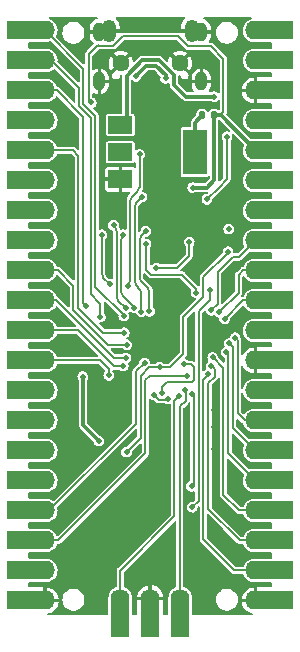
<source format=gbr>
G04 #@! TF.GenerationSoftware,KiCad,Pcbnew,(5.99.0-11673-ga90656900a)*
G04 #@! TF.CreationDate,2021-08-26T12:12:16+05:30*
G04 #@! TF.ProjectId,Mitayi-Pico-RP2040,4d697461-7969-42d5-9069-636f2d525032,0.1*
G04 #@! TF.SameCoordinates,Original*
G04 #@! TF.FileFunction,Copper,L2,Bot*
G04 #@! TF.FilePolarity,Positive*
%FSLAX46Y46*%
G04 Gerber Fmt 4.6, Leading zero omitted, Abs format (unit mm)*
G04 Created by KiCad (PCBNEW (5.99.0-11673-ga90656900a)) date 2021-08-26 12:12:16*
%MOMM*%
%LPD*%
G01*
G04 APERTURE LIST*
G04 Aperture macros list*
%AMRoundRect*
0 Rectangle with rounded corners*
0 $1 Rounding radius*
0 $2 $3 $4 $5 $6 $7 $8 $9 X,Y pos of 4 corners*
0 Add a 4 corners polygon primitive as box body*
4,1,4,$2,$3,$4,$5,$6,$7,$8,$9,$2,$3,0*
0 Add four circle primitives for the rounded corners*
1,1,$1+$1,$2,$3*
1,1,$1+$1,$4,$5*
1,1,$1+$1,$6,$7*
1,1,$1+$1,$8,$9*
0 Add four rect primitives between the rounded corners*
20,1,$1+$1,$2,$3,$4,$5,0*
20,1,$1+$1,$4,$5,$6,$7,0*
20,1,$1+$1,$6,$7,$8,$9,0*
20,1,$1+$1,$8,$9,$2,$3,0*%
G04 Aperture macros list end*
G04 #@! TA.AperFunction,ComponentPad*
%ADD10C,0.600000*%
G04 #@! TD*
G04 #@! TA.AperFunction,ComponentPad*
%ADD11O,1.600000X1.700000*%
G04 #@! TD*
G04 #@! TA.AperFunction,ComponentPad*
%ADD12R,1.600000X3.200000*%
G04 #@! TD*
G04 #@! TA.AperFunction,ComponentPad*
%ADD13RoundRect,0.500000X0.000000X0.300000X0.000000X0.300000X0.000000X-0.300000X0.000000X-0.300000X0*%
G04 #@! TD*
G04 #@! TA.AperFunction,ComponentPad*
%ADD14O,1.200000X1.900000*%
G04 #@! TD*
G04 #@! TA.AperFunction,ComponentPad*
%ADD15C,1.450000*%
G04 #@! TD*
G04 #@! TA.AperFunction,ComponentPad*
%ADD16R,3.200000X1.600000*%
G04 #@! TD*
G04 #@! TA.AperFunction,ComponentPad*
%ADD17O,1.700000X1.600000*%
G04 #@! TD*
G04 #@! TA.AperFunction,SMDPad,CuDef*
%ADD18R,2.000000X1.500000*%
G04 #@! TD*
G04 #@! TA.AperFunction,SMDPad,CuDef*
%ADD19R,2.000000X3.800000*%
G04 #@! TD*
G04 #@! TA.AperFunction,SMDPad,CuDef*
%ADD20RoundRect,0.135000X-0.135000X-0.185000X0.135000X-0.185000X0.135000X0.185000X-0.135000X0.185000X0*%
G04 #@! TD*
G04 #@! TA.AperFunction,ViaPad*
%ADD21C,0.500000*%
G04 #@! TD*
G04 #@! TA.AperFunction,Conductor*
%ADD22C,0.200000*%
G04 #@! TD*
G04 #@! TA.AperFunction,Conductor*
%ADD23C,0.300000*%
G04 #@! TD*
G04 APERTURE END LIST*
D10*
X149820000Y-91095000D03*
X151095000Y-91095000D03*
X149820000Y-92370000D03*
X149820000Y-93645000D03*
X148545000Y-92370000D03*
X151095000Y-92370000D03*
X148545000Y-93645000D03*
X148545000Y-91095000D03*
X151095000Y-93645000D03*
D11*
X146950000Y-114400000D03*
D12*
X146950000Y-116010000D03*
D11*
X149490000Y-114400000D03*
D12*
X149490000Y-116010000D03*
D11*
X152030000Y-114400000D03*
D12*
X152030000Y-116010000D03*
D13*
X153830000Y-70610000D03*
X145190000Y-70610000D03*
X153830000Y-66430000D03*
X145190000Y-66430000D03*
D14*
X146010000Y-66362500D03*
D15*
X152010000Y-69062500D03*
X147010000Y-69062500D03*
D14*
X153010000Y-66362500D03*
D16*
X138990000Y-66300000D03*
D17*
X140600000Y-66300000D03*
D16*
X138990000Y-68840000D03*
D17*
X140600000Y-68840000D03*
D16*
X138990000Y-71380000D03*
D17*
X140600000Y-71380000D03*
D16*
X138990000Y-73920000D03*
D17*
X140600000Y-73920000D03*
X140600000Y-76460000D03*
D16*
X138990000Y-76460000D03*
D17*
X140600000Y-79000000D03*
D16*
X138990000Y-79000000D03*
X138990000Y-81540000D03*
D17*
X140600000Y-81540000D03*
D16*
X138990000Y-84080000D03*
D17*
X140600000Y-84080000D03*
X140600000Y-86620000D03*
D16*
X138990000Y-86620000D03*
X138990000Y-89160000D03*
D17*
X140600000Y-89160000D03*
D16*
X138990000Y-91700000D03*
D17*
X140600000Y-91700000D03*
D16*
X138990000Y-94240000D03*
D17*
X140600000Y-94240000D03*
D16*
X138990000Y-96780000D03*
D17*
X140600000Y-96780000D03*
D16*
X138990000Y-99320000D03*
D17*
X140600000Y-99320000D03*
D16*
X138990000Y-101860000D03*
D17*
X140600000Y-101860000D03*
D16*
X138990000Y-104400000D03*
D17*
X140600000Y-104400000D03*
X140600000Y-106940000D03*
D16*
X138990000Y-106940000D03*
X138990000Y-109480000D03*
D17*
X140600000Y-109480000D03*
D16*
X138990000Y-112020000D03*
D17*
X140600000Y-112020000D03*
D16*
X138990000Y-114560000D03*
D17*
X140600000Y-114560000D03*
D18*
X146980000Y-78900000D03*
X146980000Y-76600000D03*
D19*
X153280000Y-76600000D03*
D18*
X146980000Y-74300000D03*
D20*
X153890000Y-73490000D03*
X154910000Y-73490000D03*
D16*
X160010000Y-66300000D03*
D17*
X158400000Y-66300000D03*
D16*
X160010000Y-68840000D03*
D17*
X158400000Y-68840000D03*
D16*
X160010000Y-71380000D03*
D17*
X158400000Y-71380000D03*
X158400000Y-73920000D03*
D16*
X160010000Y-73920000D03*
D17*
X158400000Y-76460000D03*
D16*
X160010000Y-76460000D03*
X160010000Y-79000000D03*
D17*
X158400000Y-79000000D03*
D16*
X160010000Y-81540000D03*
D17*
X158400000Y-81540000D03*
X158400000Y-84080000D03*
D16*
X160010000Y-84080000D03*
X160010000Y-86620000D03*
D17*
X158400000Y-86620000D03*
D16*
X160010000Y-89160000D03*
D17*
X158400000Y-89160000D03*
D16*
X160010000Y-91700000D03*
D17*
X158400000Y-91700000D03*
D16*
X160010000Y-94240000D03*
D17*
X158400000Y-94240000D03*
X158400000Y-96780000D03*
D16*
X160010000Y-96780000D03*
D17*
X158400000Y-99320000D03*
D16*
X160010000Y-99320000D03*
X160010000Y-101860000D03*
D17*
X158400000Y-101860000D03*
X158400000Y-104400000D03*
D16*
X160010000Y-104400000D03*
X160010000Y-106940000D03*
D17*
X158400000Y-106940000D03*
X158400000Y-109480000D03*
D16*
X160010000Y-109480000D03*
X160010000Y-112020000D03*
D17*
X158400000Y-112020000D03*
D16*
X160010000Y-114560000D03*
D17*
X158400000Y-114560000D03*
D21*
X150516352Y-97000358D03*
X152349500Y-94553260D03*
X149000000Y-73500000D03*
X141500000Y-93000000D03*
X142300000Y-80500000D03*
X146500000Y-99700000D03*
X142300000Y-71000000D03*
X152600000Y-100600000D03*
X142300000Y-77800000D03*
X154300000Y-81500000D03*
X147800000Y-106700000D03*
X154900000Y-99900000D03*
X149500000Y-112000000D03*
X148400000Y-112000000D03*
X142000000Y-100200000D03*
X155399992Y-84499992D03*
X156800000Y-68900000D03*
X144800000Y-113800000D03*
X152600000Y-103000000D03*
X157400000Y-113200000D03*
X149400000Y-74700000D03*
X145300000Y-72400000D03*
X154400000Y-85700000D03*
X157400000Y-105600000D03*
X144800000Y-97800000D03*
X152300000Y-82500000D03*
X152300000Y-74000000D03*
X154900000Y-101700000D03*
X142800000Y-103500000D03*
X144900000Y-96100000D03*
X144800000Y-115400000D03*
X142000000Y-100900000D03*
X156236444Y-88236444D03*
X150200000Y-105500000D03*
X146800000Y-106700000D03*
X142700000Y-69400000D03*
X146100000Y-86000000D03*
X143600000Y-110800000D03*
X146200000Y-80700000D03*
X145200000Y-68700000D03*
X143600000Y-109200000D03*
X157300000Y-110800000D03*
X152600000Y-99000000D03*
X141500000Y-95500000D03*
X141300000Y-110800000D03*
X149200000Y-79200000D03*
X150600000Y-112000000D03*
X146000000Y-100200000D03*
X142300000Y-75200000D03*
X157400000Y-90400000D03*
X154900000Y-98400000D03*
X144800000Y-114600000D03*
X141600000Y-82800000D03*
X150200000Y-103900000D03*
X156272881Y-86572881D03*
X149400000Y-75900000D03*
X149200000Y-77900000D03*
X143600000Y-110000000D03*
X157500000Y-77700000D03*
X153900000Y-115400000D03*
X153000000Y-89100000D03*
X148800000Y-106700000D03*
X142000000Y-72900000D03*
X141300000Y-105700000D03*
X148000000Y-94600000D03*
X143600000Y-68000000D03*
X141500000Y-98000000D03*
X153900000Y-113800000D03*
X141300000Y-108200000D03*
X146900000Y-80700000D03*
X152300000Y-83400000D03*
X141300000Y-113200000D03*
X157400000Y-108200000D03*
X157500000Y-80300000D03*
X141600000Y-85400000D03*
X153900000Y-114600000D03*
X157500000Y-72700000D03*
X146100000Y-86800000D03*
X145153562Y-101053562D03*
X153100000Y-79600000D03*
X143800000Y-95600000D03*
X144500000Y-72400000D03*
X152800000Y-84200000D03*
X150000000Y-86400000D03*
X149826988Y-97170828D03*
X151017965Y-97487891D03*
X148300000Y-70187002D03*
X150809500Y-70355498D03*
X147500000Y-102000000D03*
X156150980Y-83100000D03*
X150300000Y-94819020D03*
X156086934Y-85035954D03*
X147270092Y-90482254D03*
X145278798Y-90563606D03*
X144050500Y-89600000D03*
X147300000Y-91900000D03*
X147500000Y-92900000D03*
X147439859Y-94022935D03*
X147228551Y-94719500D03*
X146000000Y-95500000D03*
X149029287Y-94428605D03*
X152650989Y-95542729D03*
X153050500Y-97100000D03*
X153000000Y-104900000D03*
X149148522Y-84400000D03*
X153379875Y-88499500D03*
X154549500Y-88300000D03*
X153063556Y-106663556D03*
X154681610Y-89995735D03*
X155363024Y-90153780D03*
X155800000Y-90700000D03*
X156700980Y-92319020D03*
X156193795Y-92800753D03*
X155950980Y-93544431D03*
X154802125Y-93988587D03*
X154674060Y-94676267D03*
X154397708Y-95400000D03*
X151951499Y-97270645D03*
X152468709Y-96711642D03*
X154300000Y-80600000D03*
X156000000Y-75300000D03*
X146101488Y-87804356D03*
X145400000Y-83600000D03*
X146400000Y-82800000D03*
X147422430Y-89799541D03*
X148132986Y-89760472D03*
X147221949Y-83594623D03*
X148600000Y-76800000D03*
X147600000Y-87900000D03*
X148741023Y-90106296D03*
X148800000Y-80400000D03*
X149133475Y-83303042D03*
X149439791Y-90074256D03*
X154900000Y-71900000D03*
D22*
X153036139Y-96100000D02*
X150900000Y-96100000D01*
X150900000Y-96100000D02*
X150516352Y-96483648D01*
X153200489Y-95935650D02*
X153036139Y-96100000D01*
X150516352Y-96483648D02*
X150516352Y-97000358D01*
X152349500Y-94553260D02*
X152953260Y-94553260D01*
X152953260Y-94553260D02*
X153200489Y-94800489D01*
X153200489Y-94800489D02*
X153200489Y-95935650D01*
X156300000Y-86600000D02*
X156272881Y-86572881D01*
X156300000Y-88172888D02*
X156300000Y-86600000D01*
X156236444Y-88236444D02*
X156300000Y-88172888D01*
D23*
X158400000Y-76400000D02*
X158400000Y-76460000D01*
D22*
X151800000Y-86400000D02*
X152800000Y-85400000D01*
X152675867Y-67650480D02*
X151825387Y-66800000D01*
X147194613Y-66800000D02*
X146382593Y-67612020D01*
D23*
X143800000Y-99700000D02*
X143800000Y-95600000D01*
D22*
X152800000Y-85400000D02*
X152800000Y-84200000D01*
X145070480Y-67529520D02*
X144300000Y-68300000D01*
D23*
X155500000Y-73500000D02*
X158400000Y-76400000D01*
D22*
X150949601Y-97556255D02*
X151017965Y-97487891D01*
D23*
X154910000Y-73490000D02*
X154910000Y-78990000D01*
D22*
X150212415Y-97556255D02*
X150949601Y-97556255D01*
D23*
X154910000Y-78990000D02*
X154300000Y-79600000D01*
D22*
X154650480Y-67650480D02*
X152675867Y-67650480D01*
X155700000Y-73200000D02*
X155700000Y-68700000D01*
X155700000Y-68700000D02*
X154650480Y-67650480D01*
D23*
X145153562Y-101053562D02*
X143800000Y-99700000D01*
D22*
X144300000Y-72200000D02*
X144500000Y-72400000D01*
X150000000Y-86400000D02*
X151800000Y-86400000D01*
D23*
X154300000Y-79600000D02*
X153100000Y-79600000D01*
D22*
X145152980Y-67612020D02*
X145070480Y-67529520D01*
D23*
X154910000Y-73490000D02*
X154920000Y-73500000D01*
X155400000Y-73500000D02*
X155500000Y-73500000D01*
D22*
X151825387Y-66800000D02*
X147194613Y-66800000D01*
D23*
X154920000Y-73500000D02*
X155400000Y-73500000D01*
D22*
X144300000Y-68300000D02*
X144300000Y-72200000D01*
X149826988Y-97170828D02*
X150212415Y-97556255D01*
X155400000Y-73500000D02*
X155700000Y-73200000D01*
X146382593Y-67612020D02*
X145152980Y-67612020D01*
D23*
X150809500Y-70109500D02*
X150000000Y-69300000D01*
X150809500Y-70355498D02*
X150809500Y-70109500D01*
X150000000Y-69300000D02*
X149187002Y-69300000D01*
X149187002Y-69300000D02*
X148300000Y-70187002D01*
D22*
X150300000Y-94819020D02*
X149415974Y-94819020D01*
X156086934Y-85035954D02*
X156086934Y-85113066D01*
X154000000Y-87200000D02*
X154000000Y-88877127D01*
X156086934Y-85113066D02*
X154000000Y-87200000D01*
X152300000Y-90577127D02*
X152300000Y-93700000D01*
X151180980Y-94819020D02*
X150300000Y-94819020D01*
X149415974Y-94819020D02*
X148700000Y-95534994D01*
X148700000Y-95534994D02*
X148700000Y-100800000D01*
X152300000Y-93700000D02*
X151180980Y-94819020D01*
X154000000Y-88877127D02*
X152300000Y-90577127D01*
X148700000Y-100800000D02*
X147500000Y-102000000D01*
X143850480Y-69550480D02*
X143850480Y-72527607D01*
X144850499Y-88010057D02*
X147270092Y-90429650D01*
X140600000Y-66300000D02*
X143850480Y-69550480D01*
X147270092Y-90429650D02*
X147270092Y-90482254D01*
X143850480Y-72527607D02*
X144850499Y-73527626D01*
X144850499Y-73527626D02*
X144850499Y-88010057D01*
X143450960Y-72693093D02*
X143450960Y-71150960D01*
X144450989Y-73693122D02*
X143450960Y-72693093D01*
X145278798Y-89421202D02*
X144450989Y-88593393D01*
X141140000Y-68840000D02*
X140600000Y-68840000D01*
X143450960Y-71150960D02*
X141140000Y-68840000D01*
X145278798Y-90563606D02*
X145278798Y-89421202D01*
X144450989Y-88593393D02*
X144450989Y-73693122D01*
X140600000Y-71380000D02*
X141572861Y-71380000D01*
X141572861Y-71380000D02*
X143800000Y-73607139D01*
X143800000Y-89349500D02*
X144050500Y-89600000D01*
X143800000Y-73607139D02*
X143800000Y-89349500D01*
X147300000Y-91900000D02*
X145530012Y-91900000D01*
X143400000Y-76900000D02*
X142960000Y-76460000D01*
X142960000Y-76460000D02*
X140600000Y-76460000D01*
X145530012Y-91900000D02*
X143400000Y-89769988D01*
X143400000Y-89769988D02*
X143400000Y-76900000D01*
X141720000Y-86620000D02*
X140600000Y-86620000D01*
X147500000Y-92900000D02*
X145965006Y-92900000D01*
X145965006Y-92900000D02*
X143000000Y-89934994D01*
X143000000Y-87900000D02*
X141720000Y-86620000D01*
X143000000Y-89934994D02*
X143000000Y-87900000D01*
X141560000Y-89160000D02*
X140600000Y-89160000D01*
X147439859Y-94022935D02*
X146422935Y-94022935D01*
X146422935Y-94022935D02*
X141560000Y-89160000D01*
X147228551Y-94719500D02*
X146419500Y-94719500D01*
X146419500Y-94719500D02*
X143400000Y-91700000D01*
X143400000Y-91700000D02*
X140600000Y-91700000D01*
X146000000Y-95500000D02*
X146000000Y-95000000D01*
X146000000Y-95000000D02*
X145240000Y-94240000D01*
X145240000Y-94240000D02*
X140600000Y-94240000D01*
X140960000Y-106940000D02*
X140600000Y-106940000D01*
X148300480Y-99599520D02*
X140960000Y-106940000D01*
X148300480Y-95157412D02*
X148300480Y-99599520D01*
X149029287Y-94428605D02*
X148300480Y-95157412D01*
X149100000Y-102100000D02*
X149100000Y-95900000D01*
X141720000Y-109480000D02*
X149100000Y-102100000D01*
X149457271Y-95542729D02*
X152650989Y-95542729D01*
X149100000Y-95900000D02*
X149457271Y-95542729D01*
X140600000Y-109480000D02*
X141720000Y-109480000D01*
X153000000Y-104900000D02*
X153200489Y-104699511D01*
X153200489Y-104699511D02*
X153200489Y-97249989D01*
X153200489Y-97249989D02*
X153050500Y-97100000D01*
X149600000Y-87000000D02*
X149148522Y-86548522D01*
X153600000Y-106127112D02*
X153063556Y-106663556D01*
X153379875Y-88179875D02*
X152200000Y-87000000D01*
X153379875Y-88499500D02*
X153379875Y-88179875D01*
X153700000Y-90000000D02*
X153600000Y-90100000D01*
X153900000Y-89800000D02*
X153700000Y-90000000D01*
X154549500Y-88300000D02*
X154549500Y-89050500D01*
X152200000Y-87000000D02*
X149600000Y-87000000D01*
X153600000Y-90100000D02*
X153600000Y-105300000D01*
X149148522Y-86548522D02*
X149148522Y-84400000D01*
X154549500Y-89150500D02*
X153900000Y-89800000D01*
X153600000Y-105300000D02*
X153600000Y-106127112D01*
X154549500Y-89050500D02*
X154549500Y-89150500D01*
X156486445Y-85478548D02*
X157051452Y-85478548D01*
X155200000Y-89477345D02*
X155200000Y-86764993D01*
X155200000Y-86764993D02*
X156486445Y-85478548D01*
X157051452Y-85478548D02*
X158400000Y-84130000D01*
X158400000Y-84130000D02*
X158400000Y-84080000D01*
X154681610Y-89995735D02*
X155200000Y-89477345D01*
X155363024Y-90153780D02*
X155363024Y-90136976D01*
X157380000Y-86620000D02*
X158400000Y-86620000D01*
X157000000Y-88500000D02*
X157000000Y-87000000D01*
X157000000Y-87000000D02*
X157380000Y-86620000D01*
X155363024Y-90136976D02*
X157000000Y-88500000D01*
X157340000Y-89160000D02*
X158400000Y-89160000D01*
X155800000Y-90700000D02*
X157340000Y-89160000D01*
X156700980Y-92319020D02*
X156900000Y-92518040D01*
X157520000Y-99320000D02*
X158400000Y-99320000D01*
X156900000Y-92518040D02*
X156900000Y-98700000D01*
X156900000Y-98700000D02*
X157520000Y-99320000D01*
X156500480Y-99960480D02*
X158400000Y-101860000D01*
X156500480Y-93107438D02*
X156500480Y-99960480D01*
X156193795Y-92800753D02*
X156500480Y-93107438D01*
X156100000Y-102100000D02*
X158400000Y-104400000D01*
X155950980Y-93544431D02*
X156100000Y-93693451D01*
X156100000Y-93693451D02*
X156100000Y-102100000D01*
X154802125Y-93988587D02*
X155700000Y-94886462D01*
X155700000Y-105600000D02*
X157040000Y-106940000D01*
X157040000Y-106940000D02*
X158400000Y-106940000D01*
X155700000Y-94886462D02*
X155700000Y-105600000D01*
X157080000Y-109480000D02*
X158400000Y-109480000D01*
X154400000Y-96174835D02*
X154400000Y-106800000D01*
X154400000Y-106800000D02*
X157080000Y-109480000D01*
X154947219Y-94949426D02*
X154947219Y-95627616D01*
X154947219Y-95627616D02*
X154400000Y-96174835D01*
X154674060Y-94676267D02*
X154947219Y-94949426D01*
X154397708Y-95502688D02*
X154000000Y-95900396D01*
X154000000Y-95900396D02*
X154000000Y-109400000D01*
X156620000Y-112020000D02*
X158400000Y-112020000D01*
X154397708Y-95400000D02*
X154397708Y-95502688D01*
X154000000Y-109400000D02*
X156620000Y-112020000D01*
X151558131Y-97664013D02*
X151951499Y-97270645D01*
X146950000Y-112050000D02*
X151558131Y-107441869D01*
X146950000Y-114400000D02*
X146950000Y-112050000D01*
X151558131Y-107441869D02*
X151558131Y-97664013D01*
X152500999Y-96872388D02*
X152565227Y-96808160D01*
X152565227Y-96808160D02*
X152468709Y-96711642D01*
X152000000Y-114370000D02*
X152000000Y-98136514D01*
X152500999Y-97635515D02*
X152500999Y-96872388D01*
X152030000Y-114400000D02*
X152000000Y-114370000D01*
X152000000Y-98136514D02*
X152500999Y-97635515D01*
X156000000Y-78900000D02*
X156000000Y-75300000D01*
X155300000Y-79600000D02*
X156000000Y-78900000D01*
X154300000Y-80600000D02*
X155300000Y-79600000D01*
D23*
X153280000Y-76600000D02*
X153280000Y-74100000D01*
X153280000Y-74100000D02*
X153890000Y-73490000D01*
D22*
X145400000Y-86895761D02*
X145400000Y-83600000D01*
X146101488Y-87804356D02*
X145546446Y-87249314D01*
X145546446Y-87249314D02*
G75*
G02*
X145400000Y-86895761I353556J353553D01*
G01*
X146504542Y-82904542D02*
X146400000Y-82800000D01*
X147422430Y-89799541D02*
X146797435Y-89174546D01*
X146650989Y-88820993D02*
X146650989Y-83258096D01*
X146650990Y-88820993D02*
G75*
G03*
X146797435Y-89174546I500001J0D01*
G01*
X146650989Y-83258096D02*
G75*
G03*
X146504542Y-82904542I-499997J1D01*
G01*
X147050499Y-88443392D02*
X147050499Y-83973180D01*
X147196946Y-83619626D02*
X147221949Y-83594623D01*
X148132986Y-89732986D02*
X147196945Y-88796945D01*
X148132986Y-89760472D02*
X148132986Y-89732986D01*
X147050499Y-83973180D02*
G75*
G02*
X147196946Y-83619626I499997J1D01*
G01*
X147050500Y-88443392D02*
G75*
G03*
X147196945Y-88796945I500001J0D01*
G01*
X147800000Y-80729994D02*
X147800000Y-87492893D01*
X148600000Y-76800000D02*
X148600000Y-79515780D01*
X148453553Y-79869334D02*
X147946446Y-80376441D01*
X147653553Y-87846447D02*
X147600000Y-87900000D01*
X147946446Y-80376441D02*
G75*
G03*
X147800000Y-80729994I353556J-353553D01*
G01*
X147653553Y-87846447D02*
G75*
G03*
X147800000Y-87492893I-353550J353553D01*
G01*
X148453553Y-79869334D02*
G75*
G03*
X148600000Y-79515780I-353550J353553D01*
G01*
X148199502Y-87560065D02*
X148199502Y-81207605D01*
X148741023Y-90106296D02*
X148741023Y-88515800D01*
X148345949Y-80854051D02*
X148800000Y-80400000D01*
X148594576Y-88162246D02*
X148345948Y-87913618D01*
X148199502Y-81207605D02*
G75*
G02*
X148345949Y-80854051I499997J1D01*
G01*
X148345948Y-87913618D02*
G75*
G02*
X148199502Y-87560065I353556J353553D01*
G01*
X148594576Y-88162246D02*
G75*
G02*
X148741023Y-88515800I-353550J-353553D01*
G01*
X149293344Y-88093344D02*
X148745468Y-87545468D01*
X148599022Y-87191915D02*
X148599022Y-84044602D01*
X149439791Y-90074256D02*
X149439791Y-88446898D01*
X148745469Y-83691048D02*
X149133475Y-83303042D01*
X148599022Y-84044602D02*
G75*
G02*
X148745469Y-83691048I499997J1D01*
G01*
X149439791Y-88446898D02*
G75*
G03*
X149293344Y-88093344I-499997J1D01*
G01*
X148599023Y-87191915D02*
G75*
G03*
X148745468Y-87545468I500001J0D01*
G01*
D23*
X146980000Y-74300000D02*
X147500000Y-73780000D01*
X148838683Y-68800481D02*
X150206909Y-68800481D01*
X147500000Y-73780000D02*
X147500000Y-70139164D01*
X152500000Y-71900000D02*
X154900000Y-71900000D01*
X151500000Y-70093572D02*
X151500000Y-70900000D01*
X147500000Y-70139164D02*
X148838683Y-68800481D01*
X150206909Y-68800481D02*
X151500000Y-70093572D01*
X151500000Y-70900000D02*
X152500000Y-71900000D01*
G04 #@! TA.AperFunction,Conductor*
G36*
X149538816Y-97520230D02*
G01*
X149574323Y-97543865D01*
X149631048Y-97581624D01*
X149637101Y-97583515D01*
X149637103Y-97583516D01*
X149671676Y-97594317D01*
X149754221Y-97620106D01*
X149781119Y-97620599D01*
X149817201Y-97621261D01*
X149878502Y-97647313D01*
X149961796Y-97730607D01*
X149964849Y-97734144D01*
X149966990Y-97738524D01*
X149973015Y-97744113D01*
X150003375Y-97772276D01*
X150005781Y-97774592D01*
X150019692Y-97788503D01*
X150023063Y-97790816D01*
X150024038Y-97791626D01*
X150027682Y-97794825D01*
X150043039Y-97809070D01*
X150049061Y-97814656D01*
X150060789Y-97819335D01*
X150078148Y-97828604D01*
X150088561Y-97835747D01*
X150096555Y-97837644D01*
X150115188Y-97842066D01*
X150127617Y-97845997D01*
X150147202Y-97853811D01*
X150147208Y-97853812D01*
X150153037Y-97856138D01*
X150159330Y-97856755D01*
X150166670Y-97856755D01*
X150187221Y-97859160D01*
X150197481Y-97861595D01*
X150205623Y-97860487D01*
X150205625Y-97860487D01*
X150227071Y-97857568D01*
X150239073Y-97856755D01*
X150732119Y-97856755D01*
X150781434Y-97871668D01*
X150822025Y-97898687D01*
X150828078Y-97900578D01*
X150828080Y-97900579D01*
X150844123Y-97905591D01*
X150945198Y-97937169D01*
X150994724Y-97938077D01*
X151067877Y-97939418D01*
X151067879Y-97939418D01*
X151074220Y-97939534D01*
X151126730Y-97925218D01*
X151145221Y-97920177D01*
X151205892Y-97925218D01*
X151249128Y-97968078D01*
X151257631Y-98006043D01*
X151257631Y-107280532D01*
X151236809Y-107337740D01*
X151231564Y-107343465D01*
X146775648Y-111799381D01*
X146772111Y-111802434D01*
X146767731Y-111804575D01*
X146762142Y-111810600D01*
X146733979Y-111840960D01*
X146731663Y-111843366D01*
X146717752Y-111857277D01*
X146715439Y-111860648D01*
X146714629Y-111861623D01*
X146711430Y-111865267D01*
X146697185Y-111880624D01*
X146691599Y-111886646D01*
X146686922Y-111898370D01*
X146677651Y-111915733D01*
X146670508Y-111926146D01*
X146668611Y-111934140D01*
X146664189Y-111952773D01*
X146660258Y-111965202D01*
X146652444Y-111984787D01*
X146652443Y-111984793D01*
X146650117Y-111990622D01*
X146649500Y-111996915D01*
X146649500Y-112004255D01*
X146647095Y-112024805D01*
X146644660Y-112035066D01*
X146645768Y-112043208D01*
X146645768Y-112043210D01*
X146648687Y-112064656D01*
X146649500Y-112076658D01*
X146649500Y-113332393D01*
X146628678Y-113389601D01*
X146591232Y-113415918D01*
X146509148Y-113446119D01*
X146336401Y-113553226D01*
X146188720Y-113692881D01*
X146072137Y-113859379D01*
X145991414Y-114045919D01*
X145990492Y-114050331D01*
X145990491Y-114050335D01*
X145970660Y-114145261D01*
X145949849Y-114244880D01*
X145949500Y-114251539D01*
X145949500Y-115731000D01*
X145928678Y-115788208D01*
X145875955Y-115818648D01*
X145860500Y-115820000D01*
X140881248Y-115820000D01*
X140824040Y-115799178D01*
X140793600Y-115746455D01*
X140804172Y-115686500D01*
X140850808Y-115647367D01*
X140858964Y-115645113D01*
X140858951Y-115645068D01*
X141056301Y-115587173D01*
X141064125Y-115584043D01*
X141243206Y-115491811D01*
X141250299Y-115487256D01*
X141408695Y-115362834D01*
X141414811Y-115357010D01*
X141546825Y-115204878D01*
X141551723Y-115198010D01*
X141652585Y-115023665D01*
X141656101Y-115015987D01*
X141722176Y-114825710D01*
X141724174Y-114817513D01*
X141737511Y-114725531D01*
X141734906Y-114713006D01*
X141731093Y-114710000D01*
X139269000Y-114710000D01*
X139211792Y-114689178D01*
X139181352Y-114636455D01*
X139180000Y-114621000D01*
X139180000Y-114510000D01*
X142064375Y-114510000D01*
X142064863Y-114514643D01*
X142083208Y-114689178D01*
X142084821Y-114704527D01*
X142145264Y-114890553D01*
X142243063Y-115059947D01*
X142373945Y-115205305D01*
X142532187Y-115320275D01*
X142536444Y-115322171D01*
X142536447Y-115322172D01*
X142706612Y-115397934D01*
X142706616Y-115397935D01*
X142710876Y-115399832D01*
X142715441Y-115400802D01*
X142715443Y-115400803D01*
X142897641Y-115439531D01*
X142897644Y-115439531D01*
X142902201Y-115440500D01*
X143097799Y-115440500D01*
X143102356Y-115439531D01*
X143102359Y-115439531D01*
X143284557Y-115400803D01*
X143284559Y-115400802D01*
X143289124Y-115399832D01*
X143293384Y-115397935D01*
X143293388Y-115397934D01*
X143463553Y-115322172D01*
X143463556Y-115322171D01*
X143467813Y-115320275D01*
X143626055Y-115205305D01*
X143756937Y-115059947D01*
X143854736Y-114890553D01*
X143915179Y-114704527D01*
X143916793Y-114689178D01*
X143935137Y-114514643D01*
X143935625Y-114510000D01*
X143927303Y-114430822D01*
X143915667Y-114320112D01*
X143915666Y-114320108D01*
X143915179Y-114315473D01*
X143892242Y-114244880D01*
X143856180Y-114133890D01*
X143856179Y-114133887D01*
X143854736Y-114129447D01*
X143756937Y-113960053D01*
X143626055Y-113814695D01*
X143467813Y-113699725D01*
X143463556Y-113697829D01*
X143463553Y-113697828D01*
X143293388Y-113622066D01*
X143293384Y-113622065D01*
X143289124Y-113620168D01*
X143284559Y-113619198D01*
X143284557Y-113619197D01*
X143102359Y-113580469D01*
X143102356Y-113580469D01*
X143097799Y-113579500D01*
X142902201Y-113579500D01*
X142897644Y-113580469D01*
X142897641Y-113580469D01*
X142832094Y-113594402D01*
X142710876Y-113620168D01*
X142692861Y-113628189D01*
X142536449Y-113697828D01*
X142532188Y-113699725D01*
X142528419Y-113702463D01*
X142528416Y-113702465D01*
X142463402Y-113749701D01*
X142373945Y-113814695D01*
X142243063Y-113960053D01*
X142145264Y-114129447D01*
X142143821Y-114133887D01*
X142143820Y-114133890D01*
X142107758Y-114244880D01*
X142084821Y-114315473D01*
X142084334Y-114320108D01*
X142084333Y-114320112D01*
X142072697Y-114430822D01*
X142064375Y-114510000D01*
X139180000Y-114510000D01*
X139180000Y-114499000D01*
X139200822Y-114441792D01*
X139253545Y-114411352D01*
X139269000Y-114410000D01*
X140434306Y-114410000D01*
X140446329Y-114405624D01*
X140450000Y-114399266D01*
X140450000Y-113475694D01*
X140448195Y-113470734D01*
X140750000Y-113470734D01*
X140750000Y-114394306D01*
X140754376Y-114406329D01*
X140760734Y-114410000D01*
X141728550Y-114410000D01*
X141740573Y-114405624D01*
X141743132Y-114401192D01*
X141742990Y-114400196D01*
X141695793Y-114204359D01*
X141693051Y-114196395D01*
X141609677Y-114013025D01*
X141605472Y-114005713D01*
X141488934Y-113841424D01*
X141483423Y-113835038D01*
X141337915Y-113695745D01*
X141331304Y-113690524D01*
X141162086Y-113581261D01*
X141154587Y-113577374D01*
X140967766Y-113502083D01*
X140959684Y-113499689D01*
X140762465Y-113461175D01*
X140753671Y-113464376D01*
X140750000Y-113470734D01*
X140448195Y-113470734D01*
X140445624Y-113463671D01*
X140439266Y-113460000D01*
X139269000Y-113460000D01*
X139211792Y-113439178D01*
X139181352Y-113386455D01*
X139180000Y-113371000D01*
X139180000Y-113109500D01*
X139200822Y-113052292D01*
X139253545Y-113021852D01*
X139269000Y-113020500D01*
X140700800Y-113020500D01*
X140790136Y-113011426D01*
X140847729Y-113005576D01*
X140847731Y-113005576D01*
X140852216Y-113005120D01*
X140981669Y-112964552D01*
X141041868Y-112945687D01*
X141041870Y-112945686D01*
X141046172Y-112944338D01*
X141223944Y-112845797D01*
X141378271Y-112713523D01*
X141502848Y-112552919D01*
X141592587Y-112370545D01*
X141604857Y-112323442D01*
X141642686Y-112178213D01*
X141643822Y-112173852D01*
X141645156Y-112148403D01*
X141654223Y-111975381D01*
X141654223Y-111975379D01*
X141654459Y-111970874D01*
X141624065Y-111769903D01*
X141605521Y-111719500D01*
X141555437Y-111583378D01*
X141553881Y-111579148D01*
X141446774Y-111406401D01*
X141307119Y-111258720D01*
X141140621Y-111142137D01*
X140954081Y-111061414D01*
X140949669Y-111060492D01*
X140949665Y-111060491D01*
X140833527Y-111036229D01*
X140755120Y-111019849D01*
X140748461Y-111019500D01*
X139269000Y-111019500D01*
X139211792Y-110998678D01*
X139181352Y-110945955D01*
X139180000Y-110930500D01*
X139180000Y-110569500D01*
X139200822Y-110512292D01*
X139253545Y-110481852D01*
X139269000Y-110480500D01*
X140700800Y-110480500D01*
X140790136Y-110471426D01*
X140847729Y-110465576D01*
X140847731Y-110465576D01*
X140852216Y-110465120D01*
X140981669Y-110424552D01*
X141041868Y-110405687D01*
X141041870Y-110405686D01*
X141046172Y-110404338D01*
X141223944Y-110305797D01*
X141378271Y-110173523D01*
X141502848Y-110012919D01*
X141592311Y-109831106D01*
X141636251Y-109788969D01*
X141675389Y-109783678D01*
X141675342Y-109782425D01*
X141724947Y-109780563D01*
X141728286Y-109780500D01*
X141747948Y-109780500D01*
X141751973Y-109779751D01*
X141753248Y-109779633D01*
X141758077Y-109779320D01*
X141787208Y-109778226D01*
X141794755Y-109774984D01*
X141794758Y-109774983D01*
X141798810Y-109773242D01*
X141817645Y-109767520D01*
X141821974Y-109766714D01*
X141821976Y-109766713D01*
X141830053Y-109765209D01*
X141853352Y-109750848D01*
X141864919Y-109744839D01*
X141869146Y-109743023D01*
X141890063Y-109734036D01*
X141894949Y-109730022D01*
X141900138Y-109724833D01*
X141916368Y-109712004D01*
X141918353Y-109710780D01*
X141918354Y-109710780D01*
X141925348Y-109706468D01*
X141932425Y-109697162D01*
X141943420Y-109682702D01*
X141951331Y-109673640D01*
X149274352Y-102350619D01*
X149277889Y-102347566D01*
X149282269Y-102345425D01*
X149316022Y-102309039D01*
X149318337Y-102306634D01*
X149332248Y-102292723D01*
X149334561Y-102289352D01*
X149335371Y-102288377D01*
X149338570Y-102284733D01*
X149352815Y-102269376D01*
X149358401Y-102263354D01*
X149363080Y-102251626D01*
X149372349Y-102234267D01*
X149379492Y-102223854D01*
X149385811Y-102197227D01*
X149389742Y-102184798D01*
X149397556Y-102165213D01*
X149397557Y-102165207D01*
X149399883Y-102159378D01*
X149400500Y-102153085D01*
X149400500Y-102145745D01*
X149402905Y-102125195D01*
X149403442Y-102122931D01*
X149405340Y-102114934D01*
X149401313Y-102085344D01*
X149400500Y-102073342D01*
X149400500Y-97594317D01*
X149421322Y-97537109D01*
X149474045Y-97506669D01*
X149538816Y-97520230D01*
G37*
G04 #@! TD.AperFunction*
G04 #@! TA.AperFunction,Conductor*
G36*
X152859262Y-97799352D02*
G01*
X152896030Y-97847874D01*
X152899989Y-97874123D01*
X152899989Y-104392880D01*
X152879167Y-104450088D01*
X152835446Y-104478454D01*
X152814155Y-104484539D01*
X152705019Y-104553399D01*
X152619596Y-104650122D01*
X152564754Y-104766932D01*
X152563778Y-104773197D01*
X152563778Y-104773199D01*
X152552649Y-104844680D01*
X152544901Y-104894440D01*
X152561633Y-105022394D01*
X152613605Y-105140510D01*
X152696639Y-105239291D01*
X152804060Y-105310796D01*
X152810113Y-105312687D01*
X152810115Y-105312688D01*
X152831497Y-105319368D01*
X152927233Y-105349278D01*
X152976759Y-105350186D01*
X153049912Y-105351527D01*
X153049914Y-105351527D01*
X153056255Y-105351643D01*
X153180755Y-105317700D01*
X153181054Y-105318796D01*
X153235919Y-105315531D01*
X153284798Y-105351825D01*
X153299500Y-105400824D01*
X153299500Y-105965775D01*
X153278678Y-106022983D01*
X153273433Y-106028708D01*
X153115267Y-106186874D01*
X153060091Y-106212602D01*
X153051791Y-106212939D01*
X153039801Y-106212866D01*
X153001787Y-106212634D01*
X152995694Y-106214376D01*
X152995690Y-106214376D01*
X152901284Y-106241358D01*
X152877711Y-106248095D01*
X152768575Y-106316955D01*
X152716503Y-106375915D01*
X152692121Y-106403523D01*
X152683152Y-106413678D01*
X152628310Y-106530488D01*
X152627334Y-106536753D01*
X152627334Y-106536755D01*
X152610572Y-106644415D01*
X152608457Y-106657996D01*
X152625189Y-106785950D01*
X152677161Y-106904066D01*
X152760195Y-107002847D01*
X152867616Y-107074352D01*
X152873669Y-107076243D01*
X152873671Y-107076244D01*
X152889714Y-107081256D01*
X152990789Y-107112834D01*
X153040315Y-107113742D01*
X153113468Y-107115083D01*
X153113470Y-107115083D01*
X153119811Y-107115199D01*
X153244311Y-107081256D01*
X153354280Y-107013735D01*
X153358531Y-107009039D01*
X153358533Y-107009037D01*
X153436624Y-106922763D01*
X153436625Y-106922762D01*
X153440878Y-106918063D01*
X153454051Y-106890874D01*
X153494379Y-106807639D01*
X153494380Y-106807636D01*
X153497144Y-106801931D01*
X153518553Y-106674676D01*
X153518619Y-106669255D01*
X153518820Y-106668724D01*
X153518901Y-106667819D01*
X153519153Y-106667842D01*
X153540135Y-106612305D01*
X153544679Y-106607405D01*
X153547567Y-106604517D01*
X153602743Y-106578789D01*
X153661548Y-106594545D01*
X153696467Y-106644415D01*
X153699500Y-106667450D01*
X153699500Y-109346069D01*
X153699157Y-109350733D01*
X153697575Y-109355342D01*
X153697883Y-109363551D01*
X153697883Y-109363552D01*
X153699437Y-109404948D01*
X153699500Y-109408286D01*
X153699500Y-109427948D01*
X153700249Y-109431973D01*
X153700367Y-109433248D01*
X153700680Y-109438077D01*
X153701774Y-109467208D01*
X153705016Y-109474755D01*
X153705017Y-109474758D01*
X153706758Y-109478810D01*
X153712480Y-109497645D01*
X153714791Y-109510053D01*
X153719102Y-109517046D01*
X153719102Y-109517047D01*
X153729152Y-109533351D01*
X153735161Y-109544919D01*
X153745964Y-109570063D01*
X153749978Y-109574949D01*
X153755167Y-109580138D01*
X153767996Y-109596368D01*
X153769220Y-109598353D01*
X153773532Y-109605348D01*
X153780073Y-109610322D01*
X153797298Y-109623420D01*
X153806360Y-109631331D01*
X156369381Y-112194352D01*
X156372434Y-112197889D01*
X156374575Y-112202269D01*
X156380600Y-112207858D01*
X156410960Y-112236021D01*
X156413366Y-112238337D01*
X156427277Y-112252248D01*
X156430648Y-112254561D01*
X156431623Y-112255371D01*
X156435267Y-112258570D01*
X156450623Y-112272814D01*
X156456646Y-112278401D01*
X156464274Y-112281444D01*
X156464275Y-112281445D01*
X156466298Y-112282252D01*
X156468371Y-112283079D01*
X156485733Y-112292350D01*
X156496146Y-112299493D01*
X156504137Y-112301389D01*
X156504141Y-112301391D01*
X156522778Y-112305813D01*
X156535200Y-112309741D01*
X156560622Y-112319883D01*
X156566915Y-112320500D01*
X156574256Y-112320500D01*
X156594804Y-112322905D01*
X156605066Y-112325340D01*
X156613208Y-112324232D01*
X156613210Y-112324232D01*
X156634656Y-112321313D01*
X156646658Y-112320500D01*
X157332393Y-112320500D01*
X157389601Y-112341322D01*
X157415918Y-112378768D01*
X157446119Y-112460852D01*
X157553226Y-112633599D01*
X157692881Y-112781280D01*
X157859379Y-112897863D01*
X158045919Y-112978586D01*
X158050331Y-112979508D01*
X158050335Y-112979509D01*
X158163038Y-113003053D01*
X158244880Y-113020151D01*
X158251539Y-113020500D01*
X159731000Y-113020500D01*
X159788208Y-113041322D01*
X159818648Y-113094045D01*
X159820000Y-113109500D01*
X159820000Y-113371000D01*
X159799178Y-113428208D01*
X159746455Y-113458648D01*
X159731000Y-113460000D01*
X158565694Y-113460000D01*
X158553671Y-113464376D01*
X158550000Y-113470734D01*
X158550000Y-114394306D01*
X158554376Y-114406329D01*
X158560734Y-114410000D01*
X159731000Y-114410000D01*
X159788208Y-114430822D01*
X159818648Y-114483545D01*
X159820000Y-114499000D01*
X159820000Y-114621000D01*
X159799178Y-114678208D01*
X159746455Y-114708648D01*
X159731000Y-114710000D01*
X157271450Y-114710000D01*
X157259427Y-114714376D01*
X157256868Y-114718808D01*
X157257010Y-114719804D01*
X157304207Y-114915641D01*
X157306949Y-114923605D01*
X157390323Y-115106975D01*
X157394528Y-115114287D01*
X157511066Y-115278576D01*
X157516577Y-115284962D01*
X157662085Y-115424255D01*
X157668696Y-115429476D01*
X157837914Y-115538739D01*
X157845413Y-115542626D01*
X158032234Y-115617917D01*
X158040316Y-115620311D01*
X158159829Y-115643650D01*
X158211986Y-115675051D01*
X158231756Y-115732631D01*
X158209889Y-115789448D01*
X158156617Y-115818916D01*
X158142771Y-115820000D01*
X153119500Y-115820000D01*
X153062292Y-115799178D01*
X153031852Y-115746455D01*
X153030500Y-115731000D01*
X153030500Y-114510000D01*
X155064375Y-114510000D01*
X155064863Y-114514643D01*
X155083208Y-114689178D01*
X155084821Y-114704527D01*
X155145264Y-114890553D01*
X155243063Y-115059947D01*
X155373945Y-115205305D01*
X155532187Y-115320275D01*
X155536444Y-115322171D01*
X155536447Y-115322172D01*
X155706612Y-115397934D01*
X155706616Y-115397935D01*
X155710876Y-115399832D01*
X155715441Y-115400802D01*
X155715443Y-115400803D01*
X155897641Y-115439531D01*
X155897644Y-115439531D01*
X155902201Y-115440500D01*
X156097799Y-115440500D01*
X156102356Y-115439531D01*
X156102359Y-115439531D01*
X156284557Y-115400803D01*
X156284559Y-115400802D01*
X156289124Y-115399832D01*
X156293384Y-115397935D01*
X156293388Y-115397934D01*
X156463553Y-115322172D01*
X156463556Y-115322171D01*
X156467813Y-115320275D01*
X156626055Y-115205305D01*
X156756937Y-115059947D01*
X156854736Y-114890553D01*
X156915179Y-114704527D01*
X156916793Y-114689178D01*
X156935137Y-114514643D01*
X156935625Y-114510000D01*
X156927303Y-114430822D01*
X156923482Y-114394469D01*
X157262489Y-114394469D01*
X157265094Y-114406994D01*
X157268907Y-114410000D01*
X158234306Y-114410000D01*
X158246329Y-114405624D01*
X158250000Y-114399266D01*
X158250000Y-113480231D01*
X158245624Y-113468208D01*
X158240788Y-113465416D01*
X158145261Y-113474530D01*
X158136989Y-113476123D01*
X157943699Y-113532827D01*
X157935875Y-113535957D01*
X157756794Y-113628189D01*
X157749701Y-113632744D01*
X157591305Y-113757166D01*
X157585189Y-113762990D01*
X157453175Y-113915122D01*
X157448277Y-113921990D01*
X157347415Y-114096335D01*
X157343899Y-114104013D01*
X157277824Y-114294290D01*
X157275826Y-114302487D01*
X157262489Y-114394469D01*
X156923482Y-114394469D01*
X156915667Y-114320112D01*
X156915666Y-114320108D01*
X156915179Y-114315473D01*
X156892242Y-114244880D01*
X156856180Y-114133890D01*
X156856179Y-114133887D01*
X156854736Y-114129447D01*
X156756937Y-113960053D01*
X156626055Y-113814695D01*
X156467813Y-113699725D01*
X156463556Y-113697829D01*
X156463553Y-113697828D01*
X156293388Y-113622066D01*
X156293384Y-113622065D01*
X156289124Y-113620168D01*
X156284559Y-113619198D01*
X156284557Y-113619197D01*
X156102359Y-113580469D01*
X156102356Y-113580469D01*
X156097799Y-113579500D01*
X155902201Y-113579500D01*
X155897644Y-113580469D01*
X155897641Y-113580469D01*
X155832094Y-113594402D01*
X155710876Y-113620168D01*
X155692861Y-113628189D01*
X155536449Y-113697828D01*
X155532188Y-113699725D01*
X155528419Y-113702463D01*
X155528416Y-113702465D01*
X155463402Y-113749701D01*
X155373945Y-113814695D01*
X155243063Y-113960053D01*
X155145264Y-114129447D01*
X155143821Y-114133887D01*
X155143820Y-114133890D01*
X155107758Y-114244880D01*
X155084821Y-114315473D01*
X155084334Y-114320108D01*
X155084333Y-114320112D01*
X155072697Y-114430822D01*
X155064375Y-114510000D01*
X153030500Y-114510000D01*
X153030500Y-114299200D01*
X153015120Y-114147784D01*
X152954338Y-113953828D01*
X152855797Y-113776056D01*
X152723523Y-113621729D01*
X152562919Y-113497152D01*
X152509231Y-113470734D01*
X152420262Y-113426956D01*
X152380545Y-113407413D01*
X152376188Y-113406278D01*
X152376185Y-113406277D01*
X152367066Y-113403902D01*
X152316954Y-113369332D01*
X152300500Y-113317776D01*
X152300500Y-98297851D01*
X152321322Y-98240643D01*
X152326567Y-98234918D01*
X152675351Y-97886134D01*
X152678888Y-97883081D01*
X152683268Y-97880940D01*
X152717021Y-97844554D01*
X152719336Y-97842149D01*
X152733247Y-97828238D01*
X152735560Y-97824867D01*
X152736370Y-97823892D01*
X152739567Y-97820250D01*
X152745736Y-97813599D01*
X152799907Y-97785816D01*
X152859262Y-97799352D01*
G37*
G04 #@! TD.AperFunction*
G04 #@! TA.AperFunction,Conductor*
G36*
X151661548Y-107867432D02*
G01*
X151696467Y-107917302D01*
X151699500Y-107940337D01*
X151699500Y-113343430D01*
X151678678Y-113400638D01*
X151641231Y-113426956D01*
X151593377Y-113444562D01*
X151593369Y-113444566D01*
X151589148Y-113446119D01*
X151416401Y-113553226D01*
X151268720Y-113692881D01*
X151152137Y-113859379D01*
X151071414Y-114045919D01*
X151070492Y-114050331D01*
X151070491Y-114050335D01*
X151050660Y-114145261D01*
X151029849Y-114244880D01*
X151029500Y-114251539D01*
X151029500Y-115731000D01*
X151008678Y-115788208D01*
X150955955Y-115818648D01*
X150940500Y-115820000D01*
X150679000Y-115820000D01*
X150621792Y-115799178D01*
X150591352Y-115746455D01*
X150590000Y-115731000D01*
X150590000Y-114565694D01*
X150585624Y-114553671D01*
X150579266Y-114550000D01*
X149655694Y-114550000D01*
X149643671Y-114554376D01*
X149640000Y-114560734D01*
X149640000Y-115731000D01*
X149619178Y-115788208D01*
X149566455Y-115818648D01*
X149551000Y-115820000D01*
X149429000Y-115820000D01*
X149371792Y-115799178D01*
X149341352Y-115746455D01*
X149340000Y-115731000D01*
X149340000Y-114565694D01*
X149335624Y-114553671D01*
X149329266Y-114550000D01*
X148405694Y-114550000D01*
X148393671Y-114554376D01*
X148390000Y-114560734D01*
X148390000Y-115731000D01*
X148369178Y-115788208D01*
X148316455Y-115818648D01*
X148301000Y-115820000D01*
X148039500Y-115820000D01*
X147982292Y-115799178D01*
X147951852Y-115746455D01*
X147950500Y-115731000D01*
X147950500Y-114299200D01*
X147944236Y-114237535D01*
X148391175Y-114237535D01*
X148394376Y-114246329D01*
X148400734Y-114250000D01*
X149324306Y-114250000D01*
X149336329Y-114245624D01*
X149340000Y-114239266D01*
X149340000Y-113271450D01*
X149339074Y-113268907D01*
X149640000Y-113268907D01*
X149640000Y-114234306D01*
X149644376Y-114246329D01*
X149650734Y-114250000D01*
X150569769Y-114250000D01*
X150581792Y-114245624D01*
X150584584Y-114240788D01*
X150575470Y-114145261D01*
X150573877Y-114136989D01*
X150517173Y-113943699D01*
X150514043Y-113935875D01*
X150421811Y-113756794D01*
X150417256Y-113749701D01*
X150292834Y-113591305D01*
X150287010Y-113585189D01*
X150134878Y-113453175D01*
X150128010Y-113448277D01*
X149953665Y-113347415D01*
X149945987Y-113343899D01*
X149755710Y-113277824D01*
X149747513Y-113275826D01*
X149655531Y-113262489D01*
X149643006Y-113265094D01*
X149640000Y-113268907D01*
X149339074Y-113268907D01*
X149335624Y-113259427D01*
X149331192Y-113256868D01*
X149330196Y-113257010D01*
X149134359Y-113304207D01*
X149126395Y-113306949D01*
X148943025Y-113390323D01*
X148935713Y-113394528D01*
X148771424Y-113511066D01*
X148765038Y-113516577D01*
X148625745Y-113662085D01*
X148620524Y-113668696D01*
X148511261Y-113837914D01*
X148507374Y-113845413D01*
X148432083Y-114032234D01*
X148429689Y-114040316D01*
X148391175Y-114237535D01*
X147944236Y-114237535D01*
X147935120Y-114147784D01*
X147874338Y-113953828D01*
X147775797Y-113776056D01*
X147643523Y-113621729D01*
X147482919Y-113497152D01*
X147440183Y-113476123D01*
X147300545Y-113407413D01*
X147301696Y-113405073D01*
X147262123Y-113371406D01*
X147250500Y-113327431D01*
X147250500Y-112211336D01*
X147271322Y-112154128D01*
X147276568Y-112148403D01*
X151547568Y-107877404D01*
X151602743Y-107851676D01*
X151661548Y-107867432D01*
G37*
G04 #@! TD.AperFunction*
G04 #@! TA.AperFunction,Conductor*
G36*
X154434000Y-107263260D02*
G01*
X154452433Y-107277404D01*
X155653176Y-108478148D01*
X156829381Y-109654353D01*
X156832435Y-109657891D01*
X156834575Y-109662269D01*
X156840600Y-109667858D01*
X156870946Y-109696008D01*
X156873352Y-109698324D01*
X156887276Y-109712248D01*
X156890659Y-109714569D01*
X156891619Y-109715366D01*
X156895273Y-109718575D01*
X156910618Y-109732810D01*
X156910621Y-109732812D01*
X156916646Y-109738401D01*
X156928370Y-109743078D01*
X156945738Y-109752352D01*
X156949370Y-109754844D01*
X156949372Y-109754845D01*
X156956146Y-109759492D01*
X156964140Y-109761389D01*
X156964142Y-109761390D01*
X156982773Y-109765811D01*
X156995202Y-109769742D01*
X157014787Y-109777556D01*
X157014793Y-109777557D01*
X157020622Y-109779883D01*
X157026915Y-109780500D01*
X157034255Y-109780500D01*
X157054806Y-109782905D01*
X157065066Y-109785340D01*
X157073208Y-109784232D01*
X157073210Y-109784232D01*
X157094656Y-109781313D01*
X157106658Y-109780500D01*
X157332393Y-109780500D01*
X157389601Y-109801322D01*
X157415918Y-109838768D01*
X157446119Y-109920852D01*
X157553226Y-110093599D01*
X157692881Y-110241280D01*
X157859379Y-110357863D01*
X158045919Y-110438586D01*
X158050331Y-110439508D01*
X158050335Y-110439509D01*
X158163038Y-110463053D01*
X158244880Y-110480151D01*
X158251539Y-110480500D01*
X159731000Y-110480500D01*
X159788208Y-110501322D01*
X159818648Y-110554045D01*
X159820000Y-110569500D01*
X159820000Y-110930500D01*
X159799178Y-110987708D01*
X159746455Y-111018148D01*
X159731000Y-111019500D01*
X158299200Y-111019500D01*
X158209864Y-111028574D01*
X158152271Y-111034424D01*
X158152269Y-111034424D01*
X158147784Y-111034880D01*
X158066059Y-111060491D01*
X157958132Y-111094313D01*
X157958130Y-111094314D01*
X157953828Y-111095662D01*
X157776056Y-111194203D01*
X157621729Y-111326477D01*
X157497152Y-111487081D01*
X157407413Y-111669455D01*
X157405073Y-111668304D01*
X157371406Y-111707877D01*
X157327431Y-111719500D01*
X156781337Y-111719500D01*
X156724129Y-111698678D01*
X156718404Y-111693433D01*
X154326567Y-109301596D01*
X154300839Y-109246420D01*
X154300500Y-109238663D01*
X154300500Y-107340336D01*
X154321322Y-107283128D01*
X154374045Y-107252688D01*
X154434000Y-107263260D01*
G37*
G04 #@! TD.AperFunction*
G04 #@! TA.AperFunction,Conductor*
G36*
X155382411Y-95725916D02*
G01*
X155399500Y-95778354D01*
X155399500Y-105546069D01*
X155399157Y-105550733D01*
X155397575Y-105555342D01*
X155397883Y-105563551D01*
X155397883Y-105563552D01*
X155399437Y-105604948D01*
X155399500Y-105608286D01*
X155399500Y-105627948D01*
X155400249Y-105631973D01*
X155400367Y-105633248D01*
X155400680Y-105638077D01*
X155401774Y-105667208D01*
X155405016Y-105674755D01*
X155405017Y-105674758D01*
X155406758Y-105678810D01*
X155412480Y-105697645D01*
X155414791Y-105710053D01*
X155419102Y-105717046D01*
X155419102Y-105717047D01*
X155429152Y-105733351D01*
X155435161Y-105744919D01*
X155445964Y-105770063D01*
X155449978Y-105774949D01*
X155455167Y-105780138D01*
X155467996Y-105796368D01*
X155469220Y-105798353D01*
X155473532Y-105805348D01*
X155480073Y-105810322D01*
X155497298Y-105823420D01*
X155506360Y-105831331D01*
X156789381Y-107114352D01*
X156792434Y-107117889D01*
X156794575Y-107122269D01*
X156800600Y-107127858D01*
X156830960Y-107156021D01*
X156833366Y-107158337D01*
X156847277Y-107172248D01*
X156850648Y-107174561D01*
X156851623Y-107175371D01*
X156855267Y-107178570D01*
X156870624Y-107192815D01*
X156876646Y-107198401D01*
X156888374Y-107203080D01*
X156905733Y-107212349D01*
X156916146Y-107219492D01*
X156924140Y-107221389D01*
X156942773Y-107225811D01*
X156955202Y-107229742D01*
X156974787Y-107237556D01*
X156974793Y-107237557D01*
X156980622Y-107239883D01*
X156986915Y-107240500D01*
X156994255Y-107240500D01*
X157014806Y-107242905D01*
X157025066Y-107245340D01*
X157033208Y-107244232D01*
X157033210Y-107244232D01*
X157054656Y-107241313D01*
X157066658Y-107240500D01*
X157332393Y-107240500D01*
X157389601Y-107261322D01*
X157415918Y-107298768D01*
X157446119Y-107380852D01*
X157553226Y-107553599D01*
X157692881Y-107701280D01*
X157859379Y-107817863D01*
X158045919Y-107898586D01*
X158050331Y-107899508D01*
X158050335Y-107899509D01*
X158163038Y-107923053D01*
X158244880Y-107940151D01*
X158251539Y-107940500D01*
X159731000Y-107940500D01*
X159788208Y-107961322D01*
X159818648Y-108014045D01*
X159820000Y-108029500D01*
X159820000Y-108390500D01*
X159799178Y-108447708D01*
X159746455Y-108478148D01*
X159731000Y-108479500D01*
X158299200Y-108479500D01*
X158209864Y-108488574D01*
X158152271Y-108494424D01*
X158152269Y-108494424D01*
X158147784Y-108494880D01*
X158066059Y-108520491D01*
X157958132Y-108554313D01*
X157958130Y-108554314D01*
X157953828Y-108555662D01*
X157776056Y-108654203D01*
X157621729Y-108786477D01*
X157497152Y-108947081D01*
X157407413Y-109129455D01*
X157405073Y-109128304D01*
X157371406Y-109167877D01*
X157327431Y-109179500D01*
X157241337Y-109179500D01*
X157184129Y-109158678D01*
X157178404Y-109153433D01*
X154726567Y-106701596D01*
X154700839Y-106646420D01*
X154700500Y-106638663D01*
X154700500Y-96336172D01*
X154721322Y-96278964D01*
X154726567Y-96273239D01*
X155121571Y-95878235D01*
X155125108Y-95875182D01*
X155129488Y-95873041D01*
X155163241Y-95836655D01*
X155165556Y-95834250D01*
X155179467Y-95820339D01*
X155181780Y-95816968D01*
X155182590Y-95815993D01*
X155185789Y-95812349D01*
X155200033Y-95796993D01*
X155205620Y-95790970D01*
X155210298Y-95779245D01*
X155219569Y-95761883D01*
X155226712Y-95751470D01*
X155228610Y-95743472D01*
X155229131Y-95742296D01*
X155271346Y-95698429D01*
X155331881Y-95691960D01*
X155382411Y-95725916D01*
G37*
G04 #@! TD.AperFunction*
G04 #@! TA.AperFunction,Conductor*
G36*
X148361548Y-100067432D02*
G01*
X148396467Y-100117302D01*
X148399500Y-100140337D01*
X148399500Y-100638663D01*
X148378678Y-100695871D01*
X148373433Y-100701596D01*
X147551711Y-101523318D01*
X147496535Y-101549046D01*
X147488235Y-101549383D01*
X147476245Y-101549310D01*
X147438231Y-101549078D01*
X147432138Y-101550820D01*
X147432134Y-101550820D01*
X147337728Y-101577802D01*
X147314155Y-101584539D01*
X147205019Y-101653399D01*
X147119596Y-101750122D01*
X147064754Y-101866932D01*
X147063778Y-101873197D01*
X147063778Y-101873199D01*
X147052378Y-101946420D01*
X147044901Y-101994440D01*
X147047526Y-102014512D01*
X147059593Y-102106790D01*
X147061633Y-102122394D01*
X147113605Y-102240510D01*
X147196639Y-102339291D01*
X147304060Y-102410796D01*
X147310113Y-102412687D01*
X147310115Y-102412688D01*
X147326158Y-102417700D01*
X147427233Y-102449278D01*
X147476759Y-102450186D01*
X147549912Y-102451527D01*
X147549914Y-102451527D01*
X147556255Y-102451643D01*
X147680755Y-102417700D01*
X147790724Y-102350179D01*
X147794975Y-102345483D01*
X147794977Y-102345481D01*
X147873068Y-102259207D01*
X147873069Y-102259206D01*
X147877322Y-102254507D01*
X147892173Y-102223854D01*
X147930823Y-102144083D01*
X147930824Y-102144080D01*
X147933588Y-102138375D01*
X147935806Y-102125195D01*
X147944682Y-102072432D01*
X147954997Y-102011120D01*
X147955063Y-102005699D01*
X147955264Y-102005168D01*
X147955345Y-102004263D01*
X147955597Y-102004286D01*
X147976579Y-101948749D01*
X147981123Y-101943849D01*
X148647567Y-101277405D01*
X148702743Y-101251677D01*
X148761548Y-101267433D01*
X148796467Y-101317303D01*
X148799500Y-101340338D01*
X148799500Y-101938663D01*
X148778678Y-101995871D01*
X148773433Y-102001596D01*
X141701238Y-109073791D01*
X141646062Y-109099519D01*
X141587257Y-109083763D01*
X141558768Y-109046768D01*
X141557413Y-109047429D01*
X141555438Y-109043379D01*
X141553881Y-109039148D01*
X141446774Y-108866401D01*
X141307119Y-108718720D01*
X141140621Y-108602137D01*
X140954081Y-108521414D01*
X140949669Y-108520492D01*
X140949665Y-108520491D01*
X140833527Y-108496229D01*
X140755120Y-108479849D01*
X140748461Y-108479500D01*
X139269000Y-108479500D01*
X139211792Y-108458678D01*
X139181352Y-108405955D01*
X139180000Y-108390500D01*
X139180000Y-108029500D01*
X139200822Y-107972292D01*
X139253545Y-107941852D01*
X139269000Y-107940500D01*
X140700800Y-107940500D01*
X140790136Y-107931426D01*
X140847729Y-107925576D01*
X140847731Y-107925576D01*
X140852216Y-107925120D01*
X140981669Y-107884552D01*
X141041868Y-107865687D01*
X141041870Y-107865686D01*
X141046172Y-107864338D01*
X141223944Y-107765797D01*
X141378271Y-107633523D01*
X141502848Y-107472919D01*
X141592587Y-107290545D01*
X141599695Y-107263260D01*
X141642686Y-107098213D01*
X141643822Y-107093852D01*
X141648591Y-107002847D01*
X141654223Y-106895381D01*
X141654223Y-106895379D01*
X141654459Y-106890874D01*
X141639468Y-106791751D01*
X141632233Y-106743913D01*
X141644266Y-106684234D01*
X141657300Y-106667671D01*
X148247568Y-100077404D01*
X148302743Y-100051676D01*
X148361548Y-100067432D01*
G37*
G04 #@! TD.AperFunction*
G04 #@! TA.AperFunction,Conductor*
G36*
X156134000Y-102563261D02*
G01*
X156152433Y-102577404D01*
X157433945Y-103858916D01*
X157459673Y-103914092D01*
X157450868Y-103961143D01*
X157407413Y-104049455D01*
X157356178Y-104246148D01*
X157355942Y-104250646D01*
X157355942Y-104250648D01*
X157348489Y-104392880D01*
X157345541Y-104449126D01*
X157375935Y-104650097D01*
X157446119Y-104840852D01*
X157553226Y-105013599D01*
X157692881Y-105161280D01*
X157859379Y-105277863D01*
X158045919Y-105358586D01*
X158050331Y-105359508D01*
X158050335Y-105359509D01*
X158163038Y-105383053D01*
X158244880Y-105400151D01*
X158251539Y-105400500D01*
X159731000Y-105400500D01*
X159788208Y-105421322D01*
X159818648Y-105474045D01*
X159820000Y-105489500D01*
X159820000Y-105850500D01*
X159799178Y-105907708D01*
X159746455Y-105938148D01*
X159731000Y-105939500D01*
X158299200Y-105939500D01*
X158209864Y-105948574D01*
X158152271Y-105954424D01*
X158152269Y-105954424D01*
X158147784Y-105954880D01*
X158113018Y-105965775D01*
X157958132Y-106014313D01*
X157958130Y-106014314D01*
X157953828Y-106015662D01*
X157776056Y-106114203D01*
X157621729Y-106246477D01*
X157497152Y-106407081D01*
X157407413Y-106589455D01*
X157405073Y-106588304D01*
X157371406Y-106627877D01*
X157327431Y-106639500D01*
X157201337Y-106639500D01*
X157144129Y-106618678D01*
X157138404Y-106613433D01*
X156026567Y-105501596D01*
X156000839Y-105446420D01*
X156000500Y-105438663D01*
X156000500Y-102640337D01*
X156021322Y-102583129D01*
X156074045Y-102552689D01*
X156134000Y-102563261D01*
G37*
G04 #@! TD.AperFunction*
G04 #@! TA.AperFunction,Conductor*
G36*
X149033022Y-86862282D02*
G01*
X149051454Y-86876425D01*
X149201686Y-87026658D01*
X149349381Y-87174353D01*
X149352435Y-87177891D01*
X149354575Y-87182269D01*
X149360600Y-87187858D01*
X149390947Y-87216009D01*
X149393353Y-87218325D01*
X149407276Y-87232248D01*
X149410659Y-87234569D01*
X149411619Y-87235366D01*
X149415273Y-87238575D01*
X149430618Y-87252810D01*
X149430621Y-87252812D01*
X149436646Y-87258401D01*
X149448370Y-87263078D01*
X149465738Y-87272352D01*
X149469370Y-87274844D01*
X149469372Y-87274845D01*
X149476146Y-87279492D01*
X149484140Y-87281389D01*
X149484142Y-87281390D01*
X149502773Y-87285811D01*
X149515202Y-87289742D01*
X149534787Y-87297556D01*
X149534793Y-87297557D01*
X149540622Y-87299883D01*
X149546915Y-87300500D01*
X149554255Y-87300500D01*
X149574806Y-87302905D01*
X149585066Y-87305340D01*
X149593208Y-87304232D01*
X149593210Y-87304232D01*
X149614656Y-87301313D01*
X149626658Y-87300500D01*
X152038663Y-87300500D01*
X152095871Y-87321322D01*
X152101596Y-87326567D01*
X152963327Y-88188298D01*
X152989055Y-88243474D01*
X152980957Y-88289055D01*
X152949462Y-88356139D01*
X152944629Y-88366432D01*
X152943653Y-88372697D01*
X152943653Y-88372699D01*
X152926415Y-88483416D01*
X152924776Y-88493940D01*
X152927635Y-88515801D01*
X152934881Y-88571212D01*
X152941508Y-88621894D01*
X152993480Y-88740010D01*
X153076514Y-88838791D01*
X153183935Y-88910296D01*
X153189988Y-88912187D01*
X153189990Y-88912188D01*
X153301058Y-88946888D01*
X153307108Y-88948778D01*
X153307333Y-88948782D01*
X153358264Y-88977249D01*
X153379880Y-89034161D01*
X153359857Y-89091654D01*
X153353822Y-89098334D01*
X152125648Y-90326508D01*
X152122111Y-90329561D01*
X152117731Y-90331702D01*
X152112142Y-90337727D01*
X152083979Y-90368087D01*
X152081663Y-90370493D01*
X152067752Y-90384404D01*
X152065439Y-90387775D01*
X152064629Y-90388750D01*
X152061430Y-90392394D01*
X152051578Y-90403015D01*
X152041599Y-90413773D01*
X152037200Y-90424800D01*
X152036922Y-90425497D01*
X152027651Y-90442860D01*
X152020508Y-90453273D01*
X152018611Y-90461267D01*
X152014189Y-90479900D01*
X152010258Y-90492329D01*
X152002444Y-90511914D01*
X152002443Y-90511920D01*
X152000117Y-90517749D01*
X151999500Y-90524042D01*
X151999500Y-90531382D01*
X151997095Y-90551932D01*
X151994660Y-90562193D01*
X151995768Y-90570335D01*
X151995768Y-90570337D01*
X151998687Y-90591783D01*
X151999500Y-90603785D01*
X151999500Y-93538663D01*
X151978678Y-93595871D01*
X151973433Y-93601596D01*
X151082576Y-94492453D01*
X151027400Y-94518181D01*
X151019643Y-94518520D01*
X150676583Y-94518520D01*
X150619375Y-94497698D01*
X150609164Y-94487620D01*
X150599193Y-94476048D01*
X150490906Y-94405861D01*
X150482454Y-94403333D01*
X150429089Y-94387373D01*
X150367273Y-94368886D01*
X150360934Y-94368847D01*
X150360932Y-94368847D01*
X150301448Y-94368484D01*
X150238231Y-94368098D01*
X150232138Y-94369840D01*
X150232134Y-94369840D01*
X150146286Y-94394376D01*
X150114155Y-94403559D01*
X150005019Y-94472419D01*
X150000821Y-94477173D01*
X150000818Y-94477175D01*
X149990873Y-94488435D01*
X149937396Y-94517531D01*
X149924165Y-94518520D01*
X149573402Y-94518520D01*
X149516194Y-94497698D01*
X149485754Y-94444975D01*
X149484590Y-94435302D01*
X149484378Y-94432046D01*
X149484420Y-94428605D01*
X149469757Y-94326220D01*
X149467025Y-94307140D01*
X149467025Y-94307139D01*
X149466126Y-94300864D01*
X149427128Y-94215093D01*
X149415340Y-94189166D01*
X149415339Y-94189165D01*
X149412715Y-94183393D01*
X149361546Y-94124008D01*
X149332623Y-94090441D01*
X149332622Y-94090440D01*
X149328480Y-94085633D01*
X149220193Y-94015446D01*
X149206675Y-94011403D01*
X149150771Y-93994684D01*
X149096560Y-93978471D01*
X149090221Y-93978432D01*
X149090219Y-93978432D01*
X149030735Y-93978069D01*
X148967518Y-93977683D01*
X148961425Y-93979425D01*
X148961421Y-93979425D01*
X148908032Y-93994684D01*
X148843442Y-94013144D01*
X148734306Y-94082004D01*
X148648883Y-94178727D01*
X148594041Y-94295537D01*
X148593065Y-94301802D01*
X148593065Y-94301804D01*
X148576327Y-94409310D01*
X148574188Y-94423045D01*
X148574324Y-94424089D01*
X148553578Y-94478988D01*
X148549039Y-94483881D01*
X148126132Y-94906789D01*
X148122591Y-94909846D01*
X148118211Y-94911987D01*
X148112620Y-94918014D01*
X148084459Y-94948372D01*
X148082143Y-94950778D01*
X148068232Y-94964689D01*
X148065919Y-94968060D01*
X148065109Y-94969035D01*
X148061910Y-94972679D01*
X148050909Y-94984539D01*
X148042079Y-94994058D01*
X148037402Y-95005782D01*
X148028131Y-95023145D01*
X148020988Y-95033558D01*
X148019091Y-95041552D01*
X148014669Y-95060185D01*
X148010738Y-95072614D01*
X148002924Y-95092199D01*
X148002923Y-95092205D01*
X148000597Y-95098034D01*
X147999980Y-95104327D01*
X147999980Y-95111667D01*
X147997575Y-95132217D01*
X147995140Y-95142478D01*
X147996248Y-95150620D01*
X147996248Y-95150622D01*
X147999167Y-95172068D01*
X147999980Y-95184070D01*
X147999980Y-99438183D01*
X147979158Y-99495391D01*
X147973913Y-99501116D01*
X141353568Y-106121461D01*
X141298392Y-106147189D01*
X141239587Y-106131433D01*
X141144310Y-106064720D01*
X141140621Y-106062137D01*
X140954081Y-105981414D01*
X140949669Y-105980492D01*
X140949665Y-105980491D01*
X140833527Y-105956229D01*
X140755120Y-105939849D01*
X140748461Y-105939500D01*
X139269000Y-105939500D01*
X139211792Y-105918678D01*
X139181352Y-105865955D01*
X139180000Y-105850500D01*
X139180000Y-105489500D01*
X139200822Y-105432292D01*
X139253545Y-105401852D01*
X139269000Y-105400500D01*
X140700800Y-105400500D01*
X140790136Y-105391426D01*
X140847729Y-105385576D01*
X140847731Y-105385576D01*
X140852216Y-105385120D01*
X140958461Y-105351825D01*
X141041868Y-105325687D01*
X141041870Y-105325686D01*
X141046172Y-105324338D01*
X141223944Y-105225797D01*
X141378271Y-105093523D01*
X141428945Y-105028195D01*
X141500088Y-104936477D01*
X141502848Y-104932919D01*
X141592587Y-104750545D01*
X141618746Y-104650122D01*
X141642686Y-104558213D01*
X141643822Y-104553852D01*
X141647277Y-104487920D01*
X141654223Y-104355381D01*
X141654223Y-104355379D01*
X141654459Y-104350874D01*
X141624065Y-104149903D01*
X141553881Y-103959148D01*
X141446774Y-103786401D01*
X141307119Y-103638720D01*
X141140621Y-103522137D01*
X140954081Y-103441414D01*
X140949669Y-103440492D01*
X140949665Y-103440491D01*
X140833527Y-103416229D01*
X140755120Y-103399849D01*
X140748461Y-103399500D01*
X139269000Y-103399500D01*
X139211792Y-103378678D01*
X139181352Y-103325955D01*
X139180000Y-103310500D01*
X139180000Y-102949500D01*
X139200822Y-102892292D01*
X139253545Y-102861852D01*
X139269000Y-102860500D01*
X140700800Y-102860500D01*
X140790136Y-102851426D01*
X140847729Y-102845576D01*
X140847731Y-102845576D01*
X140852216Y-102845120D01*
X140981669Y-102804552D01*
X141041868Y-102785687D01*
X141041870Y-102785686D01*
X141046172Y-102784338D01*
X141223944Y-102685797D01*
X141378271Y-102553523D01*
X141502848Y-102392919D01*
X141592587Y-102210545D01*
X141607555Y-102153085D01*
X141642686Y-102018213D01*
X141643822Y-102013852D01*
X141647356Y-101946420D01*
X141654223Y-101815381D01*
X141654223Y-101815379D01*
X141654459Y-101810874D01*
X141624065Y-101609903D01*
X141614093Y-101582798D01*
X141583978Y-101500950D01*
X141553881Y-101419148D01*
X141446774Y-101246401D01*
X141307119Y-101098720D01*
X141140621Y-100982137D01*
X140954081Y-100901414D01*
X140949669Y-100900492D01*
X140949665Y-100900491D01*
X140833527Y-100876229D01*
X140755120Y-100859849D01*
X140748461Y-100859500D01*
X139269000Y-100859500D01*
X139211792Y-100838678D01*
X139181352Y-100785955D01*
X139180000Y-100770500D01*
X139180000Y-100409500D01*
X139200822Y-100352292D01*
X139253545Y-100321852D01*
X139269000Y-100320500D01*
X140700800Y-100320500D01*
X140790136Y-100311426D01*
X140847729Y-100305576D01*
X140847731Y-100305576D01*
X140852216Y-100305120D01*
X140981669Y-100264552D01*
X141041868Y-100245687D01*
X141041870Y-100245686D01*
X141046172Y-100244338D01*
X141223944Y-100145797D01*
X141378271Y-100013523D01*
X141502848Y-99852919D01*
X141529312Y-99799138D01*
X141566390Y-99723784D01*
X141592587Y-99670545D01*
X141643822Y-99473852D01*
X141654459Y-99270874D01*
X141624065Y-99069903D01*
X141553881Y-98879148D01*
X141446774Y-98706401D01*
X141307119Y-98558720D01*
X141140621Y-98442137D01*
X140954081Y-98361414D01*
X140949669Y-98360492D01*
X140949665Y-98360491D01*
X140833527Y-98336229D01*
X140755120Y-98319849D01*
X140748461Y-98319500D01*
X139269000Y-98319500D01*
X139211792Y-98298678D01*
X139181352Y-98245955D01*
X139180000Y-98230500D01*
X139180000Y-97869500D01*
X139200822Y-97812292D01*
X139253545Y-97781852D01*
X139269000Y-97780500D01*
X140700800Y-97780500D01*
X140790136Y-97771426D01*
X140847729Y-97765576D01*
X140847731Y-97765576D01*
X140852216Y-97765120D01*
X140993658Y-97720795D01*
X141041868Y-97705687D01*
X141041870Y-97705686D01*
X141046172Y-97704338D01*
X141223944Y-97605797D01*
X141378271Y-97473523D01*
X141502848Y-97312919D01*
X141592587Y-97130545D01*
X141643822Y-96933852D01*
X141647031Y-96872617D01*
X141654223Y-96735381D01*
X141654223Y-96735379D01*
X141654459Y-96730874D01*
X141624065Y-96529903D01*
X141553881Y-96339148D01*
X141446774Y-96166401D01*
X141307119Y-96018720D01*
X141140621Y-95902137D01*
X140954081Y-95821414D01*
X140949669Y-95820492D01*
X140949665Y-95820491D01*
X140833527Y-95796229D01*
X140755120Y-95779849D01*
X140748461Y-95779500D01*
X139269000Y-95779500D01*
X139211792Y-95758678D01*
X139181352Y-95705955D01*
X139180000Y-95690500D01*
X139180000Y-95594440D01*
X143344901Y-95594440D01*
X143361633Y-95722394D01*
X143413605Y-95840510D01*
X143417684Y-95845362D01*
X143428628Y-95858382D01*
X143449500Y-95915650D01*
X143449500Y-99653117D01*
X143447506Y-99671848D01*
X143445049Y-99683261D01*
X143445914Y-99690566D01*
X143448883Y-99715654D01*
X143449363Y-99723784D01*
X143449500Y-99725441D01*
X143449500Y-99729115D01*
X143450103Y-99732735D01*
X143452534Y-99747344D01*
X143453125Y-99751493D01*
X143458764Y-99799138D01*
X143461716Y-99805286D01*
X143462691Y-99808368D01*
X143463812Y-99815103D01*
X143467305Y-99821576D01*
X143467306Y-99821580D01*
X143482868Y-99850421D01*
X143484217Y-99852919D01*
X143486607Y-99857349D01*
X143488492Y-99861048D01*
X143509274Y-99904326D01*
X143512592Y-99908274D01*
X143513954Y-99909636D01*
X143514526Y-99910260D01*
X143516275Y-99912333D01*
X143519222Y-99917794D01*
X143556164Y-99951943D01*
X143558659Y-99954341D01*
X144684012Y-101079694D01*
X144709328Y-101131088D01*
X144715195Y-101175956D01*
X144767167Y-101294072D01*
X144850201Y-101392853D01*
X144957622Y-101464358D01*
X144963675Y-101466249D01*
X144963677Y-101466250D01*
X144979720Y-101471262D01*
X145080795Y-101502840D01*
X145130321Y-101503748D01*
X145203474Y-101505089D01*
X145203476Y-101505089D01*
X145209817Y-101505205D01*
X145334317Y-101471262D01*
X145444286Y-101403741D01*
X145448537Y-101399045D01*
X145448539Y-101399043D01*
X145526630Y-101312769D01*
X145526631Y-101312768D01*
X145530884Y-101308069D01*
X145562349Y-101243126D01*
X145584385Y-101197645D01*
X145584386Y-101197642D01*
X145587150Y-101191937D01*
X145608559Y-101064682D01*
X145608695Y-101053562D01*
X145594527Y-100954633D01*
X145591300Y-100932097D01*
X145591300Y-100932096D01*
X145590401Y-100925821D01*
X145536990Y-100808350D01*
X145452755Y-100710590D01*
X145344468Y-100640403D01*
X145338393Y-100638586D01*
X145226912Y-100605245D01*
X145226909Y-100605245D01*
X145220835Y-100603428D01*
X145221018Y-100602816D01*
X145175610Y-100579928D01*
X144176567Y-99580885D01*
X144150839Y-99525709D01*
X144150500Y-99517952D01*
X144150500Y-95918437D01*
X144170932Y-95865415D01*
X144169521Y-95864464D01*
X144173065Y-95859210D01*
X144177322Y-95854507D01*
X144193803Y-95820491D01*
X144230823Y-95744083D01*
X144230824Y-95744080D01*
X144233588Y-95738375D01*
X144236936Y-95718479D01*
X144254426Y-95614512D01*
X144254997Y-95611120D01*
X144255133Y-95600000D01*
X144240016Y-95494440D01*
X144237738Y-95478535D01*
X144237738Y-95478534D01*
X144236839Y-95472259D01*
X144183428Y-95354788D01*
X144099193Y-95257028D01*
X143990906Y-95186841D01*
X143983253Y-95184552D01*
X143924189Y-95166888D01*
X143867273Y-95149866D01*
X143860934Y-95149827D01*
X143860932Y-95149827D01*
X143801448Y-95149464D01*
X143738231Y-95149078D01*
X143732138Y-95150820D01*
X143732134Y-95150820D01*
X143657790Y-95172068D01*
X143614155Y-95184539D01*
X143505019Y-95253399D01*
X143465702Y-95297917D01*
X143431778Y-95336329D01*
X143419596Y-95350122D01*
X143364754Y-95466932D01*
X143363778Y-95473197D01*
X143363778Y-95473199D01*
X143357346Y-95514512D01*
X143344901Y-95594440D01*
X139180000Y-95594440D01*
X139180000Y-95329500D01*
X139200822Y-95272292D01*
X139253545Y-95241852D01*
X139269000Y-95240500D01*
X140700800Y-95240500D01*
X140790136Y-95231426D01*
X140847729Y-95225576D01*
X140847731Y-95225576D01*
X140852216Y-95225120D01*
X140981669Y-95184552D01*
X141041868Y-95165687D01*
X141041870Y-95165686D01*
X141046172Y-95164338D01*
X141176314Y-95092199D01*
X141219997Y-95067985D01*
X141219998Y-95067984D01*
X141223944Y-95065797D01*
X141378271Y-94933523D01*
X141401607Y-94903439D01*
X141487755Y-94792377D01*
X141502848Y-94772919D01*
X141553143Y-94670707D01*
X141592587Y-94590545D01*
X141594927Y-94591696D01*
X141628594Y-94552123D01*
X141672569Y-94540500D01*
X145078664Y-94540500D01*
X145135872Y-94561322D01*
X145141597Y-94566568D01*
X145656848Y-95081820D01*
X145682576Y-95136995D01*
X145666819Y-95195800D01*
X145660624Y-95203666D01*
X145644956Y-95221407D01*
X145619596Y-95250122D01*
X145564754Y-95366932D01*
X145563778Y-95373197D01*
X145563778Y-95373199D01*
X145548355Y-95472259D01*
X145544901Y-95494440D01*
X145545723Y-95500724D01*
X145559155Y-95603441D01*
X145561633Y-95622394D01*
X145613605Y-95740510D01*
X145696639Y-95839291D01*
X145804060Y-95910796D01*
X145810113Y-95912687D01*
X145810115Y-95912688D01*
X145823194Y-95916774D01*
X145927233Y-95949278D01*
X145976759Y-95950186D01*
X146049912Y-95951527D01*
X146049914Y-95951527D01*
X146056255Y-95951643D01*
X146180755Y-95917700D01*
X146290724Y-95850179D01*
X146294975Y-95845483D01*
X146294977Y-95845481D01*
X146373068Y-95759207D01*
X146373069Y-95759206D01*
X146377322Y-95754507D01*
X146395925Y-95716110D01*
X146430823Y-95644083D01*
X146430824Y-95644080D01*
X146433588Y-95638375D01*
X146438174Y-95611120D01*
X146454426Y-95514512D01*
X146454997Y-95511120D01*
X146455133Y-95500000D01*
X146436839Y-95372259D01*
X146383428Y-95254788D01*
X146379291Y-95249987D01*
X146379290Y-95249985D01*
X146322076Y-95183585D01*
X146300500Y-95125490D01*
X146300500Y-95111703D01*
X146321322Y-95054495D01*
X146374045Y-95024055D01*
X146393848Y-95022809D01*
X146396568Y-95022942D01*
X146404566Y-95024840D01*
X146412708Y-95023732D01*
X146412710Y-95023732D01*
X146434156Y-95020813D01*
X146446158Y-95020000D01*
X146851129Y-95020000D01*
X146908337Y-95040822D01*
X146919256Y-95051732D01*
X146921107Y-95053934D01*
X146925190Y-95058791D01*
X147032611Y-95130296D01*
X147038664Y-95132187D01*
X147038666Y-95132188D01*
X147060045Y-95138867D01*
X147155784Y-95168778D01*
X147205310Y-95169686D01*
X147278463Y-95171027D01*
X147278465Y-95171027D01*
X147284806Y-95171143D01*
X147409306Y-95137200D01*
X147519275Y-95069679D01*
X147523526Y-95064983D01*
X147523528Y-95064981D01*
X147601619Y-94978707D01*
X147601620Y-94978706D01*
X147605873Y-94974007D01*
X147615593Y-94953945D01*
X147659374Y-94863583D01*
X147659375Y-94863580D01*
X147662139Y-94857875D01*
X147683548Y-94730620D01*
X147683684Y-94719500D01*
X147665390Y-94591759D01*
X147647369Y-94552123D01*
X147634435Y-94523677D01*
X147629712Y-94462981D01*
X147668884Y-94410997D01*
X147730583Y-94373114D01*
X147734834Y-94368418D01*
X147734836Y-94368416D01*
X147812927Y-94282142D01*
X147812928Y-94282141D01*
X147817181Y-94277442D01*
X147830948Y-94249028D01*
X147870682Y-94167018D01*
X147870683Y-94167015D01*
X147873447Y-94161310D01*
X147880096Y-94121792D01*
X147894285Y-94037447D01*
X147894856Y-94034055D01*
X147894992Y-94022935D01*
X147878505Y-93907810D01*
X147877597Y-93901470D01*
X147877597Y-93901469D01*
X147876698Y-93895194D01*
X147834952Y-93803378D01*
X147825912Y-93783496D01*
X147825911Y-93783495D01*
X147823287Y-93777723D01*
X147778026Y-93725195D01*
X147743195Y-93684771D01*
X147743194Y-93684770D01*
X147739052Y-93679963D01*
X147630765Y-93609776D01*
X147617247Y-93605733D01*
X147527448Y-93578877D01*
X147507132Y-93572801D01*
X147500793Y-93572762D01*
X147500791Y-93572762D01*
X147441307Y-93572399D01*
X147378090Y-93572013D01*
X147371997Y-93573755D01*
X147371993Y-93573755D01*
X147297233Y-93595122D01*
X147254014Y-93607474D01*
X147144878Y-93676334D01*
X147140680Y-93681088D01*
X147140677Y-93681090D01*
X147130732Y-93692350D01*
X147077255Y-93721446D01*
X147064024Y-93722435D01*
X146584273Y-93722435D01*
X146527065Y-93701613D01*
X146521340Y-93696368D01*
X146177405Y-93352433D01*
X146151677Y-93297257D01*
X146167433Y-93238452D01*
X146217303Y-93203533D01*
X146240338Y-93200500D01*
X147122578Y-93200500D01*
X147179786Y-93221322D01*
X147190705Y-93232232D01*
X147196639Y-93239291D01*
X147304060Y-93310796D01*
X147310113Y-93312687D01*
X147310115Y-93312688D01*
X147326158Y-93317700D01*
X147427233Y-93349278D01*
X147476759Y-93350186D01*
X147549912Y-93351527D01*
X147549914Y-93351527D01*
X147556255Y-93351643D01*
X147680755Y-93317700D01*
X147790724Y-93250179D01*
X147794975Y-93245483D01*
X147794977Y-93245481D01*
X147873068Y-93159207D01*
X147873069Y-93159206D01*
X147877322Y-93154507D01*
X147913617Y-93079595D01*
X147930823Y-93044083D01*
X147930824Y-93044080D01*
X147933588Y-93038375D01*
X147954997Y-92911120D01*
X147955133Y-92900000D01*
X147941023Y-92801477D01*
X147937738Y-92778535D01*
X147937738Y-92778534D01*
X147936839Y-92772259D01*
X147896606Y-92683771D01*
X147886053Y-92660561D01*
X147886052Y-92660560D01*
X147883428Y-92654788D01*
X147817463Y-92578231D01*
X147803336Y-92561836D01*
X147803335Y-92561835D01*
X147799193Y-92557028D01*
X147690906Y-92486841D01*
X147683209Y-92484539D01*
X147573353Y-92451684D01*
X147573351Y-92451684D01*
X147567273Y-92449866D01*
X147563837Y-92449845D01*
X147511395Y-92421373D01*
X147489081Y-92364731D01*
X147508396Y-92306997D01*
X147531481Y-92286554D01*
X147585323Y-92253495D01*
X147590724Y-92250179D01*
X147594975Y-92245483D01*
X147594977Y-92245481D01*
X147673068Y-92159207D01*
X147673069Y-92159206D01*
X147677322Y-92154507D01*
X147716421Y-92073808D01*
X147730823Y-92044083D01*
X147730824Y-92044080D01*
X147733588Y-92038375D01*
X147754997Y-91911120D01*
X147755084Y-91904044D01*
X147755091Y-91903441D01*
X147755091Y-91903440D01*
X147755133Y-91900000D01*
X147736839Y-91772259D01*
X147683428Y-91654788D01*
X147617848Y-91578678D01*
X147603336Y-91561836D01*
X147603335Y-91561835D01*
X147599193Y-91557028D01*
X147490906Y-91486841D01*
X147477388Y-91482798D01*
X147373348Y-91451683D01*
X147373349Y-91451683D01*
X147367273Y-91449866D01*
X147360934Y-91449827D01*
X147360932Y-91449827D01*
X147301448Y-91449464D01*
X147238231Y-91449078D01*
X147232138Y-91450820D01*
X147232134Y-91450820D01*
X147137728Y-91477802D01*
X147114155Y-91484539D01*
X147005019Y-91553399D01*
X147000821Y-91558153D01*
X147000818Y-91558155D01*
X146990873Y-91569415D01*
X146937396Y-91598511D01*
X146924165Y-91599500D01*
X145691349Y-91599500D01*
X145634141Y-91578678D01*
X145628416Y-91573433D01*
X145221247Y-91166264D01*
X145195519Y-91111088D01*
X145211275Y-91052283D01*
X145261145Y-91017364D01*
X145285809Y-91014346D01*
X145312262Y-91014831D01*
X145328711Y-91015133D01*
X145328713Y-91015133D01*
X145335053Y-91015249D01*
X145459553Y-90981306D01*
X145569522Y-90913785D01*
X145573773Y-90909089D01*
X145573775Y-90909087D01*
X145651866Y-90822813D01*
X145651867Y-90822812D01*
X145656120Y-90818113D01*
X145686481Y-90755448D01*
X145709621Y-90707689D01*
X145709622Y-90707686D01*
X145712386Y-90701981D01*
X145716307Y-90678678D01*
X145728906Y-90603785D01*
X145733795Y-90574726D01*
X145733931Y-90563606D01*
X145716947Y-90445013D01*
X145716536Y-90442141D01*
X145716536Y-90442140D01*
X145715637Y-90435865D01*
X145669788Y-90335025D01*
X145664850Y-90324165D01*
X145662226Y-90318394D01*
X145658089Y-90313593D01*
X145658088Y-90313591D01*
X145600874Y-90247191D01*
X145579298Y-90189096D01*
X145579298Y-89475138D01*
X145579641Y-89470471D01*
X145581224Y-89465860D01*
X145579361Y-89416239D01*
X145579298Y-89412900D01*
X145579298Y-89393254D01*
X145578546Y-89389217D01*
X145578432Y-89387981D01*
X145578117Y-89383116D01*
X145578102Y-89382699D01*
X145578026Y-89380678D01*
X145596700Y-89322733D01*
X145648251Y-89290348D01*
X145708558Y-89298676D01*
X145729895Y-89314425D01*
X146793429Y-90377959D01*
X146819157Y-90433134D01*
X146818436Y-90454581D01*
X146814993Y-90476694D01*
X146821412Y-90525783D01*
X146830043Y-90591783D01*
X146831725Y-90604648D01*
X146883697Y-90722764D01*
X146966731Y-90821545D01*
X147074152Y-90893050D01*
X147080205Y-90894941D01*
X147080207Y-90894942D01*
X147096250Y-90899954D01*
X147197325Y-90931532D01*
X147246851Y-90932440D01*
X147320004Y-90933781D01*
X147320006Y-90933781D01*
X147326347Y-90933897D01*
X147450847Y-90899954D01*
X147560816Y-90832433D01*
X147565067Y-90827737D01*
X147565069Y-90827735D01*
X147643160Y-90741461D01*
X147643161Y-90741460D01*
X147647414Y-90736761D01*
X147703680Y-90620629D01*
X147704994Y-90612823D01*
X147719617Y-90525899D01*
X147725089Y-90493374D01*
X147725225Y-90482254D01*
X147706931Y-90354513D01*
X147668030Y-90268955D01*
X147663307Y-90208259D01*
X147702480Y-90156274D01*
X147703313Y-90155762D01*
X147713154Y-90149720D01*
X147717408Y-90145020D01*
X147717412Y-90145017D01*
X147733700Y-90127022D01*
X147787528Y-90098581D01*
X147849000Y-90112660D01*
X147937046Y-90171268D01*
X147943099Y-90173159D01*
X147943101Y-90173160D01*
X147974050Y-90182829D01*
X148060219Y-90209750D01*
X148109745Y-90210658D01*
X148182898Y-90211999D01*
X148182900Y-90211999D01*
X148189241Y-90212115D01*
X148210009Y-90206453D01*
X148270680Y-90211494D01*
X148314881Y-90256474D01*
X148354628Y-90346806D01*
X148437662Y-90445587D01*
X148545083Y-90517092D01*
X148551136Y-90518983D01*
X148551138Y-90518984D01*
X148567930Y-90524230D01*
X148668256Y-90555574D01*
X148717782Y-90556482D01*
X148790935Y-90557823D01*
X148790937Y-90557823D01*
X148797278Y-90557939D01*
X148921778Y-90523996D01*
X149031747Y-90456475D01*
X149043890Y-90443059D01*
X149097716Y-90414618D01*
X149159189Y-90428697D01*
X149243851Y-90485052D01*
X149249904Y-90486943D01*
X149249906Y-90486944D01*
X149259464Y-90489930D01*
X149367024Y-90523534D01*
X149416550Y-90524442D01*
X149489703Y-90525783D01*
X149489705Y-90525783D01*
X149496046Y-90525899D01*
X149620546Y-90491956D01*
X149626641Y-90488214D01*
X149695867Y-90445709D01*
X149730515Y-90424435D01*
X149734766Y-90419739D01*
X149734768Y-90419737D01*
X149812859Y-90333463D01*
X149812860Y-90333462D01*
X149817113Y-90328763D01*
X149846090Y-90268955D01*
X149870614Y-90218339D01*
X149870615Y-90218336D01*
X149873379Y-90212631D01*
X149874810Y-90204130D01*
X149887482Y-90128803D01*
X149894788Y-90085376D01*
X149894924Y-90074256D01*
X149876630Y-89946515D01*
X149823219Y-89829044D01*
X149819082Y-89824243D01*
X149819081Y-89824241D01*
X149761867Y-89757841D01*
X149740291Y-89699746D01*
X149740291Y-88480978D01*
X149741643Y-88465523D01*
X149744927Y-88446899D01*
X149741767Y-88428977D01*
X149740689Y-88420506D01*
X149736926Y-88372699D01*
X149732880Y-88321285D01*
X149732020Y-88317700D01*
X149704283Y-88202168D01*
X149703466Y-88198765D01*
X149667100Y-88110970D01*
X149656585Y-88085583D01*
X149656582Y-88085578D01*
X149655247Y-88082354D01*
X149589411Y-87974920D01*
X149556802Y-87936739D01*
X149553567Y-87932951D01*
X149548570Y-87926050D01*
X149547380Y-87923282D01*
X149543367Y-87918395D01*
X149530527Y-87905555D01*
X149525777Y-87900414D01*
X149524772Y-87899237D01*
X149519556Y-87892502D01*
X149509107Y-87877579D01*
X149493616Y-87866732D01*
X149481733Y-87856761D01*
X148982054Y-87357083D01*
X148972081Y-87345197D01*
X148965703Y-87336088D01*
X148965701Y-87336086D01*
X148961233Y-87329705D01*
X148954851Y-87325236D01*
X148949350Y-87319735D01*
X148949898Y-87319187D01*
X148940375Y-87310072D01*
X148935288Y-87303442D01*
X148933382Y-87300958D01*
X148921768Y-87280843D01*
X148910803Y-87254370D01*
X148904792Y-87231939D01*
X148903292Y-87220545D01*
X148903581Y-87207369D01*
X148902805Y-87207369D01*
X148902805Y-87199585D01*
X148904158Y-87191915D01*
X148900874Y-87173290D01*
X148899522Y-87157836D01*
X148899522Y-86939358D01*
X148920344Y-86882150D01*
X148973067Y-86851710D01*
X149033022Y-86862282D01*
G37*
G04 #@! TD.AperFunction*
G04 #@! TA.AperFunction,Conductor*
G36*
X157434006Y-89594974D02*
G01*
X157458598Y-89620979D01*
X157553226Y-89773599D01*
X157692881Y-89921280D01*
X157859379Y-90037863D01*
X158045919Y-90118586D01*
X158050331Y-90119508D01*
X158050335Y-90119509D01*
X158163038Y-90143053D01*
X158244880Y-90160151D01*
X158251539Y-90160500D01*
X159731000Y-90160500D01*
X159788208Y-90181322D01*
X159818648Y-90234045D01*
X159820000Y-90249500D01*
X159820000Y-90610500D01*
X159799178Y-90667708D01*
X159746455Y-90698148D01*
X159731000Y-90699500D01*
X158299200Y-90699500D01*
X158209864Y-90708574D01*
X158152271Y-90714424D01*
X158152269Y-90714424D01*
X158147784Y-90714880D01*
X158072527Y-90738464D01*
X157958132Y-90774313D01*
X157958130Y-90774314D01*
X157953828Y-90775662D01*
X157776056Y-90874203D01*
X157621729Y-91006477D01*
X157497152Y-91167081D01*
X157407413Y-91349455D01*
X157406278Y-91353812D01*
X157406277Y-91353815D01*
X157372226Y-91484539D01*
X157356178Y-91546148D01*
X157355942Y-91550646D01*
X157355942Y-91550648D01*
X157350737Y-91649981D01*
X157345541Y-91749126D01*
X157375935Y-91950097D01*
X157377490Y-91954324D01*
X157377491Y-91954327D01*
X157398756Y-92012123D01*
X157446119Y-92140852D01*
X157553226Y-92313599D01*
X157556323Y-92316874D01*
X157589136Y-92351573D01*
X157692881Y-92461280D01*
X157859379Y-92577863D01*
X158045919Y-92658586D01*
X158050331Y-92659508D01*
X158050335Y-92659509D01*
X158163038Y-92683053D01*
X158244880Y-92700151D01*
X158251539Y-92700500D01*
X159731000Y-92700500D01*
X159788208Y-92721322D01*
X159818648Y-92774045D01*
X159820000Y-92789500D01*
X159820000Y-93051000D01*
X159799178Y-93108208D01*
X159746455Y-93138648D01*
X159731000Y-93140000D01*
X158565694Y-93140000D01*
X158553671Y-93144376D01*
X158550000Y-93150734D01*
X158550000Y-94074306D01*
X158554376Y-94086329D01*
X158560734Y-94090000D01*
X159731000Y-94090000D01*
X159788208Y-94110822D01*
X159818648Y-94163545D01*
X159820000Y-94179000D01*
X159820000Y-94301000D01*
X159799178Y-94358208D01*
X159746455Y-94388648D01*
X159731000Y-94390000D01*
X158565694Y-94390000D01*
X158553671Y-94394376D01*
X158550000Y-94400734D01*
X158550000Y-95324306D01*
X158554376Y-95336329D01*
X158560734Y-95340000D01*
X159731000Y-95340000D01*
X159788208Y-95360822D01*
X159818648Y-95413545D01*
X159820000Y-95429000D01*
X159820000Y-95690500D01*
X159799178Y-95747708D01*
X159746455Y-95778148D01*
X159731000Y-95779500D01*
X158299200Y-95779500D01*
X158209864Y-95788574D01*
X158152271Y-95794424D01*
X158152269Y-95794424D01*
X158147784Y-95794880D01*
X158080412Y-95815993D01*
X157958132Y-95854313D01*
X157958130Y-95854314D01*
X157953828Y-95855662D01*
X157873213Y-95900348D01*
X157780884Y-95951527D01*
X157776056Y-95954203D01*
X157621729Y-96086477D01*
X157497152Y-96247081D01*
X157407413Y-96429455D01*
X157406278Y-96433812D01*
X157406277Y-96433815D01*
X157375626Y-96551486D01*
X157341056Y-96601598D01*
X157282362Y-96617765D01*
X157227008Y-96592422D01*
X157200895Y-96537427D01*
X157200500Y-96529052D01*
X157200500Y-94780256D01*
X157221322Y-94723048D01*
X157274045Y-94692608D01*
X157334000Y-94703180D01*
X157370519Y-94743419D01*
X157390323Y-94786975D01*
X157394528Y-94794287D01*
X157511066Y-94958576D01*
X157516577Y-94964962D01*
X157662085Y-95104255D01*
X157668696Y-95109476D01*
X157837914Y-95218739D01*
X157845413Y-95222626D01*
X158032234Y-95297917D01*
X158040316Y-95300311D01*
X158237535Y-95338825D01*
X158246329Y-95335624D01*
X158250000Y-95329266D01*
X158250000Y-94405694D01*
X158245624Y-94393671D01*
X158239266Y-94390000D01*
X158159000Y-94390000D01*
X158101792Y-94369178D01*
X158071352Y-94316455D01*
X158070000Y-94301000D01*
X158070000Y-94179000D01*
X158090822Y-94121792D01*
X158143545Y-94091352D01*
X158159000Y-94090000D01*
X158234306Y-94090000D01*
X158246329Y-94085624D01*
X158250000Y-94079266D01*
X158250000Y-93160231D01*
X158245624Y-93148208D01*
X158240788Y-93145416D01*
X158145261Y-93154530D01*
X158136989Y-93156123D01*
X157943699Y-93212827D01*
X157935875Y-93215957D01*
X157756794Y-93308189D01*
X157749701Y-93312744D01*
X157591305Y-93437166D01*
X157585189Y-93442990D01*
X157453175Y-93595122D01*
X157448277Y-93601990D01*
X157366537Y-93743281D01*
X157319867Y-93782373D01*
X157258987Y-93782320D01*
X157212385Y-93743147D01*
X157200500Y-93698714D01*
X157200500Y-92571971D01*
X157200843Y-92567307D01*
X157202425Y-92562698D01*
X157200563Y-92513092D01*
X157200500Y-92509754D01*
X157200500Y-92490092D01*
X157199751Y-92486067D01*
X157199633Y-92484792D01*
X157199319Y-92479951D01*
X157198534Y-92459043D01*
X157198226Y-92450832D01*
X157194984Y-92443285D01*
X157194983Y-92443282D01*
X157193242Y-92439230D01*
X157187520Y-92420395D01*
X157186714Y-92416066D01*
X157186713Y-92416064D01*
X157185209Y-92407987D01*
X157170848Y-92384688D01*
X157164841Y-92373126D01*
X157162979Y-92368791D01*
X157156814Y-92330150D01*
X157155977Y-92330140D01*
X157156071Y-92322461D01*
X157156071Y-92322460D01*
X157156113Y-92319020D01*
X157143684Y-92232232D01*
X157138718Y-92197555D01*
X157138718Y-92197554D01*
X157137819Y-92191279D01*
X157084408Y-92073808D01*
X157000173Y-91976048D01*
X156891886Y-91905861D01*
X156883795Y-91903441D01*
X156774328Y-91870703D01*
X156774329Y-91870703D01*
X156768253Y-91868886D01*
X156761914Y-91868847D01*
X156761912Y-91868847D01*
X156702428Y-91868484D01*
X156639211Y-91868098D01*
X156633118Y-91869840D01*
X156633114Y-91869840D01*
X156539502Y-91896595D01*
X156515135Y-91903559D01*
X156405999Y-91972419D01*
X156398548Y-91980856D01*
X156347749Y-92038375D01*
X156320576Y-92069142D01*
X156265734Y-92185952D01*
X156257867Y-92236477D01*
X156251913Y-92274718D01*
X156222538Y-92328041D01*
X156163430Y-92350023D01*
X156132026Y-92349831D01*
X156125932Y-92351573D01*
X156125930Y-92351573D01*
X156065679Y-92368793D01*
X156007950Y-92385292D01*
X155898814Y-92454152D01*
X155813391Y-92550875D01*
X155758549Y-92667685D01*
X155757573Y-92673950D01*
X155757573Y-92673952D01*
X155741290Y-92778535D01*
X155738696Y-92795193D01*
X155755428Y-92923147D01*
X155757981Y-92928949D01*
X155797536Y-93018846D01*
X155801517Y-93079595D01*
X155763565Y-93129959D01*
X155661365Y-93194443D01*
X155661359Y-93194448D01*
X155655999Y-93197830D01*
X155570576Y-93294553D01*
X155515734Y-93411363D01*
X155514758Y-93417628D01*
X155514758Y-93417630D01*
X155504737Y-93481995D01*
X155495881Y-93538871D01*
X155503237Y-93595122D01*
X155509987Y-93646740D01*
X155512613Y-93666825D01*
X155564585Y-93784941D01*
X155647619Y-93883722D01*
X155683806Y-93907810D01*
X155755040Y-93955227D01*
X155754100Y-93956640D01*
X155791486Y-93994684D01*
X155799500Y-94031592D01*
X155799500Y-94346125D01*
X155778678Y-94403333D01*
X155725955Y-94433773D01*
X155666000Y-94423201D01*
X155647567Y-94409058D01*
X155282775Y-94044266D01*
X155257545Y-93988546D01*
X155257258Y-93988587D01*
X155257117Y-93987599D01*
X155257116Y-93987597D01*
X155242882Y-93888206D01*
X155239863Y-93867122D01*
X155239863Y-93867121D01*
X155238964Y-93860846D01*
X155189968Y-93753085D01*
X155188178Y-93749148D01*
X155188177Y-93749147D01*
X155185553Y-93743375D01*
X155161047Y-93714934D01*
X155105461Y-93650423D01*
X155105460Y-93650422D01*
X155101318Y-93645615D01*
X154993031Y-93575428D01*
X154984248Y-93572801D01*
X154875473Y-93540270D01*
X154875474Y-93540270D01*
X154869398Y-93538453D01*
X154863059Y-93538414D01*
X154863057Y-93538414D01*
X154803573Y-93538051D01*
X154740356Y-93537665D01*
X154734263Y-93539407D01*
X154734259Y-93539407D01*
X154639853Y-93566389D01*
X154616280Y-93573126D01*
X154507144Y-93641986D01*
X154462664Y-93692350D01*
X154435656Y-93722931D01*
X154421721Y-93738709D01*
X154366879Y-93855519D01*
X154365903Y-93861784D01*
X154365903Y-93861786D01*
X154349192Y-93969117D01*
X154347026Y-93983027D01*
X154353248Y-94030611D01*
X154362656Y-94102550D01*
X154363758Y-94110981D01*
X154366311Y-94116783D01*
X154411624Y-94219766D01*
X154415605Y-94280515D01*
X154387845Y-94323386D01*
X154384442Y-94326282D01*
X154379079Y-94329666D01*
X154374882Y-94334419D01*
X154374880Y-94334420D01*
X154297856Y-94421633D01*
X154293656Y-94426389D01*
X154238814Y-94543199D01*
X154237838Y-94549464D01*
X154237838Y-94549466D01*
X154222916Y-94645307D01*
X154218961Y-94670707D01*
X154225791Y-94722941D01*
X154234295Y-94787967D01*
X154235693Y-94798661D01*
X154238246Y-94804463D01*
X154264847Y-94864920D01*
X154268828Y-94925669D01*
X154232829Y-94974765D01*
X154219726Y-94982006D01*
X154217957Y-94982797D01*
X154211863Y-94984539D01*
X154102727Y-95053399D01*
X154056207Y-95106073D01*
X154002732Y-95135168D01*
X153943064Y-95123083D01*
X153905124Y-95075471D01*
X153900500Y-95047157D01*
X153900500Y-90261338D01*
X153921322Y-90204130D01*
X153926567Y-90198405D01*
X153932248Y-90192724D01*
X153932250Y-90192721D01*
X154088149Y-90036822D01*
X154143325Y-90011094D01*
X154202130Y-90026850D01*
X154237049Y-90076720D01*
X154239331Y-90088214D01*
X154241468Y-90104552D01*
X154243243Y-90118129D01*
X154295215Y-90236245D01*
X154378249Y-90335026D01*
X154485670Y-90406531D01*
X154491723Y-90408422D01*
X154491725Y-90408423D01*
X154513107Y-90415103D01*
X154608843Y-90445013D01*
X154658369Y-90445921D01*
X154731522Y-90447262D01*
X154731524Y-90447262D01*
X154737865Y-90447378D01*
X154862365Y-90413435D01*
X154882994Y-90400769D01*
X154942639Y-90388579D01*
X154997690Y-90419346D01*
X155055579Y-90488214D01*
X155055584Y-90488219D01*
X155059663Y-90493071D01*
X155167084Y-90564576D01*
X155254168Y-90591783D01*
X155283439Y-90600928D01*
X155331835Y-90637863D01*
X155345891Y-90686968D01*
X155345876Y-90688176D01*
X155344901Y-90694440D01*
X155361633Y-90822394D01*
X155413605Y-90940510D01*
X155496639Y-91039291D01*
X155604060Y-91110796D01*
X155610113Y-91112687D01*
X155610115Y-91112688D01*
X155626158Y-91117700D01*
X155727233Y-91149278D01*
X155776759Y-91150186D01*
X155849912Y-91151527D01*
X155849914Y-91151527D01*
X155856255Y-91151643D01*
X155980755Y-91117700D01*
X156090724Y-91050179D01*
X156094975Y-91045483D01*
X156094977Y-91045481D01*
X156173068Y-90959207D01*
X156173069Y-90959206D01*
X156177322Y-90954507D01*
X156202327Y-90902897D01*
X156230823Y-90844083D01*
X156230824Y-90844080D01*
X156233588Y-90838375D01*
X156235886Y-90824720D01*
X156249599Y-90743206D01*
X156254997Y-90711120D01*
X156255063Y-90705698D01*
X156255264Y-90705167D01*
X156255345Y-90704263D01*
X156255597Y-90704286D01*
X156276579Y-90648748D01*
X156281123Y-90643848D01*
X157320025Y-89604946D01*
X157375201Y-89579218D01*
X157434006Y-89594974D01*
G37*
G04 #@! TD.AperFunction*
G04 #@! TA.AperFunction,Conductor*
G36*
X153261548Y-90144559D02*
G01*
X153296467Y-90194429D01*
X153299500Y-90217464D01*
X153299500Y-94259663D01*
X153278678Y-94316871D01*
X153225955Y-94347311D01*
X153166000Y-94336739D01*
X153152291Y-94326220D01*
X153152034Y-94326529D01*
X153148874Y-94323903D01*
X153145983Y-94321012D01*
X153142612Y-94318699D01*
X153141637Y-94317889D01*
X153137993Y-94314690D01*
X153122636Y-94300445D01*
X153116614Y-94294859D01*
X153104886Y-94290180D01*
X153087527Y-94280911D01*
X153077114Y-94273768D01*
X153067745Y-94271545D01*
X153050487Y-94267449D01*
X153038058Y-94263518D01*
X153018473Y-94255704D01*
X153018467Y-94255703D01*
X153012638Y-94253377D01*
X153006345Y-94252760D01*
X152999005Y-94252760D01*
X152978455Y-94250355D01*
X152977887Y-94250220D01*
X152968194Y-94247920D01*
X152960052Y-94249028D01*
X152960050Y-94249028D01*
X152938604Y-94251947D01*
X152926602Y-94252760D01*
X152726083Y-94252760D01*
X152668875Y-94231938D01*
X152658664Y-94221860D01*
X152648693Y-94210288D01*
X152540406Y-94140101D01*
X152486596Y-94124008D01*
X152437753Y-94087667D01*
X152423697Y-94028432D01*
X152449165Y-93975807D01*
X152474356Y-93950616D01*
X152477891Y-93947565D01*
X152482269Y-93945425D01*
X152516009Y-93909053D01*
X152518324Y-93906648D01*
X152532248Y-93892724D01*
X152534569Y-93889341D01*
X152535366Y-93888381D01*
X152538575Y-93884727D01*
X152552810Y-93869382D01*
X152552812Y-93869379D01*
X152558401Y-93863354D01*
X152563078Y-93851630D01*
X152572352Y-93834262D01*
X152574844Y-93830630D01*
X152574845Y-93830628D01*
X152579492Y-93823854D01*
X152581389Y-93815860D01*
X152581390Y-93815858D01*
X152585811Y-93797227D01*
X152589742Y-93784798D01*
X152597556Y-93765213D01*
X152597557Y-93765207D01*
X152599883Y-93759378D01*
X152600500Y-93753085D01*
X152600500Y-93745745D01*
X152602905Y-93725195D01*
X152603442Y-93722931D01*
X152605340Y-93714934D01*
X152602267Y-93692350D01*
X152601313Y-93685344D01*
X152600500Y-93673342D01*
X152600500Y-90738464D01*
X152621322Y-90681256D01*
X152626567Y-90675531D01*
X153147567Y-90154531D01*
X153202743Y-90128803D01*
X153261548Y-90144559D01*
G37*
G04 #@! TD.AperFunction*
G04 #@! TA.AperFunction,Conductor*
G36*
X143295871Y-92021322D02*
G01*
X143301596Y-92026567D01*
X145062596Y-93787567D01*
X145088324Y-93842743D01*
X145072568Y-93901548D01*
X145022698Y-93936467D01*
X144999663Y-93939500D01*
X141667607Y-93939500D01*
X141610399Y-93918678D01*
X141584081Y-93881231D01*
X141579722Y-93869382D01*
X141553881Y-93799148D01*
X141446774Y-93626401D01*
X141307119Y-93478720D01*
X141140621Y-93362137D01*
X140954081Y-93281414D01*
X140949669Y-93280492D01*
X140949665Y-93280491D01*
X140820449Y-93253497D01*
X140755120Y-93239849D01*
X140748461Y-93239500D01*
X139269000Y-93239500D01*
X139211792Y-93218678D01*
X139181352Y-93165955D01*
X139180000Y-93150500D01*
X139180000Y-92789500D01*
X139200822Y-92732292D01*
X139253545Y-92701852D01*
X139269000Y-92700500D01*
X140700800Y-92700500D01*
X140790136Y-92691426D01*
X140847729Y-92685576D01*
X140847731Y-92685576D01*
X140852216Y-92685120D01*
X140981669Y-92644552D01*
X141041868Y-92625687D01*
X141041870Y-92625686D01*
X141046172Y-92624338D01*
X141223944Y-92525797D01*
X141378271Y-92393523D01*
X141389439Y-92379126D01*
X141452942Y-92297257D01*
X141502848Y-92232919D01*
X141508555Y-92221322D01*
X141592587Y-92050545D01*
X141594927Y-92051696D01*
X141628594Y-92012123D01*
X141672569Y-92000500D01*
X143238663Y-92000500D01*
X143295871Y-92021322D01*
G37*
G04 #@! TD.AperFunction*
G04 #@! TA.AperFunction,Conductor*
G36*
X141615529Y-89650509D02*
G01*
X141645126Y-89670097D01*
X143222596Y-91247567D01*
X143248324Y-91302743D01*
X143232568Y-91361548D01*
X143182698Y-91396467D01*
X143159663Y-91399500D01*
X141667607Y-91399500D01*
X141610399Y-91378678D01*
X141584081Y-91341231D01*
X141569921Y-91302743D01*
X141553881Y-91259148D01*
X141446774Y-91086401D01*
X141307119Y-90938720D01*
X141148616Y-90827735D01*
X141144310Y-90824720D01*
X141140621Y-90822137D01*
X140954081Y-90741414D01*
X140949669Y-90740492D01*
X140949665Y-90740491D01*
X140833527Y-90716229D01*
X140755120Y-90699849D01*
X140748461Y-90699500D01*
X139269000Y-90699500D01*
X139211792Y-90678678D01*
X139181352Y-90625955D01*
X139180000Y-90610500D01*
X139180000Y-90249500D01*
X139200822Y-90192292D01*
X139253545Y-90161852D01*
X139269000Y-90160500D01*
X140700800Y-90160500D01*
X140790136Y-90151426D01*
X140847729Y-90145576D01*
X140847731Y-90145576D01*
X140852216Y-90145120D01*
X140996951Y-90099763D01*
X141041868Y-90085687D01*
X141041870Y-90085686D01*
X141046172Y-90084338D01*
X141223944Y-89985797D01*
X141378271Y-89853523D01*
X141381935Y-89848800D01*
X141500086Y-89696480D01*
X141500087Y-89696479D01*
X141502848Y-89692919D01*
X141504839Y-89688872D01*
X141506715Y-89685870D01*
X141554687Y-89648387D01*
X141615529Y-89650509D01*
G37*
G04 #@! TD.AperFunction*
G04 #@! TA.AperFunction,Conductor*
G36*
X141697965Y-87022936D02*
G01*
X142199416Y-87524388D01*
X142673433Y-87998405D01*
X142699161Y-88053580D01*
X142699500Y-88061337D01*
X142699500Y-89659663D01*
X142678678Y-89716871D01*
X142625955Y-89747311D01*
X142566000Y-89736739D01*
X142547567Y-89722596D01*
X141810619Y-88985648D01*
X141807566Y-88982111D01*
X141805425Y-88977731D01*
X141769039Y-88943978D01*
X141766634Y-88941663D01*
X141752723Y-88927752D01*
X141749352Y-88925439D01*
X141748377Y-88924629D01*
X141744733Y-88921430D01*
X141729376Y-88907185D01*
X141723354Y-88901599D01*
X141711626Y-88896920D01*
X141694267Y-88887651D01*
X141683854Y-88880508D01*
X141674485Y-88878285D01*
X141657227Y-88874189D01*
X141644805Y-88870261D01*
X141640257Y-88868447D01*
X141594833Y-88827912D01*
X141589703Y-88816511D01*
X141587107Y-88809455D01*
X141553881Y-88719148D01*
X141446774Y-88546401D01*
X141307119Y-88398720D01*
X141140621Y-88282137D01*
X140954081Y-88201414D01*
X140949669Y-88200492D01*
X140949665Y-88200491D01*
X140833527Y-88176229D01*
X140755120Y-88159849D01*
X140748461Y-88159500D01*
X139269000Y-88159500D01*
X139211792Y-88138678D01*
X139181352Y-88085955D01*
X139180000Y-88070500D01*
X139180000Y-87709500D01*
X139200822Y-87652292D01*
X139253545Y-87621852D01*
X139269000Y-87620500D01*
X140700800Y-87620500D01*
X140790136Y-87611426D01*
X140847729Y-87605576D01*
X140847731Y-87605576D01*
X140852216Y-87605120D01*
X140981669Y-87564552D01*
X141041868Y-87545687D01*
X141041870Y-87545686D01*
X141046172Y-87544338D01*
X141223944Y-87445797D01*
X141378271Y-87313523D01*
X141384619Y-87305340D01*
X141478548Y-87184246D01*
X141502848Y-87152919D01*
X141504834Y-87148882D01*
X141504837Y-87148878D01*
X141548114Y-87060926D01*
X141555176Y-87046574D01*
X141599116Y-87004437D01*
X141659862Y-87000402D01*
X141697965Y-87022936D01*
G37*
G04 #@! TD.AperFunction*
G04 #@! TA.AperFunction,Conductor*
G36*
X158011018Y-85023483D02*
G01*
X158045919Y-85038586D01*
X158050331Y-85039508D01*
X158050335Y-85039509D01*
X158163038Y-85063053D01*
X158244880Y-85080151D01*
X158251539Y-85080500D01*
X159731000Y-85080500D01*
X159788208Y-85101322D01*
X159818648Y-85154045D01*
X159820000Y-85169500D01*
X159820000Y-85530500D01*
X159799178Y-85587708D01*
X159746455Y-85618148D01*
X159731000Y-85619500D01*
X158299200Y-85619500D01*
X158209864Y-85628574D01*
X158152271Y-85634424D01*
X158152269Y-85634424D01*
X158147784Y-85634880D01*
X158097561Y-85650619D01*
X157958132Y-85694313D01*
X157958130Y-85694314D01*
X157953828Y-85695662D01*
X157936953Y-85705016D01*
X157803283Y-85779111D01*
X157776056Y-85794203D01*
X157621729Y-85926477D01*
X157497152Y-86087081D01*
X157407413Y-86269455D01*
X157405645Y-86268585D01*
X157370768Y-86309569D01*
X157330143Y-86321123D01*
X157312792Y-86321774D01*
X157305245Y-86325016D01*
X157305242Y-86325017D01*
X157301190Y-86326758D01*
X157282355Y-86332480D01*
X157278026Y-86333286D01*
X157278024Y-86333287D01*
X157269947Y-86334791D01*
X157262954Y-86339102D01*
X157262953Y-86339102D01*
X157246649Y-86349152D01*
X157235081Y-86355161D01*
X157209937Y-86365964D01*
X157205051Y-86369978D01*
X157199862Y-86375167D01*
X157183632Y-86387996D01*
X157181647Y-86389220D01*
X157174652Y-86393532D01*
X157169678Y-86400073D01*
X157156580Y-86417298D01*
X157148669Y-86426360D01*
X156825648Y-86749381D01*
X156822111Y-86752434D01*
X156817731Y-86754575D01*
X156812142Y-86760600D01*
X156783979Y-86790960D01*
X156781663Y-86793366D01*
X156767752Y-86807277D01*
X156765439Y-86810648D01*
X156764629Y-86811623D01*
X156761430Y-86815267D01*
X156751801Y-86825648D01*
X156741599Y-86836646D01*
X156736922Y-86848370D01*
X156727651Y-86865733D01*
X156720508Y-86876146D01*
X156718611Y-86884140D01*
X156714189Y-86902773D01*
X156710258Y-86915202D01*
X156702444Y-86934787D01*
X156702443Y-86934793D01*
X156700117Y-86940622D01*
X156699500Y-86946915D01*
X156699500Y-86954255D01*
X156697095Y-86974805D01*
X156694660Y-86985066D01*
X156695768Y-86993208D01*
X156695768Y-86993210D01*
X156698687Y-87014656D01*
X156699500Y-87026658D01*
X156699500Y-88338663D01*
X156678678Y-88395871D01*
X156673433Y-88401595D01*
X156091971Y-88983058D01*
X155652433Y-89422596D01*
X155597257Y-89448325D01*
X155538452Y-89432569D01*
X155503533Y-89382699D01*
X155500500Y-89359664D01*
X155500500Y-86926330D01*
X155521322Y-86869122D01*
X155526567Y-86863397D01*
X156584849Y-85805115D01*
X156640025Y-85779387D01*
X156647782Y-85779048D01*
X156997521Y-85779048D01*
X157002185Y-85779391D01*
X157006794Y-85780973D01*
X157015003Y-85780665D01*
X157015004Y-85780665D01*
X157056400Y-85779111D01*
X157059738Y-85779048D01*
X157079400Y-85779048D01*
X157083425Y-85778299D01*
X157084700Y-85778181D01*
X157089529Y-85777868D01*
X157118660Y-85776774D01*
X157126207Y-85773532D01*
X157126210Y-85773531D01*
X157130262Y-85771790D01*
X157149097Y-85766068D01*
X157153426Y-85765262D01*
X157153428Y-85765261D01*
X157161505Y-85763757D01*
X157184804Y-85749396D01*
X157196371Y-85743387D01*
X157215738Y-85735066D01*
X157221515Y-85732584D01*
X157226401Y-85728570D01*
X157231590Y-85723381D01*
X157247820Y-85710552D01*
X157249805Y-85709328D01*
X157249806Y-85709328D01*
X157256800Y-85705016D01*
X157274872Y-85681250D01*
X157282783Y-85672188D01*
X157912740Y-85042231D01*
X157967916Y-85016503D01*
X158011018Y-85023483D01*
G37*
G04 #@! TD.AperFunction*
G04 #@! TA.AperFunction,Conductor*
G36*
X151721259Y-67121322D02*
G01*
X151726983Y-67126567D01*
X152076543Y-67476128D01*
X152425248Y-67824833D01*
X152428302Y-67828371D01*
X152430442Y-67832749D01*
X152437967Y-67839729D01*
X152466814Y-67866489D01*
X152469220Y-67868805D01*
X152483143Y-67882728D01*
X152486526Y-67885049D01*
X152487486Y-67885846D01*
X152491140Y-67889055D01*
X152506485Y-67903290D01*
X152506488Y-67903292D01*
X152512513Y-67908881D01*
X152524237Y-67913558D01*
X152541605Y-67922832D01*
X152545237Y-67925324D01*
X152545239Y-67925325D01*
X152552013Y-67929972D01*
X152560007Y-67931869D01*
X152560009Y-67931870D01*
X152578640Y-67936291D01*
X152591069Y-67940222D01*
X152610654Y-67948036D01*
X152610660Y-67948037D01*
X152616489Y-67950363D01*
X152622782Y-67950980D01*
X152630122Y-67950980D01*
X152650673Y-67953385D01*
X152660933Y-67955820D01*
X152669075Y-67954712D01*
X152669077Y-67954712D01*
X152690523Y-67951793D01*
X152702525Y-67950980D01*
X154489144Y-67950980D01*
X154546352Y-67971802D01*
X154552077Y-67977048D01*
X155373433Y-68798405D01*
X155399161Y-68853580D01*
X155399500Y-68861337D01*
X155399500Y-71549863D01*
X155378678Y-71607071D01*
X155325955Y-71637511D01*
X155266000Y-71626939D01*
X155243080Y-71607961D01*
X155199193Y-71557028D01*
X155090906Y-71486841D01*
X155077388Y-71482798D01*
X154973348Y-71451683D01*
X154973349Y-71451683D01*
X154967273Y-71449866D01*
X154960934Y-71449827D01*
X154960932Y-71449827D01*
X154901448Y-71449464D01*
X154838231Y-71449078D01*
X154832138Y-71450820D01*
X154832134Y-71450820D01*
X154746244Y-71475368D01*
X154714155Y-71484539D01*
X154708797Y-71487920D01*
X154708792Y-71487922D01*
X154632960Y-71535769D01*
X154585468Y-71549500D01*
X154528125Y-71549500D01*
X154470917Y-71528678D01*
X154440477Y-71475955D01*
X154451049Y-71416000D01*
X154458569Y-71404975D01*
X154508138Y-71342880D01*
X154513403Y-71334520D01*
X154587188Y-71181889D01*
X154590472Y-71172564D01*
X154628878Y-71006210D01*
X154629933Y-70998844D01*
X154630000Y-70996508D01*
X154630000Y-70775694D01*
X154625624Y-70763671D01*
X154619266Y-70760000D01*
X153045695Y-70760000D01*
X153033672Y-70764376D01*
X153030001Y-70770734D01*
X153030001Y-70996509D01*
X153030068Y-70998847D01*
X153031121Y-71006204D01*
X153069528Y-71172564D01*
X153072812Y-71181889D01*
X153146597Y-71334520D01*
X153151862Y-71342880D01*
X153201431Y-71404975D01*
X153220848Y-71462675D01*
X153198634Y-71519357D01*
X153145183Y-71548499D01*
X153131875Y-71549500D01*
X152682048Y-71549500D01*
X152624840Y-71528678D01*
X152619115Y-71523433D01*
X151876567Y-70780885D01*
X151850839Y-70725709D01*
X151850500Y-70717952D01*
X151850500Y-70176030D01*
X151871322Y-70118822D01*
X151924045Y-70088382D01*
X151950038Y-70087656D01*
X151984114Y-70091719D01*
X151997123Y-70091992D01*
X151997078Y-70094128D01*
X152048527Y-70108480D01*
X152082934Y-70158704D01*
X152084382Y-70165400D01*
X152089869Y-70196518D01*
X152093762Y-70203261D01*
X152142807Y-70288208D01*
X152149027Y-70298982D01*
X152239662Y-70375034D01*
X152350842Y-70415500D01*
X152469158Y-70415500D01*
X152580338Y-70375034D01*
X152670973Y-70298982D01*
X152677194Y-70288208D01*
X152714557Y-70223492D01*
X153030000Y-70223492D01*
X153030000Y-70444306D01*
X153034376Y-70456329D01*
X153040734Y-70460000D01*
X153664306Y-70460000D01*
X153676329Y-70455624D01*
X153680000Y-70449266D01*
X153680000Y-69539235D01*
X153677549Y-69532502D01*
X153980000Y-69532502D01*
X153980000Y-70444306D01*
X153984376Y-70456329D01*
X153990734Y-70460000D01*
X154614305Y-70460000D01*
X154626328Y-70455624D01*
X154629999Y-70449266D01*
X154629999Y-70223491D01*
X154629932Y-70221153D01*
X154628879Y-70213796D01*
X154590472Y-70047436D01*
X154587188Y-70038111D01*
X154513403Y-69885480D01*
X154508134Y-69877114D01*
X154402376Y-69744632D01*
X154395368Y-69737624D01*
X154262886Y-69631866D01*
X154254520Y-69626597D01*
X154101895Y-69552815D01*
X154092557Y-69549527D01*
X153995291Y-69527071D01*
X153982594Y-69528630D01*
X153980284Y-69531107D01*
X153980000Y-69532502D01*
X153677549Y-69532502D01*
X153675624Y-69527212D01*
X153672692Y-69525519D01*
X153671270Y-69525556D01*
X153567443Y-69549527D01*
X153558105Y-69552815D01*
X153405480Y-69626597D01*
X153397114Y-69631866D01*
X153264632Y-69737624D01*
X153257624Y-69744632D01*
X153151866Y-69877114D01*
X153146597Y-69885480D01*
X153072812Y-70038111D01*
X153069528Y-70047436D01*
X153031122Y-70213790D01*
X153030067Y-70221156D01*
X153030000Y-70223492D01*
X152714557Y-70223492D01*
X152726236Y-70203264D01*
X152730131Y-70196518D01*
X152733758Y-70175952D01*
X152749324Y-70087668D01*
X152750676Y-70080000D01*
X152743290Y-70038111D01*
X152731484Y-69971153D01*
X152731483Y-69971151D01*
X152730131Y-69963482D01*
X152670973Y-69861018D01*
X152580338Y-69784966D01*
X152517654Y-69762151D01*
X152504538Y-69757377D01*
X152472045Y-69736677D01*
X151798365Y-69062997D01*
X152227822Y-69062997D01*
X152229723Y-69070091D01*
X152823949Y-69664317D01*
X152835542Y-69669723D01*
X152841285Y-69668184D01*
X152848781Y-69659499D01*
X152853777Y-69652418D01*
X152948767Y-69485204D01*
X152952288Y-69477296D01*
X153012990Y-69294819D01*
X153014911Y-69286362D01*
X153039246Y-69093726D01*
X153039593Y-69088770D01*
X153039925Y-69064992D01*
X153039717Y-69060020D01*
X153020770Y-68866783D01*
X153019085Y-68858274D01*
X152963503Y-68674178D01*
X152960205Y-68666176D01*
X152869917Y-68496367D01*
X152865125Y-68489156D01*
X152843757Y-68462956D01*
X152832767Y-68456405D01*
X152827350Y-68457282D01*
X152233228Y-69051404D01*
X152227822Y-69062997D01*
X151798365Y-69062997D01*
X151196725Y-68461357D01*
X151185132Y-68455951D01*
X151179614Y-68457430D01*
X151162966Y-68477271D01*
X151158067Y-68484425D01*
X151065424Y-68652941D01*
X151062011Y-68660904D01*
X151003861Y-68844215D01*
X151002062Y-68852680D01*
X150997737Y-68891238D01*
X150970667Y-68945768D01*
X150914879Y-68970140D01*
X150856477Y-68952951D01*
X150846359Y-68944249D01*
X150487900Y-68585790D01*
X150476065Y-68571134D01*
X150473725Y-68567510D01*
X150469734Y-68561329D01*
X150444114Y-68541131D01*
X150438017Y-68535714D01*
X150436753Y-68534643D01*
X150434163Y-68532053D01*
X150431183Y-68529924D01*
X150431173Y-68529915D01*
X150419130Y-68521310D01*
X150415774Y-68518791D01*
X150401238Y-68507331D01*
X150378098Y-68489089D01*
X150371659Y-68486828D01*
X150368796Y-68485340D01*
X150363240Y-68481370D01*
X150317254Y-68467617D01*
X150313276Y-68466324D01*
X150273294Y-68452283D01*
X150273286Y-68452281D01*
X150268003Y-68450426D01*
X150262865Y-68449981D01*
X150260936Y-68449981D01*
X150260127Y-68449946D01*
X150257388Y-68449714D01*
X150251445Y-68447937D01*
X150203323Y-68449828D01*
X150201177Y-68449912D01*
X150197683Y-68449981D01*
X148885573Y-68449981D01*
X148866841Y-68447987D01*
X148862616Y-68447077D01*
X148862612Y-68447077D01*
X148855423Y-68445529D01*
X148823334Y-68449327D01*
X148823021Y-68449364D01*
X148814915Y-68449842D01*
X148813234Y-68449981D01*
X148809568Y-68449981D01*
X148791339Y-68453015D01*
X148787211Y-68453603D01*
X148773005Y-68455284D01*
X148746850Y-68458379D01*
X148746847Y-68458380D01*
X148739545Y-68459244D01*
X148733391Y-68462199D01*
X148730315Y-68463172D01*
X148723580Y-68464293D01*
X148695837Y-68479263D01*
X148681357Y-68487076D01*
X148677619Y-68488981D01*
X148639404Y-68507331D01*
X148639401Y-68507333D01*
X148634357Y-68509755D01*
X148630409Y-68513073D01*
X148629047Y-68514435D01*
X148628423Y-68515007D01*
X148626350Y-68516756D01*
X148620889Y-68519703D01*
X148586740Y-68556645D01*
X148584342Y-68559140D01*
X148176758Y-68966724D01*
X148121582Y-68992452D01*
X148062777Y-68976696D01*
X148027858Y-68926826D01*
X148025250Y-68912475D01*
X148020770Y-68866783D01*
X148019085Y-68858274D01*
X147963503Y-68674178D01*
X147960205Y-68666176D01*
X147869917Y-68496367D01*
X147865125Y-68489156D01*
X147843757Y-68462956D01*
X147832767Y-68456405D01*
X147827350Y-68457282D01*
X146547955Y-69736677D01*
X146515462Y-69757377D01*
X146502346Y-69762151D01*
X146439662Y-69784966D01*
X146349027Y-69861018D01*
X146289869Y-69963482D01*
X146288517Y-69971151D01*
X146288516Y-69971153D01*
X146276710Y-70038111D01*
X146269324Y-70080000D01*
X146270676Y-70087668D01*
X146286243Y-70175952D01*
X146289869Y-70196518D01*
X146293764Y-70203264D01*
X146342807Y-70288208D01*
X146349027Y-70298982D01*
X146439662Y-70375034D01*
X146550842Y-70415500D01*
X146669158Y-70415500D01*
X146780338Y-70375034D01*
X146870973Y-70298982D01*
X146877194Y-70288208D01*
X146926238Y-70203261D01*
X146930131Y-70196518D01*
X146935982Y-70163335D01*
X146966421Y-70110611D01*
X147016802Y-70090051D01*
X147053672Y-70087214D01*
X147112309Y-70103586D01*
X147146704Y-70153819D01*
X147149500Y-70175952D01*
X147149500Y-73260500D01*
X147128678Y-73317708D01*
X147075955Y-73348148D01*
X147060500Y-73349500D01*
X145960252Y-73349500D01*
X145955968Y-73350352D01*
X145955969Y-73350352D01*
X145910370Y-73359422D01*
X145910369Y-73359422D01*
X145901769Y-73361133D01*
X145835448Y-73405448D01*
X145791133Y-73471769D01*
X145789422Y-73480369D01*
X145789422Y-73480370D01*
X145784767Y-73503772D01*
X145779500Y-73530252D01*
X145779500Y-75069748D01*
X145791133Y-75128231D01*
X145835448Y-75194552D01*
X145901769Y-75238867D01*
X145910369Y-75240578D01*
X145910370Y-75240578D01*
X145943507Y-75247169D01*
X145960252Y-75250500D01*
X147999748Y-75250500D01*
X148016493Y-75247169D01*
X148049630Y-75240578D01*
X148049631Y-75240578D01*
X148058231Y-75238867D01*
X148124552Y-75194552D01*
X148168867Y-75128231D01*
X148180500Y-75069748D01*
X148180500Y-73530252D01*
X148175233Y-73503772D01*
X148170578Y-73480370D01*
X148170578Y-73480369D01*
X148168867Y-73471769D01*
X148124552Y-73405448D01*
X148058231Y-73361133D01*
X148049631Y-73359422D01*
X148049630Y-73359422D01*
X148004031Y-73350352D01*
X148004032Y-73350352D01*
X147999748Y-73349500D01*
X147939500Y-73349500D01*
X147882292Y-73328678D01*
X147851852Y-73275955D01*
X147850500Y-73260500D01*
X147850500Y-70593386D01*
X147871322Y-70536178D01*
X147924045Y-70505738D01*
X147984000Y-70516310D01*
X147994847Y-70524161D01*
X147996639Y-70526293D01*
X148104060Y-70597798D01*
X148110113Y-70599689D01*
X148110115Y-70599690D01*
X148126158Y-70604702D01*
X148227233Y-70636280D01*
X148276759Y-70637188D01*
X148349912Y-70638529D01*
X148349914Y-70638529D01*
X148356255Y-70638645D01*
X148480755Y-70604702D01*
X148590724Y-70537181D01*
X148594975Y-70532485D01*
X148594977Y-70532483D01*
X148673068Y-70446209D01*
X148673069Y-70446208D01*
X148677322Y-70441509D01*
X148706857Y-70380550D01*
X148730823Y-70331085D01*
X148730824Y-70331082D01*
X148733588Y-70325377D01*
X148736277Y-70309396D01*
X148744298Y-70261719D01*
X148769132Y-70213552D01*
X149306117Y-69676567D01*
X149361293Y-69650839D01*
X149369050Y-69650500D01*
X149817953Y-69650500D01*
X149875161Y-69671322D01*
X149880885Y-69676567D01*
X150118364Y-69914045D01*
X150349452Y-70145133D01*
X150375181Y-70200309D01*
X150372871Y-70222215D01*
X150374254Y-70222430D01*
X150359199Y-70319125D01*
X150354401Y-70349938D01*
X150355223Y-70356222D01*
X150367845Y-70452744D01*
X150371133Y-70477892D01*
X150423105Y-70596008D01*
X150506139Y-70694789D01*
X150613560Y-70766294D01*
X150619613Y-70768185D01*
X150619615Y-70768186D01*
X150643647Y-70775694D01*
X150736733Y-70804776D01*
X150786259Y-70805684D01*
X150859412Y-70807025D01*
X150859414Y-70807025D01*
X150865755Y-70807141D01*
X150990255Y-70773198D01*
X151013933Y-70758660D01*
X151073577Y-70746470D01*
X151127105Y-70775472D01*
X151149500Y-70834504D01*
X151149500Y-70853117D01*
X151147506Y-70871848D01*
X151145049Y-70883261D01*
X151145914Y-70890566D01*
X151148883Y-70915654D01*
X151149363Y-70923784D01*
X151149500Y-70925441D01*
X151149500Y-70929115D01*
X151152534Y-70947344D01*
X151153125Y-70951493D01*
X151158764Y-70999138D01*
X151161716Y-71005286D01*
X151162691Y-71008368D01*
X151163812Y-71015103D01*
X151167305Y-71021576D01*
X151167306Y-71021580D01*
X151186607Y-71057349D01*
X151188492Y-71061048D01*
X151209274Y-71104326D01*
X151212592Y-71108274D01*
X151213954Y-71109636D01*
X151214526Y-71110260D01*
X151216275Y-71112333D01*
X151219222Y-71117794D01*
X151256164Y-71151943D01*
X151258659Y-71154341D01*
X152219009Y-72114691D01*
X152230844Y-72129347D01*
X152237175Y-72139152D01*
X152262795Y-72159350D01*
X152268895Y-72164770D01*
X152270159Y-72165841D01*
X152272747Y-72168429D01*
X152275727Y-72170558D01*
X152275737Y-72170567D01*
X152287780Y-72179172D01*
X152291131Y-72181687D01*
X152328811Y-72211392D01*
X152335249Y-72213653D01*
X152338116Y-72215142D01*
X152343670Y-72219111D01*
X152350720Y-72221219D01*
X152350719Y-72221219D01*
X152389629Y-72232856D01*
X152393616Y-72234151D01*
X152433619Y-72248199D01*
X152433624Y-72248200D01*
X152438906Y-72250055D01*
X152444044Y-72250500D01*
X152445973Y-72250500D01*
X152446782Y-72250535D01*
X152449521Y-72250767D01*
X152455464Y-72252544D01*
X152505732Y-72250569D01*
X152509226Y-72250500D01*
X154586566Y-72250500D01*
X154635881Y-72265413D01*
X154704060Y-72310796D01*
X154710113Y-72312687D01*
X154710115Y-72312688D01*
X154731494Y-72319367D01*
X154827233Y-72349278D01*
X154876759Y-72350186D01*
X154949912Y-72351527D01*
X154949914Y-72351527D01*
X154956255Y-72351643D01*
X155080755Y-72317700D01*
X155190724Y-72250179D01*
X155228916Y-72207985D01*
X155244516Y-72190751D01*
X155298345Y-72162311D01*
X155357861Y-72175125D01*
X155395216Y-72223196D01*
X155399500Y-72250477D01*
X155399500Y-72970165D01*
X155378678Y-73027373D01*
X155325955Y-73057813D01*
X155266000Y-73047241D01*
X155247567Y-73033098D01*
X155240404Y-73025935D01*
X155233348Y-73022645D01*
X155233347Y-73022644D01*
X155200948Y-73007536D01*
X155133173Y-72975932D01*
X155126423Y-72975043D01*
X155126422Y-72975043D01*
X155087206Y-72969880D01*
X155087199Y-72969880D01*
X155084316Y-72969500D01*
X154735684Y-72969500D01*
X154732801Y-72969880D01*
X154732794Y-72969880D01*
X154693578Y-72975043D01*
X154693577Y-72975043D01*
X154686827Y-72975932D01*
X154619052Y-73007536D01*
X154586653Y-73022644D01*
X154586652Y-73022645D01*
X154579596Y-73025935D01*
X154495935Y-73109596D01*
X154492645Y-73116652D01*
X154492644Y-73116653D01*
X154480661Y-73142351D01*
X154437613Y-73185399D01*
X154376965Y-73190705D01*
X154327095Y-73155786D01*
X154319339Y-73142351D01*
X154307356Y-73116653D01*
X154307355Y-73116652D01*
X154304065Y-73109596D01*
X154220404Y-73025935D01*
X154213348Y-73022645D01*
X154213347Y-73022644D01*
X154180948Y-73007536D01*
X154113173Y-72975932D01*
X154106423Y-72975043D01*
X154106422Y-72975043D01*
X154067206Y-72969880D01*
X154067199Y-72969880D01*
X154064316Y-72969500D01*
X153715684Y-72969500D01*
X153712801Y-72969880D01*
X153712794Y-72969880D01*
X153673578Y-72975043D01*
X153673577Y-72975043D01*
X153666827Y-72975932D01*
X153599052Y-73007536D01*
X153566653Y-73022644D01*
X153566652Y-73022645D01*
X153559596Y-73025935D01*
X153475935Y-73109596D01*
X153425932Y-73216827D01*
X153425043Y-73223577D01*
X153425043Y-73223578D01*
X153421159Y-73253085D01*
X153419500Y-73265684D01*
X153419500Y-73427952D01*
X153398678Y-73485160D01*
X153393433Y-73490885D01*
X153065309Y-73819009D01*
X153050653Y-73830844D01*
X153040848Y-73837175D01*
X153020650Y-73862795D01*
X153015233Y-73868892D01*
X153014162Y-73870156D01*
X153011572Y-73872746D01*
X153009443Y-73875726D01*
X153009434Y-73875736D01*
X153000829Y-73887779D01*
X152998314Y-73891130D01*
X152968608Y-73928811D01*
X152966347Y-73935249D01*
X152964859Y-73938113D01*
X152960889Y-73943669D01*
X152958782Y-73950713D01*
X152958782Y-73950714D01*
X152947140Y-73989644D01*
X152945843Y-73993633D01*
X152931802Y-74033615D01*
X152931800Y-74033623D01*
X152929945Y-74038906D01*
X152929500Y-74044044D01*
X152929500Y-74045973D01*
X152929465Y-74046782D01*
X152929233Y-74049521D01*
X152927456Y-74055464D01*
X152928350Y-74078213D01*
X152929431Y-74105732D01*
X152929500Y-74109226D01*
X152929500Y-74410500D01*
X152908678Y-74467708D01*
X152855955Y-74498148D01*
X152840500Y-74499500D01*
X152260252Y-74499500D01*
X152255968Y-74500352D01*
X152255969Y-74500352D01*
X152210370Y-74509422D01*
X152210369Y-74509422D01*
X152201769Y-74511133D01*
X152135448Y-74555448D01*
X152091133Y-74621769D01*
X152079500Y-74680252D01*
X152079500Y-78519748D01*
X152080352Y-78524031D01*
X152088179Y-78563378D01*
X152091133Y-78578231D01*
X152135448Y-78644552D01*
X152201769Y-78688867D01*
X152210369Y-78690578D01*
X152210370Y-78690578D01*
X152243507Y-78697169D01*
X152260252Y-78700500D01*
X154299748Y-78700500D01*
X154316493Y-78697169D01*
X154349630Y-78690578D01*
X154349631Y-78690578D01*
X154358231Y-78688867D01*
X154421055Y-78646888D01*
X154480188Y-78632418D01*
X154534790Y-78659344D01*
X154559500Y-78720889D01*
X154559500Y-78807952D01*
X154538678Y-78865160D01*
X154533433Y-78870885D01*
X154180885Y-79223433D01*
X154125709Y-79249161D01*
X154117952Y-79249500D01*
X153413899Y-79249500D01*
X153365494Y-79235186D01*
X153290906Y-79186841D01*
X153277388Y-79182798D01*
X153229090Y-79168354D01*
X153167273Y-79149866D01*
X153160934Y-79149827D01*
X153160932Y-79149827D01*
X153101448Y-79149464D01*
X153038231Y-79149078D01*
X153032138Y-79150820D01*
X153032134Y-79150820D01*
X152937728Y-79177802D01*
X152914155Y-79184539D01*
X152805019Y-79253399D01*
X152719596Y-79350122D01*
X152664754Y-79466932D01*
X152663778Y-79473197D01*
X152663778Y-79473199D01*
X152646159Y-79586361D01*
X152644901Y-79594440D01*
X152647659Y-79615530D01*
X152657858Y-79693523D01*
X152661633Y-79722394D01*
X152713605Y-79840510D01*
X152796639Y-79939291D01*
X152904060Y-80010796D01*
X152910113Y-80012687D01*
X152910115Y-80012688D01*
X152944867Y-80023545D01*
X153027233Y-80049278D01*
X153076759Y-80050186D01*
X153149912Y-80051527D01*
X153149914Y-80051527D01*
X153156255Y-80051643D01*
X153280755Y-80017700D01*
X153368775Y-79963656D01*
X153415343Y-79950500D01*
X154253117Y-79950500D01*
X154271849Y-79952494D01*
X154276069Y-79953403D01*
X154276071Y-79953403D01*
X154283261Y-79954951D01*
X154292720Y-79953831D01*
X154296993Y-79953326D01*
X154356252Y-79967280D01*
X154392677Y-80016061D01*
X154389225Y-80076842D01*
X154370386Y-80104642D01*
X154351710Y-80123318D01*
X154296534Y-80149046D01*
X154288234Y-80149383D01*
X154276435Y-80149311D01*
X154238231Y-80149078D01*
X154232138Y-80150820D01*
X154232134Y-80150820D01*
X154145467Y-80175590D01*
X154114155Y-80184539D01*
X154005019Y-80253399D01*
X153919596Y-80350122D01*
X153864754Y-80466932D01*
X153863778Y-80473197D01*
X153863778Y-80473199D01*
X153847073Y-80580491D01*
X153844901Y-80594440D01*
X153847082Y-80611120D01*
X153855236Y-80673471D01*
X153861633Y-80722394D01*
X153913605Y-80840510D01*
X153996639Y-80939291D01*
X154104060Y-81010796D01*
X154110113Y-81012687D01*
X154110115Y-81012688D01*
X154126158Y-81017700D01*
X154227233Y-81049278D01*
X154276759Y-81050186D01*
X154349912Y-81051527D01*
X154349914Y-81051527D01*
X154356255Y-81051643D01*
X154480755Y-81017700D01*
X154590724Y-80950179D01*
X154594975Y-80945483D01*
X154594977Y-80945481D01*
X154673068Y-80859207D01*
X154673069Y-80859206D01*
X154677322Y-80854507D01*
X154714041Y-80778720D01*
X154730823Y-80744083D01*
X154730824Y-80744080D01*
X154733588Y-80738375D01*
X154738014Y-80712070D01*
X154748658Y-80648800D01*
X154754997Y-80611120D01*
X154755063Y-80605698D01*
X154755264Y-80605167D01*
X154755345Y-80604263D01*
X154755597Y-80604286D01*
X154776579Y-80548748D01*
X154781123Y-80543848D01*
X156174352Y-79150619D01*
X156177889Y-79147566D01*
X156182269Y-79145425D01*
X156216022Y-79109039D01*
X156218337Y-79106634D01*
X156232247Y-79092724D01*
X156234567Y-79089342D01*
X156235370Y-79088375D01*
X156238570Y-79084731D01*
X156258401Y-79063354D01*
X156263080Y-79051626D01*
X156272349Y-79034267D01*
X156279492Y-79023854D01*
X156285811Y-78997227D01*
X156289742Y-78984798D01*
X156297556Y-78965213D01*
X156297557Y-78965207D01*
X156299883Y-78959378D01*
X156300500Y-78953085D01*
X156300500Y-78945745D01*
X156302905Y-78925195D01*
X156303442Y-78922931D01*
X156305340Y-78914934D01*
X156301313Y-78885344D01*
X156300500Y-78873342D01*
X156300500Y-75673676D01*
X156323515Y-75613952D01*
X156377322Y-75554507D01*
X156396246Y-75515448D01*
X156430823Y-75444083D01*
X156430824Y-75444080D01*
X156433588Y-75438375D01*
X156454997Y-75311120D01*
X156455133Y-75300000D01*
X156436839Y-75172259D01*
X156434214Y-75166485D01*
X156434081Y-75166031D01*
X156438010Y-75105278D01*
X156480071Y-75061265D01*
X156540583Y-75054584D01*
X156582437Y-75078119D01*
X157430413Y-75926095D01*
X157456141Y-75981271D01*
X157447336Y-76028320D01*
X157407413Y-76109455D01*
X157406278Y-76113812D01*
X157406277Y-76113815D01*
X157372372Y-76243979D01*
X157356178Y-76306148D01*
X157355942Y-76310646D01*
X157355942Y-76310648D01*
X157350076Y-76422596D01*
X157345541Y-76509126D01*
X157375935Y-76710097D01*
X157377490Y-76714324D01*
X157377491Y-76714327D01*
X157398756Y-76772123D01*
X157446119Y-76900852D01*
X157553226Y-77073599D01*
X157692881Y-77221280D01*
X157859379Y-77337863D01*
X158045919Y-77418586D01*
X158050331Y-77419508D01*
X158050335Y-77419509D01*
X158151639Y-77440672D01*
X158244880Y-77460151D01*
X158251539Y-77460500D01*
X159731000Y-77460500D01*
X159788208Y-77481322D01*
X159818648Y-77534045D01*
X159820000Y-77549500D01*
X159820000Y-77910500D01*
X159799178Y-77967708D01*
X159746455Y-77998148D01*
X159731000Y-77999500D01*
X158299200Y-77999500D01*
X158209864Y-78008574D01*
X158152271Y-78014424D01*
X158152269Y-78014424D01*
X158147784Y-78014880D01*
X158066059Y-78040491D01*
X157958132Y-78074313D01*
X157958130Y-78074314D01*
X157953828Y-78075662D01*
X157776056Y-78174203D01*
X157621729Y-78306477D01*
X157497152Y-78467081D01*
X157407413Y-78649455D01*
X157406278Y-78653812D01*
X157406277Y-78653815D01*
X157388806Y-78720889D01*
X157356178Y-78846148D01*
X157355942Y-78850646D01*
X157355942Y-78850648D01*
X157345948Y-79041369D01*
X157345541Y-79049126D01*
X157375935Y-79250097D01*
X157377490Y-79254324D01*
X157377491Y-79254327D01*
X157410987Y-79345366D01*
X157446119Y-79440852D01*
X157553226Y-79613599D01*
X157692881Y-79761280D01*
X157859379Y-79877863D01*
X158045919Y-79958586D01*
X158050331Y-79959508D01*
X158050335Y-79959509D01*
X158163038Y-79983053D01*
X158244880Y-80000151D01*
X158251539Y-80000500D01*
X159731000Y-80000500D01*
X159788208Y-80021322D01*
X159818648Y-80074045D01*
X159820000Y-80089500D01*
X159820000Y-80450500D01*
X159799178Y-80507708D01*
X159746455Y-80538148D01*
X159731000Y-80539500D01*
X158299200Y-80539500D01*
X158209864Y-80548574D01*
X158152271Y-80554424D01*
X158152269Y-80554424D01*
X158147784Y-80554880D01*
X158087997Y-80573616D01*
X157958132Y-80614313D01*
X157958130Y-80614314D01*
X157953828Y-80615662D01*
X157873213Y-80660348D01*
X157787503Y-80707858D01*
X157776056Y-80714203D01*
X157621729Y-80846477D01*
X157618970Y-80850034D01*
X157618969Y-80850035D01*
X157598134Y-80876895D01*
X157497152Y-81007081D01*
X157495163Y-81011122D01*
X157495163Y-81011123D01*
X157476331Y-81049394D01*
X157407413Y-81189455D01*
X157406278Y-81193812D01*
X157406277Y-81193815D01*
X157382350Y-81285673D01*
X157356178Y-81386148D01*
X157355942Y-81390646D01*
X157355942Y-81390648D01*
X157350454Y-81495381D01*
X157345541Y-81589126D01*
X157375935Y-81790097D01*
X157446119Y-81980852D01*
X157553226Y-82153599D01*
X157692881Y-82301280D01*
X157859379Y-82417863D01*
X158045919Y-82498586D01*
X158050331Y-82499508D01*
X158050335Y-82499509D01*
X158163038Y-82523053D01*
X158244880Y-82540151D01*
X158251539Y-82540500D01*
X159731000Y-82540500D01*
X159788208Y-82561322D01*
X159818648Y-82614045D01*
X159820000Y-82629500D01*
X159820000Y-82990500D01*
X159799178Y-83047708D01*
X159746455Y-83078148D01*
X159731000Y-83079500D01*
X158299200Y-83079500D01*
X158216847Y-83087865D01*
X158152271Y-83094424D01*
X158152269Y-83094424D01*
X158147784Y-83094880D01*
X158095962Y-83111120D01*
X157958132Y-83154313D01*
X157958130Y-83154314D01*
X157953828Y-83155662D01*
X157776056Y-83254203D01*
X157621729Y-83386477D01*
X157497152Y-83547081D01*
X157407413Y-83729455D01*
X157406278Y-83733812D01*
X157406277Y-83733815D01*
X157373889Y-83858153D01*
X157356178Y-83926148D01*
X157355942Y-83930646D01*
X157355942Y-83930648D01*
X157348824Y-84066488D01*
X157345541Y-84129126D01*
X157375935Y-84330097D01*
X157377490Y-84334324D01*
X157377491Y-84334327D01*
X157381081Y-84344083D01*
X157446119Y-84520852D01*
X157448493Y-84524681D01*
X157448494Y-84524683D01*
X157461786Y-84546122D01*
X157474234Y-84605715D01*
X157449077Y-84655952D01*
X156953048Y-85151981D01*
X156897872Y-85177709D01*
X156890115Y-85178048D01*
X156625121Y-85178048D01*
X156567913Y-85157226D01*
X156537473Y-85104503D01*
X156537354Y-85074284D01*
X156541360Y-85050471D01*
X156541361Y-85050465D01*
X156541931Y-85047074D01*
X156542067Y-85035954D01*
X156523773Y-84908213D01*
X156470362Y-84790742D01*
X156386127Y-84692982D01*
X156277840Y-84622795D01*
X156264322Y-84618752D01*
X156160282Y-84587637D01*
X156160283Y-84587637D01*
X156154207Y-84585820D01*
X156147868Y-84585781D01*
X156147866Y-84585781D01*
X156088382Y-84585418D01*
X156025165Y-84585032D01*
X156019072Y-84586774D01*
X156019068Y-84586774D01*
X155927590Y-84612919D01*
X155901089Y-84620493D01*
X155791953Y-84689353D01*
X155706530Y-84786076D01*
X155651688Y-84902886D01*
X155650712Y-84909151D01*
X155650712Y-84909153D01*
X155633998Y-85016503D01*
X155631835Y-85030394D01*
X155636200Y-85063771D01*
X155639195Y-85086677D01*
X155625966Y-85146102D01*
X155613879Y-85161150D01*
X153825648Y-86949381D01*
X153822111Y-86952434D01*
X153817731Y-86954575D01*
X153812142Y-86960600D01*
X153783979Y-86990960D01*
X153781663Y-86993366D01*
X153767752Y-87007277D01*
X153765439Y-87010648D01*
X153764629Y-87011623D01*
X153761430Y-87015267D01*
X153754229Y-87023030D01*
X153741599Y-87036646D01*
X153736922Y-87048370D01*
X153727651Y-87065733D01*
X153720508Y-87076146D01*
X153718611Y-87084140D01*
X153714189Y-87102773D01*
X153710258Y-87115202D01*
X153702444Y-87134787D01*
X153702443Y-87134793D01*
X153700117Y-87140622D01*
X153699500Y-87146915D01*
X153699500Y-87154255D01*
X153697095Y-87174805D01*
X153694660Y-87185066D01*
X153695768Y-87193208D01*
X153695768Y-87193210D01*
X153698687Y-87214656D01*
X153699500Y-87226658D01*
X153699500Y-87859663D01*
X153678678Y-87916871D01*
X153625955Y-87947311D01*
X153566000Y-87936739D01*
X153547567Y-87922596D01*
X152450619Y-86825648D01*
X152447566Y-86822111D01*
X152445425Y-86817731D01*
X152409039Y-86783978D01*
X152406634Y-86781663D01*
X152392723Y-86767752D01*
X152389352Y-86765439D01*
X152388377Y-86764629D01*
X152384733Y-86761430D01*
X152369376Y-86747185D01*
X152363354Y-86741599D01*
X152351626Y-86736920D01*
X152334267Y-86727651D01*
X152323854Y-86720508D01*
X152314485Y-86718285D01*
X152297227Y-86714189D01*
X152284798Y-86710258D01*
X152265213Y-86702444D01*
X152265207Y-86702443D01*
X152259378Y-86700117D01*
X152253085Y-86699500D01*
X152245745Y-86699500D01*
X152225195Y-86697095D01*
X152224627Y-86696960D01*
X152214934Y-86694660D01*
X152206792Y-86695768D01*
X152206790Y-86695768D01*
X152185344Y-86698687D01*
X152173342Y-86699500D01*
X152140337Y-86699500D01*
X152083129Y-86678678D01*
X152052689Y-86625955D01*
X152063261Y-86566000D01*
X152077404Y-86547567D01*
X152974352Y-85650619D01*
X152977889Y-85647566D01*
X152982269Y-85645425D01*
X153016022Y-85609039D01*
X153018337Y-85606634D01*
X153032248Y-85592723D01*
X153034561Y-85589352D01*
X153035371Y-85588377D01*
X153038570Y-85584733D01*
X153052814Y-85569377D01*
X153058401Y-85563354D01*
X153063079Y-85551629D01*
X153072350Y-85534267D01*
X153079493Y-85523854D01*
X153081389Y-85515863D01*
X153081391Y-85515859D01*
X153085813Y-85497222D01*
X153089741Y-85484800D01*
X153099883Y-85459378D01*
X153100500Y-85453085D01*
X153100500Y-85445744D01*
X153102905Y-85425194D01*
X153105340Y-85414934D01*
X153101313Y-85385344D01*
X153100500Y-85373342D01*
X153100500Y-84573676D01*
X153123515Y-84513952D01*
X153177322Y-84454507D01*
X153200012Y-84407676D01*
X153230823Y-84344083D01*
X153230824Y-84344080D01*
X153233588Y-84338375D01*
X153235731Y-84325640D01*
X153250439Y-84238213D01*
X153254997Y-84211120D01*
X153255133Y-84200000D01*
X153236839Y-84072259D01*
X153183428Y-83954788D01*
X153099193Y-83857028D01*
X152990906Y-83786841D01*
X152977388Y-83782798D01*
X152882998Y-83754569D01*
X152867273Y-83749866D01*
X152860934Y-83749827D01*
X152860932Y-83749827D01*
X152801448Y-83749464D01*
X152738231Y-83749078D01*
X152732138Y-83750820D01*
X152732134Y-83750820D01*
X152637728Y-83777802D01*
X152614155Y-83784539D01*
X152505019Y-83853399D01*
X152497568Y-83861836D01*
X152450103Y-83915580D01*
X152419596Y-83950122D01*
X152364754Y-84066932D01*
X152363778Y-84073197D01*
X152363778Y-84073199D01*
X152351075Y-84154788D01*
X152344901Y-84194440D01*
X152361633Y-84322394D01*
X152413605Y-84440510D01*
X152475338Y-84513950D01*
X152478628Y-84517864D01*
X152499500Y-84575132D01*
X152499500Y-85238663D01*
X152478678Y-85295871D01*
X152473433Y-85301595D01*
X151701597Y-86073432D01*
X151646421Y-86099161D01*
X151638664Y-86099500D01*
X150376583Y-86099500D01*
X150319375Y-86078678D01*
X150309164Y-86068600D01*
X150299193Y-86057028D01*
X150190906Y-85986841D01*
X150177388Y-85982798D01*
X150073348Y-85951683D01*
X150073349Y-85951683D01*
X150067273Y-85949866D01*
X150060934Y-85949827D01*
X150060932Y-85949827D01*
X150001448Y-85949464D01*
X149938231Y-85949078D01*
X149932138Y-85950820D01*
X149932134Y-85950820D01*
X149837728Y-85977802D01*
X149814155Y-85984539D01*
X149705019Y-86053399D01*
X149619596Y-86150122D01*
X149616901Y-86155863D01*
X149613419Y-86161163D01*
X149611150Y-86159672D01*
X149575419Y-86195213D01*
X149514757Y-86200356D01*
X149464981Y-86165304D01*
X149449022Y-86114451D01*
X149449022Y-84773676D01*
X149472037Y-84713952D01*
X149525844Y-84654507D01*
X149540686Y-84623874D01*
X149579345Y-84544083D01*
X149579346Y-84544080D01*
X149582110Y-84538375D01*
X149603519Y-84411120D01*
X149603655Y-84400000D01*
X149585361Y-84272259D01*
X149531950Y-84154788D01*
X149447715Y-84057028D01*
X149339428Y-83986841D01*
X149215795Y-83949866D01*
X149209457Y-83949827D01*
X149209455Y-83949827D01*
X149172638Y-83949602D01*
X149126487Y-83949321D01*
X149069408Y-83928151D01*
X149039290Y-83875243D01*
X149050228Y-83815353D01*
X149064098Y-83797390D01*
X149081551Y-83779937D01*
X149136727Y-83754209D01*
X149146109Y-83753885D01*
X149167954Y-83754286D01*
X149183388Y-83754569D01*
X149183390Y-83754569D01*
X149189730Y-83754685D01*
X149314230Y-83720742D01*
X149424199Y-83653221D01*
X149428450Y-83648525D01*
X149428452Y-83648523D01*
X149506543Y-83562249D01*
X149506544Y-83562248D01*
X149510797Y-83557549D01*
X149530104Y-83517700D01*
X149564298Y-83447125D01*
X149564299Y-83447122D01*
X149567063Y-83441417D01*
X149568238Y-83434437D01*
X149581684Y-83354507D01*
X149588472Y-83314162D01*
X149588608Y-83303042D01*
X149571967Y-83186841D01*
X149571213Y-83181577D01*
X149571213Y-83181576D01*
X149570314Y-83175301D01*
X149536077Y-83100000D01*
X149533549Y-83094440D01*
X155695881Y-83094440D01*
X155702663Y-83146306D01*
X155711344Y-83212687D01*
X155712613Y-83222394D01*
X155764585Y-83340510D01*
X155847619Y-83439291D01*
X155955040Y-83510796D01*
X155961093Y-83512687D01*
X155961095Y-83512688D01*
X155977138Y-83517700D01*
X156078213Y-83549278D01*
X156127739Y-83550186D01*
X156200892Y-83551527D01*
X156200894Y-83551527D01*
X156207235Y-83551643D01*
X156331735Y-83517700D01*
X156338773Y-83513379D01*
X156436300Y-83453497D01*
X156441704Y-83450179D01*
X156445955Y-83445483D01*
X156445957Y-83445481D01*
X156524048Y-83359207D01*
X156524049Y-83359206D01*
X156528302Y-83354507D01*
X156567325Y-83273965D01*
X156581803Y-83244083D01*
X156581804Y-83244080D01*
X156584568Y-83238375D01*
X156589800Y-83207280D01*
X156600057Y-83146306D01*
X156605977Y-83111120D01*
X156606113Y-83100000D01*
X156587819Y-82972259D01*
X156550365Y-82889883D01*
X156537033Y-82860561D01*
X156537032Y-82860560D01*
X156534408Y-82854788D01*
X156450173Y-82757028D01*
X156341886Y-82686841D01*
X156328368Y-82682798D01*
X156224328Y-82651683D01*
X156224329Y-82651683D01*
X156218253Y-82649866D01*
X156211914Y-82649827D01*
X156211912Y-82649827D01*
X156152428Y-82649464D01*
X156089211Y-82649078D01*
X156083118Y-82650820D01*
X156083114Y-82650820D01*
X156008102Y-82672259D01*
X155965135Y-82684539D01*
X155855999Y-82753399D01*
X155770576Y-82850122D01*
X155715734Y-82966932D01*
X155714758Y-82973197D01*
X155714758Y-82973199D01*
X155696905Y-83087865D01*
X155695881Y-83094440D01*
X149533549Y-83094440D01*
X149519528Y-83063603D01*
X149519527Y-83063602D01*
X149516903Y-83057830D01*
X149458888Y-82990500D01*
X149436811Y-82964878D01*
X149436810Y-82964877D01*
X149432668Y-82960070D01*
X149324381Y-82889883D01*
X149316250Y-82887451D01*
X149226337Y-82860561D01*
X149200748Y-82852908D01*
X149194409Y-82852869D01*
X149194407Y-82852869D01*
X149134923Y-82852506D01*
X149071706Y-82852120D01*
X149065613Y-82853862D01*
X149065609Y-82853862D01*
X148971203Y-82880844D01*
X148947630Y-82887581D01*
X148838494Y-82956441D01*
X148808414Y-82990500D01*
X148757890Y-83047708D01*
X148753071Y-83053164D01*
X148698229Y-83169974D01*
X148697253Y-83176239D01*
X148697253Y-83176241D01*
X148680415Y-83284387D01*
X148678376Y-83297482D01*
X148678512Y-83298526D01*
X148657766Y-83353425D01*
X148653227Y-83358319D01*
X148651935Y-83359611D01*
X148596759Y-83385339D01*
X148537954Y-83369583D01*
X148503035Y-83319713D01*
X148500002Y-83296678D01*
X148500002Y-81241683D01*
X148501354Y-81226228D01*
X148503286Y-81215271D01*
X148504638Y-81207604D01*
X148503286Y-81199936D01*
X148503286Y-81192151D01*
X148504058Y-81192151D01*
X148503772Y-81178973D01*
X148505271Y-81167586D01*
X148511285Y-81145143D01*
X148522245Y-81118683D01*
X148533863Y-81098561D01*
X148540856Y-81089448D01*
X148550374Y-81080334D01*
X148549828Y-81079788D01*
X148555332Y-81074283D01*
X148561712Y-81069816D01*
X148572560Y-81054323D01*
X148582528Y-81042443D01*
X148748076Y-80876895D01*
X148803252Y-80851167D01*
X148812634Y-80850843D01*
X148834479Y-80851244D01*
X148849913Y-80851527D01*
X148849915Y-80851527D01*
X148856255Y-80851643D01*
X148980755Y-80817700D01*
X149090724Y-80750179D01*
X149094975Y-80745483D01*
X149094977Y-80745481D01*
X149173068Y-80659207D01*
X149173069Y-80659206D01*
X149177322Y-80654507D01*
X149195083Y-80617849D01*
X149230823Y-80544083D01*
X149230824Y-80544080D01*
X149233588Y-80538375D01*
X149238748Y-80507708D01*
X149254426Y-80414512D01*
X149254997Y-80411120D01*
X149255133Y-80400000D01*
X149236839Y-80272259D01*
X149196955Y-80184539D01*
X149186053Y-80160561D01*
X149186052Y-80160560D01*
X149183428Y-80154788D01*
X149140220Y-80104642D01*
X149103336Y-80061836D01*
X149103335Y-80061835D01*
X149099193Y-80057028D01*
X148990906Y-79986841D01*
X148889987Y-79956659D01*
X148841144Y-79920318D01*
X148827088Y-79861084D01*
X148833264Y-79837332D01*
X148862335Y-79767147D01*
X148863675Y-79763913D01*
X148893089Y-79641393D01*
X148897420Y-79586361D01*
X148898763Y-79577964D01*
X148899883Y-79575158D01*
X148900500Y-79568865D01*
X148900500Y-79550730D01*
X148900775Y-79543745D01*
X148900899Y-79542170D01*
X148901976Y-79533701D01*
X148903784Y-79523447D01*
X148905136Y-79515779D01*
X148901852Y-79497154D01*
X148900500Y-79481700D01*
X148900500Y-77173676D01*
X148923515Y-77113952D01*
X148977322Y-77054507D01*
X148986376Y-77035819D01*
X149030823Y-76944083D01*
X149030824Y-76944080D01*
X149033588Y-76938375D01*
X149040613Y-76896622D01*
X149054426Y-76814512D01*
X149054997Y-76811120D01*
X149055133Y-76800000D01*
X149036839Y-76672259D01*
X148983428Y-76554788D01*
X148899193Y-76457028D01*
X148790906Y-76386841D01*
X148777388Y-76382798D01*
X148673348Y-76351683D01*
X148673349Y-76351683D01*
X148667273Y-76349866D01*
X148660934Y-76349827D01*
X148660932Y-76349827D01*
X148601448Y-76349464D01*
X148538231Y-76349078D01*
X148532138Y-76350820D01*
X148532134Y-76350820D01*
X148463014Y-76370575D01*
X148414155Y-76384539D01*
X148316991Y-76445845D01*
X148257499Y-76458762D01*
X148203621Y-76430416D01*
X148180500Y-76370575D01*
X148180500Y-75830252D01*
X148168867Y-75771769D01*
X148124552Y-75705448D01*
X148058231Y-75661133D01*
X148049631Y-75659422D01*
X148049630Y-75659422D01*
X148004031Y-75650352D01*
X148004032Y-75650352D01*
X147999748Y-75649500D01*
X145960252Y-75649500D01*
X145955968Y-75650352D01*
X145955969Y-75650352D01*
X145910370Y-75659422D01*
X145910369Y-75659422D01*
X145901769Y-75661133D01*
X145835448Y-75705448D01*
X145791133Y-75771769D01*
X145779500Y-75830252D01*
X145779500Y-77369748D01*
X145791133Y-77428231D01*
X145835448Y-77494552D01*
X145901769Y-77538867D01*
X145910369Y-77540578D01*
X145910370Y-77540578D01*
X145943507Y-77547169D01*
X145960252Y-77550500D01*
X147999748Y-77550500D01*
X148016493Y-77547169D01*
X148049630Y-77540578D01*
X148049631Y-77540578D01*
X148058231Y-77538867D01*
X148124552Y-77494552D01*
X148136501Y-77476669D01*
X148185596Y-77440672D01*
X148246345Y-77444655D01*
X148290322Y-77486754D01*
X148299500Y-77526117D01*
X148299500Y-77831902D01*
X148278678Y-77889110D01*
X148225955Y-77919550D01*
X148166000Y-77908978D01*
X148160218Y-77905337D01*
X148144909Y-77894855D01*
X148056332Y-77855695D01*
X148043562Y-77852214D01*
X148027141Y-77850299D01*
X148021991Y-77850000D01*
X147145694Y-77850000D01*
X147133671Y-77854376D01*
X147130000Y-77860734D01*
X147130000Y-79934306D01*
X147134376Y-79946329D01*
X147140734Y-79950000D01*
X147733050Y-79950000D01*
X147790258Y-79970822D01*
X147820698Y-80023545D01*
X147810126Y-80083500D01*
X147795983Y-80101933D01*
X147758054Y-80139862D01*
X147746174Y-80149830D01*
X147730681Y-80160678D01*
X147726216Y-80167055D01*
X147726215Y-80167056D01*
X147720240Y-80175590D01*
X147715010Y-80182343D01*
X147650378Y-80258018D01*
X147584543Y-80365452D01*
X147583205Y-80368681D01*
X147583203Y-80368686D01*
X147567053Y-80407676D01*
X147536325Y-80481862D01*
X147506911Y-80604381D01*
X147506637Y-80607863D01*
X147502580Y-80659413D01*
X147501237Y-80667810D01*
X147500117Y-80670616D01*
X147499500Y-80676909D01*
X147499500Y-80695043D01*
X147499225Y-80702033D01*
X147499101Y-80703607D01*
X147498024Y-80712070D01*
X147496216Y-80722325D01*
X147494864Y-80729994D01*
X147496216Y-80737661D01*
X147498148Y-80748618D01*
X147499500Y-80764073D01*
X147499500Y-83087865D01*
X147478678Y-83145073D01*
X147425955Y-83175513D01*
X147384999Y-83173133D01*
X147322070Y-83154313D01*
X147289222Y-83144489D01*
X147282883Y-83144450D01*
X147282881Y-83144450D01*
X147223397Y-83144087D01*
X147160180Y-83143701D01*
X147154087Y-83145443D01*
X147154083Y-83145443D01*
X147049787Y-83175251D01*
X146989059Y-83170951D01*
X146945303Y-83128622D01*
X146938789Y-83110453D01*
X146931373Y-83079560D01*
X146914664Y-83009963D01*
X146875789Y-82916110D01*
X146867783Y-82896781D01*
X146867780Y-82896776D01*
X146866445Y-82893552D01*
X146864620Y-82890574D01*
X146864617Y-82890568D01*
X146863992Y-82889548D01*
X146863927Y-82889214D01*
X146863029Y-82887451D01*
X146863535Y-82887193D01*
X146852110Y-82828280D01*
X146854426Y-82814512D01*
X146854997Y-82811120D01*
X146855133Y-82800000D01*
X146836839Y-82672259D01*
X146783428Y-82554788D01*
X146735797Y-82499509D01*
X146703336Y-82461836D01*
X146703335Y-82461835D01*
X146699193Y-82457028D01*
X146590906Y-82386841D01*
X146577388Y-82382798D01*
X146473348Y-82351683D01*
X146473349Y-82351683D01*
X146467273Y-82349866D01*
X146460934Y-82349827D01*
X146460932Y-82349827D01*
X146401448Y-82349464D01*
X146338231Y-82349078D01*
X146332138Y-82350820D01*
X146332134Y-82350820D01*
X146272076Y-82367985D01*
X146214155Y-82384539D01*
X146105019Y-82453399D01*
X146019596Y-82550122D01*
X145964754Y-82666932D01*
X145963778Y-82673197D01*
X145963778Y-82673199D01*
X145950551Y-82758153D01*
X145944901Y-82794440D01*
X145961633Y-82922394D01*
X146013605Y-83040510D01*
X146096639Y-83139291D01*
X146204060Y-83210796D01*
X146288030Y-83237030D01*
X146336425Y-83273965D01*
X146350489Y-83321981D01*
X146350489Y-87289060D01*
X146329667Y-87346268D01*
X146276944Y-87376708D01*
X146235990Y-87374328D01*
X146168761Y-87354222D01*
X146162422Y-87354183D01*
X146162420Y-87354183D01*
X146112304Y-87353877D01*
X146055224Y-87332706D01*
X146049915Y-87327812D01*
X145783029Y-87060926D01*
X145773057Y-87049041D01*
X145766679Y-87039932D01*
X145762211Y-87033551D01*
X145755831Y-87029084D01*
X145750325Y-87023578D01*
X145750873Y-87023030D01*
X145741346Y-87013911D01*
X145734359Y-87004805D01*
X145722745Y-86984690D01*
X145711781Y-86958219D01*
X145705769Y-86935779D01*
X145704270Y-86924389D01*
X145704556Y-86911214D01*
X145703784Y-86911214D01*
X145703784Y-86903429D01*
X145705136Y-86895761D01*
X145701852Y-86877136D01*
X145700500Y-86861682D01*
X145700500Y-83973676D01*
X145723515Y-83913952D01*
X145777322Y-83854507D01*
X145808435Y-83790290D01*
X145830823Y-83744083D01*
X145830824Y-83744080D01*
X145833588Y-83738375D01*
X145854997Y-83611120D01*
X145855133Y-83600000D01*
X145836839Y-83472259D01*
X145783428Y-83354788D01*
X145734050Y-83297482D01*
X145703336Y-83261836D01*
X145703335Y-83261835D01*
X145699193Y-83257028D01*
X145590906Y-83186841D01*
X145467273Y-83149866D01*
X145460934Y-83149827D01*
X145460932Y-83149827D01*
X145401448Y-83149464D01*
X145338231Y-83149078D01*
X145332138Y-83150820D01*
X145332134Y-83150820D01*
X145264456Y-83170163D01*
X145203729Y-83165863D01*
X145159972Y-83123534D01*
X145150999Y-83084589D01*
X145150999Y-79060734D01*
X145680000Y-79060734D01*
X145680000Y-79691943D01*
X145680311Y-79697184D01*
X145682323Y-79714096D01*
X145685824Y-79726834D01*
X145725144Y-79815358D01*
X145734293Y-79828669D01*
X145801757Y-79896016D01*
X145815092Y-79905145D01*
X145903668Y-79944305D01*
X145916438Y-79947786D01*
X145932859Y-79949701D01*
X145938009Y-79950000D01*
X146814306Y-79950000D01*
X146826329Y-79945624D01*
X146830000Y-79939266D01*
X146830000Y-79065694D01*
X146825624Y-79053671D01*
X146819266Y-79050000D01*
X145695694Y-79050000D01*
X145683671Y-79054376D01*
X145680000Y-79060734D01*
X145150999Y-79060734D01*
X145150999Y-78108009D01*
X145680000Y-78108009D01*
X145680000Y-78734306D01*
X145684376Y-78746329D01*
X145690734Y-78750000D01*
X146814306Y-78750000D01*
X146826329Y-78745624D01*
X146830000Y-78739266D01*
X146830000Y-77865694D01*
X146825624Y-77853671D01*
X146819266Y-77850000D01*
X145938057Y-77850000D01*
X145932816Y-77850311D01*
X145915904Y-77852323D01*
X145903166Y-77855824D01*
X145814642Y-77895144D01*
X145801331Y-77904293D01*
X145733984Y-77971757D01*
X145724855Y-77985092D01*
X145685695Y-78073668D01*
X145682214Y-78086438D01*
X145680299Y-78102859D01*
X145680000Y-78108009D01*
X145150999Y-78108009D01*
X145150999Y-73581557D01*
X145151342Y-73576893D01*
X145152924Y-73572284D01*
X145151062Y-73522677D01*
X145150999Y-73519339D01*
X145150999Y-73499678D01*
X145150250Y-73495653D01*
X145150132Y-73494378D01*
X145149818Y-73489537D01*
X145149428Y-73479148D01*
X145148725Y-73460417D01*
X145145482Y-73452869D01*
X145145481Y-73452865D01*
X145143743Y-73448821D01*
X145138018Y-73429978D01*
X145137212Y-73425651D01*
X145135708Y-73417573D01*
X145121347Y-73394274D01*
X145115338Y-73382707D01*
X145107017Y-73363340D01*
X145104535Y-73357563D01*
X145100521Y-73352677D01*
X145095332Y-73347488D01*
X145082503Y-73331258D01*
X145081279Y-73329273D01*
X145081279Y-73329272D01*
X145076967Y-73322278D01*
X145053201Y-73304206D01*
X145044139Y-73296295D01*
X144689130Y-72941286D01*
X144663402Y-72886110D01*
X144679158Y-72827305D01*
X144705490Y-72802513D01*
X144790724Y-72750179D01*
X144794975Y-72745483D01*
X144794977Y-72745481D01*
X144873068Y-72659207D01*
X144873069Y-72659206D01*
X144877322Y-72654507D01*
X144883968Y-72640789D01*
X144930823Y-72544083D01*
X144930824Y-72544080D01*
X144933588Y-72538375D01*
X144954997Y-72411120D01*
X144955133Y-72400000D01*
X144936839Y-72272259D01*
X144907094Y-72206838D01*
X144886053Y-72160561D01*
X144886052Y-72160560D01*
X144883428Y-72154788D01*
X144834993Y-72098576D01*
X144803336Y-72061836D01*
X144803335Y-72061835D01*
X144799193Y-72057028D01*
X144690906Y-71986841D01*
X144663999Y-71978794D01*
X144615156Y-71942454D01*
X144600500Y-71893526D01*
X144600500Y-71648039D01*
X144621322Y-71590831D01*
X144674045Y-71560391D01*
X144734000Y-71570963D01*
X144745025Y-71578483D01*
X144757120Y-71588138D01*
X144765480Y-71593403D01*
X144918105Y-71667185D01*
X144927443Y-71670473D01*
X145024709Y-71692929D01*
X145037406Y-71691370D01*
X145039716Y-71688893D01*
X145040000Y-71687498D01*
X145040000Y-70770734D01*
X145340000Y-70770734D01*
X145340000Y-71680765D01*
X145344376Y-71692788D01*
X145347308Y-71694481D01*
X145348730Y-71694444D01*
X145452557Y-71670473D01*
X145461895Y-71667185D01*
X145614520Y-71593403D01*
X145622886Y-71588134D01*
X145755368Y-71482376D01*
X145762376Y-71475368D01*
X145868134Y-71342886D01*
X145873403Y-71334520D01*
X145947188Y-71181889D01*
X145950472Y-71172564D01*
X145988878Y-71006210D01*
X145989933Y-70998844D01*
X145990000Y-70996508D01*
X145990000Y-70775694D01*
X145985624Y-70763671D01*
X145979266Y-70760000D01*
X145355694Y-70760000D01*
X145343671Y-70764376D01*
X145340000Y-70770734D01*
X145040000Y-70770734D01*
X145040000Y-69539235D01*
X145037549Y-69532502D01*
X145340000Y-69532502D01*
X145340000Y-70444306D01*
X145344376Y-70456329D01*
X145350734Y-70460000D01*
X145974305Y-70460000D01*
X145986328Y-70455624D01*
X145989999Y-70449266D01*
X145989999Y-70223491D01*
X145989932Y-70221153D01*
X145988879Y-70213796D01*
X145950472Y-70047436D01*
X145947188Y-70038111D01*
X145873403Y-69885480D01*
X145868134Y-69877114D01*
X145762376Y-69744632D01*
X145755368Y-69737624D01*
X145622886Y-69631866D01*
X145614520Y-69626597D01*
X145461895Y-69552815D01*
X145452557Y-69549527D01*
X145355291Y-69527071D01*
X145342594Y-69528630D01*
X145340284Y-69531107D01*
X145340000Y-69532502D01*
X145037549Y-69532502D01*
X145035624Y-69527212D01*
X145032692Y-69525519D01*
X145031270Y-69525556D01*
X144927443Y-69549527D01*
X144918105Y-69552815D01*
X144765480Y-69626597D01*
X144757120Y-69631862D01*
X144745025Y-69641517D01*
X144687325Y-69660934D01*
X144630643Y-69638720D01*
X144601501Y-69585269D01*
X144600500Y-69571961D01*
X144600500Y-69052454D01*
X145980504Y-69052454D01*
X145996597Y-69244092D01*
X145998161Y-69252612D01*
X146051167Y-69437469D01*
X146054356Y-69445523D01*
X146142260Y-69616565D01*
X146146955Y-69623851D01*
X146176808Y-69661516D01*
X146187702Y-69668218D01*
X146192921Y-69667447D01*
X146786772Y-69073596D01*
X146792178Y-69062003D01*
X146790277Y-69054909D01*
X146196725Y-68461357D01*
X146185132Y-68455951D01*
X146179614Y-68457430D01*
X146162966Y-68477271D01*
X146158067Y-68484425D01*
X146065424Y-68652941D01*
X146062011Y-68660904D01*
X146003861Y-68844215D01*
X146002062Y-68852681D01*
X145980625Y-69043795D01*
X145980504Y-69052454D01*
X144600500Y-69052454D01*
X144600500Y-68461336D01*
X144621322Y-68404128D01*
X144626568Y-68398403D01*
X144784985Y-68239986D01*
X146404111Y-68239986D01*
X146404934Y-68245302D01*
X146998904Y-68839272D01*
X147010497Y-68844678D01*
X147017591Y-68842777D01*
X147610859Y-68249509D01*
X147615300Y-68239986D01*
X151404111Y-68239986D01*
X151404934Y-68245302D01*
X151998904Y-68839272D01*
X152010497Y-68844678D01*
X152017591Y-68842777D01*
X152610859Y-68249509D01*
X152616265Y-68237916D01*
X152614815Y-68232507D01*
X152589298Y-68211397D01*
X152582120Y-68206555D01*
X152412960Y-68115091D01*
X152404964Y-68111730D01*
X152221262Y-68054865D01*
X152212768Y-68053121D01*
X152021524Y-68033020D01*
X152012854Y-68032960D01*
X151821342Y-68050388D01*
X151812827Y-68052013D01*
X151628339Y-68106311D01*
X151620316Y-68109553D01*
X151449897Y-68198646D01*
X151442632Y-68203399D01*
X151410739Y-68229042D01*
X151404111Y-68239986D01*
X147615300Y-68239986D01*
X147616265Y-68237916D01*
X147614815Y-68232507D01*
X147589298Y-68211397D01*
X147582120Y-68206555D01*
X147412960Y-68115091D01*
X147404964Y-68111730D01*
X147221262Y-68054865D01*
X147212768Y-68053121D01*
X147021524Y-68033020D01*
X147012854Y-68032960D01*
X146821342Y-68050388D01*
X146812827Y-68052013D01*
X146628339Y-68106311D01*
X146620316Y-68109553D01*
X146449897Y-68198646D01*
X146442632Y-68203399D01*
X146410739Y-68229042D01*
X146404111Y-68239986D01*
X144784985Y-68239986D01*
X145082580Y-67942392D01*
X145136864Y-67917079D01*
X145138046Y-67917360D01*
X145144049Y-67916543D01*
X145144050Y-67916543D01*
X145164109Y-67913813D01*
X145167636Y-67913333D01*
X145179638Y-67912520D01*
X146328662Y-67912520D01*
X146333326Y-67912863D01*
X146337935Y-67914445D01*
X146346144Y-67914137D01*
X146346145Y-67914137D01*
X146387541Y-67912583D01*
X146390879Y-67912520D01*
X146410541Y-67912520D01*
X146414566Y-67911771D01*
X146415841Y-67911653D01*
X146420670Y-67911340D01*
X146449801Y-67910246D01*
X146457348Y-67907004D01*
X146457351Y-67907003D01*
X146461403Y-67905262D01*
X146480238Y-67899540D01*
X146484567Y-67898734D01*
X146484569Y-67898733D01*
X146492646Y-67897229D01*
X146515945Y-67882868D01*
X146527512Y-67876859D01*
X146546879Y-67868538D01*
X146552656Y-67866056D01*
X146557542Y-67862042D01*
X146562731Y-67856853D01*
X146578961Y-67844024D01*
X146580946Y-67842800D01*
X146580947Y-67842800D01*
X146587941Y-67838488D01*
X146598325Y-67824833D01*
X146606013Y-67814722D01*
X146613924Y-67805660D01*
X147293017Y-67126567D01*
X147348193Y-67100839D01*
X147355950Y-67100500D01*
X151664051Y-67100500D01*
X151721259Y-67121322D01*
G37*
G04 #@! TD.AperFunction*
G04 #@! TA.AperFunction,Conductor*
G36*
X142855871Y-76781322D02*
G01*
X142861596Y-76786567D01*
X143073433Y-76998404D01*
X143099161Y-77053580D01*
X143099500Y-77061337D01*
X143099500Y-87359663D01*
X143078678Y-87416871D01*
X143025955Y-87447311D01*
X142966000Y-87436739D01*
X142947567Y-87422596D01*
X141970619Y-86445648D01*
X141967566Y-86442111D01*
X141965425Y-86437731D01*
X141929039Y-86403978D01*
X141926634Y-86401663D01*
X141912723Y-86387752D01*
X141909352Y-86385439D01*
X141908377Y-86384629D01*
X141904733Y-86381430D01*
X141889376Y-86367185D01*
X141883354Y-86361599D01*
X141871626Y-86356920D01*
X141854267Y-86347651D01*
X141843854Y-86340508D01*
X141834485Y-86338285D01*
X141817227Y-86334189D01*
X141804798Y-86330258D01*
X141785213Y-86322444D01*
X141785207Y-86322443D01*
X141779378Y-86320117D01*
X141773085Y-86319500D01*
X141765745Y-86319500D01*
X141745195Y-86317095D01*
X141744627Y-86316960D01*
X141734934Y-86314660D01*
X141726792Y-86315768D01*
X141726790Y-86315768D01*
X141705344Y-86318687D01*
X141693342Y-86319500D01*
X141667607Y-86319500D01*
X141610399Y-86298678D01*
X141584081Y-86261231D01*
X141559792Y-86195213D01*
X141553881Y-86179148D01*
X141446774Y-86006401D01*
X141307119Y-85858720D01*
X141140621Y-85742137D01*
X140954081Y-85661414D01*
X140949669Y-85660492D01*
X140949665Y-85660491D01*
X140833527Y-85636229D01*
X140755120Y-85619849D01*
X140748461Y-85619500D01*
X139269000Y-85619500D01*
X139211792Y-85598678D01*
X139181352Y-85545955D01*
X139180000Y-85530500D01*
X139180000Y-85169500D01*
X139200822Y-85112292D01*
X139253545Y-85081852D01*
X139269000Y-85080500D01*
X140700800Y-85080500D01*
X140790136Y-85071426D01*
X140847729Y-85065576D01*
X140847731Y-85065576D01*
X140852216Y-85065120D01*
X140985080Y-85023483D01*
X141041868Y-85005687D01*
X141041870Y-85005686D01*
X141046172Y-85004338D01*
X141217890Y-84909153D01*
X141219997Y-84907985D01*
X141219998Y-84907984D01*
X141223944Y-84905797D01*
X141378271Y-84773523D01*
X141424481Y-84713950D01*
X141446184Y-84685970D01*
X141502848Y-84612919D01*
X141521442Y-84575132D01*
X141551547Y-84513950D01*
X141592587Y-84430545D01*
X141596764Y-84414512D01*
X141642686Y-84238213D01*
X141643822Y-84233852D01*
X141645596Y-84200000D01*
X141654223Y-84035381D01*
X141654223Y-84035379D01*
X141654459Y-84030874D01*
X141624065Y-83829903D01*
X141607375Y-83784539D01*
X141582681Y-83717424D01*
X141553881Y-83639148D01*
X141446774Y-83466401D01*
X141307119Y-83318720D01*
X141140621Y-83202137D01*
X140954081Y-83121414D01*
X140949669Y-83120492D01*
X140949665Y-83120491D01*
X140833527Y-83096229D01*
X140755120Y-83079849D01*
X140748461Y-83079500D01*
X139269000Y-83079500D01*
X139211792Y-83058678D01*
X139181352Y-83005955D01*
X139180000Y-82990500D01*
X139180000Y-82629500D01*
X139200822Y-82572292D01*
X139253545Y-82541852D01*
X139269000Y-82540500D01*
X140700800Y-82540500D01*
X140790136Y-82531426D01*
X140847729Y-82525576D01*
X140847731Y-82525576D01*
X140852216Y-82525120D01*
X140981669Y-82484552D01*
X141041868Y-82465687D01*
X141041870Y-82465686D01*
X141046172Y-82464338D01*
X141190133Y-82384539D01*
X141219997Y-82367985D01*
X141219998Y-82367984D01*
X141223944Y-82365797D01*
X141378271Y-82233523D01*
X141502848Y-82072919D01*
X141592587Y-81890545D01*
X141643822Y-81693852D01*
X141649310Y-81589126D01*
X141654223Y-81495381D01*
X141654223Y-81495379D01*
X141654459Y-81490874D01*
X141624065Y-81289903D01*
X141603459Y-81233896D01*
X141561068Y-81118683D01*
X141553881Y-81099148D01*
X141446774Y-80926401D01*
X141399959Y-80876895D01*
X141310216Y-80781995D01*
X141307119Y-80778720D01*
X141140621Y-80662137D01*
X140954081Y-80581414D01*
X140949669Y-80580492D01*
X140949665Y-80580491D01*
X140833527Y-80556229D01*
X140755120Y-80539849D01*
X140748461Y-80539500D01*
X139269000Y-80539500D01*
X139211792Y-80518678D01*
X139181352Y-80465955D01*
X139180000Y-80450500D01*
X139180000Y-80089500D01*
X139200822Y-80032292D01*
X139253545Y-80001852D01*
X139269000Y-80000500D01*
X140700800Y-80000500D01*
X140790136Y-79991426D01*
X140847729Y-79985576D01*
X140847731Y-79985576D01*
X140852216Y-79985120D01*
X140964712Y-79949866D01*
X141041868Y-79925687D01*
X141041870Y-79925686D01*
X141046172Y-79924338D01*
X141197401Y-79840510D01*
X141219997Y-79827985D01*
X141219998Y-79827984D01*
X141223944Y-79825797D01*
X141378271Y-79693523D01*
X141409263Y-79653569D01*
X141450253Y-79600724D01*
X141502848Y-79532919D01*
X141592587Y-79350545D01*
X141616654Y-79258153D01*
X141642686Y-79158213D01*
X141643822Y-79153852D01*
X141644438Y-79142102D01*
X141654223Y-78955381D01*
X141654223Y-78955379D01*
X141654459Y-78950874D01*
X141624065Y-78749903D01*
X141620152Y-78739266D01*
X141560902Y-78578231D01*
X141553881Y-78559148D01*
X141446774Y-78386401D01*
X141307119Y-78238720D01*
X141140621Y-78122137D01*
X140954081Y-78041414D01*
X140949669Y-78040492D01*
X140949665Y-78040491D01*
X140833527Y-78016229D01*
X140755120Y-77999849D01*
X140748461Y-77999500D01*
X139269000Y-77999500D01*
X139211792Y-77978678D01*
X139181352Y-77925955D01*
X139180000Y-77910500D01*
X139180000Y-77549500D01*
X139200822Y-77492292D01*
X139253545Y-77461852D01*
X139269000Y-77460500D01*
X140700800Y-77460500D01*
X140790136Y-77451426D01*
X140847729Y-77445576D01*
X140847731Y-77445576D01*
X140852216Y-77445120D01*
X140981669Y-77404552D01*
X141041868Y-77385687D01*
X141041870Y-77385686D01*
X141046172Y-77384338D01*
X141223944Y-77285797D01*
X141378271Y-77153523D01*
X141389311Y-77139291D01*
X141500088Y-76996477D01*
X141502848Y-76992919D01*
X141516452Y-76965273D01*
X141592587Y-76810545D01*
X141594927Y-76811696D01*
X141628594Y-76772123D01*
X141672569Y-76760500D01*
X142798663Y-76760500D01*
X142855871Y-76781322D01*
G37*
G04 #@! TD.AperFunction*
G04 #@! TA.AperFunction,Conductor*
G36*
X141649440Y-71881550D02*
G01*
X143473433Y-73705543D01*
X143499161Y-73760719D01*
X143499500Y-73768476D01*
X143499500Y-76359663D01*
X143478678Y-76416871D01*
X143425955Y-76447311D01*
X143366000Y-76436739D01*
X143347567Y-76422596D01*
X143210619Y-76285648D01*
X143207566Y-76282111D01*
X143205425Y-76277731D01*
X143169039Y-76243978D01*
X143166634Y-76241663D01*
X143152723Y-76227752D01*
X143149352Y-76225439D01*
X143148377Y-76224629D01*
X143144733Y-76221430D01*
X143129376Y-76207185D01*
X143123354Y-76201599D01*
X143111626Y-76196920D01*
X143094267Y-76187651D01*
X143083854Y-76180508D01*
X143074485Y-76178285D01*
X143057227Y-76174189D01*
X143044798Y-76170258D01*
X143025213Y-76162444D01*
X143025207Y-76162443D01*
X143019378Y-76160117D01*
X143013085Y-76159500D01*
X143005745Y-76159500D01*
X142985195Y-76157095D01*
X142984627Y-76156960D01*
X142974934Y-76154660D01*
X142966792Y-76155768D01*
X142966790Y-76155768D01*
X142945344Y-76158687D01*
X142933342Y-76159500D01*
X141667607Y-76159500D01*
X141610399Y-76138678D01*
X141584081Y-76101231D01*
X141557257Y-76028323D01*
X141553881Y-76019148D01*
X141446774Y-75846401D01*
X141307119Y-75698720D01*
X141140621Y-75582137D01*
X140954081Y-75501414D01*
X140949669Y-75500492D01*
X140949665Y-75500491D01*
X140833527Y-75476229D01*
X140755120Y-75459849D01*
X140748461Y-75459500D01*
X139269000Y-75459500D01*
X139211792Y-75438678D01*
X139181352Y-75385955D01*
X139180000Y-75370500D01*
X139180000Y-75009500D01*
X139200822Y-74952292D01*
X139253545Y-74921852D01*
X139269000Y-74920500D01*
X140700800Y-74920500D01*
X140790136Y-74911426D01*
X140847729Y-74905576D01*
X140847731Y-74905576D01*
X140852216Y-74905120D01*
X140981669Y-74864552D01*
X141041868Y-74845687D01*
X141041870Y-74845686D01*
X141046172Y-74844338D01*
X141223944Y-74745797D01*
X141378271Y-74613523D01*
X141417662Y-74562741D01*
X141500088Y-74456477D01*
X141502848Y-74452919D01*
X141592587Y-74270545D01*
X141604493Y-74224840D01*
X141642686Y-74078213D01*
X141643822Y-74073852D01*
X141644058Y-74069352D01*
X141654223Y-73875381D01*
X141654223Y-73875379D01*
X141654459Y-73870874D01*
X141624065Y-73669903D01*
X141553881Y-73479148D01*
X141446774Y-73306401D01*
X141307119Y-73158720D01*
X141140621Y-73042137D01*
X140954081Y-72961414D01*
X140949669Y-72960492D01*
X140949665Y-72960491D01*
X140833527Y-72936229D01*
X140755120Y-72919849D01*
X140748461Y-72919500D01*
X139269000Y-72919500D01*
X139211792Y-72898678D01*
X139181352Y-72845955D01*
X139180000Y-72830500D01*
X139180000Y-72469500D01*
X139200822Y-72412292D01*
X139253545Y-72381852D01*
X139269000Y-72380500D01*
X140700800Y-72380500D01*
X140790136Y-72371426D01*
X140847729Y-72365576D01*
X140847731Y-72365576D01*
X140852216Y-72365120D01*
X140981669Y-72324552D01*
X141041868Y-72305687D01*
X141041870Y-72305686D01*
X141046172Y-72304338D01*
X141174037Y-72233461D01*
X141219997Y-72207985D01*
X141219998Y-72207984D01*
X141223944Y-72205797D01*
X141378271Y-72073523D01*
X141502848Y-71912919D01*
X141506650Y-71905192D01*
X141550586Y-71863054D01*
X141611332Y-71859015D01*
X141649440Y-71881550D01*
G37*
G04 #@! TD.AperFunction*
G04 #@! TA.AperFunction,Conductor*
G36*
X141446411Y-69571984D02*
G01*
X141452853Y-69577824D01*
X143124393Y-71249364D01*
X143150121Y-71304540D01*
X143150460Y-71312297D01*
X143150460Y-72317762D01*
X143129638Y-72374970D01*
X143076915Y-72405410D01*
X143016960Y-72394838D01*
X142998527Y-72380695D01*
X141823480Y-71205648D01*
X141820427Y-71202111D01*
X141818286Y-71197731D01*
X141781900Y-71163978D01*
X141779495Y-71161663D01*
X141765584Y-71147752D01*
X141762213Y-71145439D01*
X141761238Y-71144629D01*
X141757594Y-71141430D01*
X141742237Y-71127185D01*
X141736215Y-71121599D01*
X141724487Y-71116920D01*
X141707128Y-71107651D01*
X141696715Y-71100508D01*
X141687346Y-71098285D01*
X141670088Y-71094189D01*
X141657658Y-71090258D01*
X141638037Y-71082430D01*
X141592618Y-71041891D01*
X141587491Y-71030498D01*
X141579506Y-71008795D01*
X141553881Y-70939148D01*
X141446774Y-70766401D01*
X141435821Y-70754818D01*
X141310216Y-70621995D01*
X141307119Y-70618720D01*
X141140621Y-70502137D01*
X140954081Y-70421414D01*
X140949669Y-70420492D01*
X140949665Y-70420491D01*
X140836962Y-70396947D01*
X140755120Y-70379849D01*
X140748461Y-70379500D01*
X139269000Y-70379500D01*
X139211792Y-70358678D01*
X139181352Y-70305955D01*
X139180000Y-70290500D01*
X139180000Y-69929500D01*
X139200822Y-69872292D01*
X139253545Y-69841852D01*
X139269000Y-69840500D01*
X140700800Y-69840500D01*
X140790136Y-69831426D01*
X140847729Y-69825576D01*
X140847731Y-69825576D01*
X140852216Y-69825120D01*
X140981669Y-69784552D01*
X141041868Y-69765687D01*
X141041870Y-69765686D01*
X141046172Y-69764338D01*
X141159564Y-69701484D01*
X141219997Y-69667985D01*
X141219998Y-69667984D01*
X141223944Y-69665797D01*
X141281384Y-69616565D01*
X141332001Y-69573182D01*
X141388989Y-69551762D01*
X141446411Y-69571984D01*
G37*
G04 #@! TD.AperFunction*
G04 #@! TA.AperFunction,Conductor*
G36*
X141096056Y-67230525D02*
G01*
X141124787Y-67249758D01*
X143523913Y-69648884D01*
X143549641Y-69704060D01*
X143549980Y-69711817D01*
X143549980Y-70610143D01*
X143529158Y-70667351D01*
X143476435Y-70697791D01*
X143416480Y-70687219D01*
X143398047Y-70673076D01*
X141675576Y-68950605D01*
X141649848Y-68895429D01*
X141649631Y-68883015D01*
X141654223Y-68795381D01*
X141654223Y-68795379D01*
X141654459Y-68790874D01*
X141624065Y-68589903D01*
X141617160Y-68571134D01*
X141584133Y-68481370D01*
X141553881Y-68399148D01*
X141446774Y-68226401D01*
X141307119Y-68078720D01*
X141140621Y-67962137D01*
X140954081Y-67881414D01*
X140949669Y-67880492D01*
X140949665Y-67880491D01*
X140833527Y-67856229D01*
X140755120Y-67839849D01*
X140748461Y-67839500D01*
X139269000Y-67839500D01*
X139211792Y-67818678D01*
X139181352Y-67765955D01*
X139180000Y-67750500D01*
X139180000Y-67389500D01*
X139200822Y-67332292D01*
X139253545Y-67301852D01*
X139269000Y-67300500D01*
X140700800Y-67300500D01*
X140790136Y-67291426D01*
X140847729Y-67285576D01*
X140847731Y-67285576D01*
X140852216Y-67285120D01*
X141035240Y-67227764D01*
X141096056Y-67230525D01*
G37*
G04 #@! TD.AperFunction*
G04 #@! TA.AperFunction,NonConductor*
G36*
X145024437Y-65200822D02*
G01*
X145054877Y-65253545D01*
X145044305Y-65313500D01*
X144997669Y-65352633D01*
X144987250Y-65355719D01*
X144927436Y-65369528D01*
X144918111Y-65372812D01*
X144765480Y-65446597D01*
X144757114Y-65451866D01*
X144624632Y-65557624D01*
X144617624Y-65564632D01*
X144511866Y-65697114D01*
X144506597Y-65705480D01*
X144432812Y-65858111D01*
X144429528Y-65867436D01*
X144391122Y-66033790D01*
X144390067Y-66041156D01*
X144390000Y-66043492D01*
X144390000Y-66264306D01*
X144394376Y-66276329D01*
X144400734Y-66280000D01*
X145054306Y-66280000D01*
X145066329Y-66275624D01*
X145077082Y-66256999D01*
X145123719Y-66217867D01*
X145154158Y-66212500D01*
X146894306Y-66212500D01*
X146906329Y-66208124D01*
X146910000Y-66201766D01*
X146910000Y-65967672D01*
X146909755Y-65963008D01*
X146895670Y-65828994D01*
X146893739Y-65819909D01*
X146838160Y-65648857D01*
X146834386Y-65640380D01*
X146744459Y-65484621D01*
X146739006Y-65477114D01*
X146618654Y-65343451D01*
X146609426Y-65335143D01*
X146580842Y-65281391D01*
X146593496Y-65221841D01*
X146641468Y-65184357D01*
X146668975Y-65180000D01*
X152351025Y-65180000D01*
X152408233Y-65200822D01*
X152438673Y-65253545D01*
X152428101Y-65313500D01*
X152410574Y-65335143D01*
X152401346Y-65343451D01*
X152280994Y-65477114D01*
X152275541Y-65484621D01*
X152185614Y-65640380D01*
X152181840Y-65648857D01*
X152126261Y-65819909D01*
X152124330Y-65828994D01*
X152110245Y-65963008D01*
X152110000Y-65967672D01*
X152110000Y-66196806D01*
X152114376Y-66208829D01*
X152120734Y-66212500D01*
X153868825Y-66212500D01*
X153926033Y-66233322D01*
X153952457Y-66271059D01*
X153954375Y-66276329D01*
X153960734Y-66280000D01*
X154614305Y-66280000D01*
X154626328Y-66275624D01*
X154629999Y-66269266D01*
X154629999Y-66043491D01*
X154629932Y-66041153D01*
X154628879Y-66033796D01*
X154590472Y-65867436D01*
X154587188Y-65858111D01*
X154513403Y-65705480D01*
X154508134Y-65697114D01*
X154402376Y-65564632D01*
X154395368Y-65557624D01*
X154262886Y-65451866D01*
X154254520Y-65446597D01*
X154101889Y-65372812D01*
X154092564Y-65369528D01*
X154032750Y-65355719D01*
X153981692Y-65322561D01*
X153963893Y-65264342D01*
X153987681Y-65208302D01*
X154041925Y-65180663D01*
X154052771Y-65180000D01*
X157996570Y-65180000D01*
X158053778Y-65200822D01*
X158084218Y-65253545D01*
X158073646Y-65313500D01*
X158023184Y-65353927D01*
X157958135Y-65374312D01*
X157958133Y-65374313D01*
X157953828Y-65375662D01*
X157776056Y-65474203D01*
X157621729Y-65606477D01*
X157497152Y-65767081D01*
X157407413Y-65949455D01*
X157406278Y-65953812D01*
X157406277Y-65953815D01*
X157382918Y-66043491D01*
X157356178Y-66146148D01*
X157355942Y-66150646D01*
X157355942Y-66150648D01*
X157347305Y-66315473D01*
X157345541Y-66349126D01*
X157375935Y-66550097D01*
X157377490Y-66554324D01*
X157377491Y-66554327D01*
X157388288Y-66583671D01*
X157446119Y-66740852D01*
X157553226Y-66913599D01*
X157692881Y-67061280D01*
X157859379Y-67177863D01*
X158045919Y-67258586D01*
X158050331Y-67259508D01*
X158050335Y-67259509D01*
X158146019Y-67279498D01*
X158244880Y-67300151D01*
X158251539Y-67300500D01*
X159731000Y-67300500D01*
X159788208Y-67321322D01*
X159818648Y-67374045D01*
X159820000Y-67389500D01*
X159820000Y-67750500D01*
X159799178Y-67807708D01*
X159746455Y-67838148D01*
X159731000Y-67839500D01*
X158299200Y-67839500D01*
X158209864Y-67848574D01*
X158152271Y-67854424D01*
X158152269Y-67854424D01*
X158147784Y-67854880D01*
X158077649Y-67876859D01*
X157958132Y-67914313D01*
X157958130Y-67914314D01*
X157953828Y-67915662D01*
X157776056Y-68014203D01*
X157621729Y-68146477D01*
X157497152Y-68307081D01*
X157407413Y-68489455D01*
X157406278Y-68493812D01*
X157406277Y-68493815D01*
X157367937Y-68641004D01*
X157356178Y-68686148D01*
X157355942Y-68690646D01*
X157355942Y-68690648D01*
X157347895Y-68844215D01*
X157345541Y-68889126D01*
X157375935Y-69090097D01*
X157377490Y-69094324D01*
X157377491Y-69094327D01*
X157411027Y-69185474D01*
X157446119Y-69280852D01*
X157553226Y-69453599D01*
X157692881Y-69601280D01*
X157859379Y-69717863D01*
X158045919Y-69798586D01*
X158050331Y-69799508D01*
X158050335Y-69799509D01*
X158163038Y-69823053D01*
X158244880Y-69840151D01*
X158251539Y-69840500D01*
X159731000Y-69840500D01*
X159788208Y-69861322D01*
X159818648Y-69914045D01*
X159820000Y-69929500D01*
X159820000Y-70191000D01*
X159799178Y-70248208D01*
X159746455Y-70278648D01*
X159731000Y-70280000D01*
X158565694Y-70280000D01*
X158553671Y-70284376D01*
X158550000Y-70290734D01*
X158550000Y-71214306D01*
X158554376Y-71226329D01*
X158560734Y-71230000D01*
X159731000Y-71230000D01*
X159788208Y-71250822D01*
X159818648Y-71303545D01*
X159820000Y-71319000D01*
X159820000Y-71441000D01*
X159799178Y-71498208D01*
X159746455Y-71528648D01*
X159731000Y-71530000D01*
X158565694Y-71530000D01*
X158553671Y-71534376D01*
X158550000Y-71540734D01*
X158550000Y-72464306D01*
X158554376Y-72476329D01*
X158560734Y-72480000D01*
X159731000Y-72480000D01*
X159788208Y-72500822D01*
X159818648Y-72553545D01*
X159820000Y-72569000D01*
X159820000Y-72830500D01*
X159799178Y-72887708D01*
X159746455Y-72918148D01*
X159731000Y-72919500D01*
X158299200Y-72919500D01*
X158209864Y-72928574D01*
X158152271Y-72934424D01*
X158152269Y-72934424D01*
X158147784Y-72934880D01*
X158066059Y-72960491D01*
X157958132Y-72994313D01*
X157958130Y-72994314D01*
X157953828Y-72995662D01*
X157776056Y-73094203D01*
X157621729Y-73226477D01*
X157618970Y-73230034D01*
X157618969Y-73230035D01*
X157583350Y-73275955D01*
X157497152Y-73387081D01*
X157407413Y-73569455D01*
X157406278Y-73573812D01*
X157406277Y-73573815D01*
X157369679Y-73714316D01*
X157356178Y-73766148D01*
X157355942Y-73770646D01*
X157355942Y-73770648D01*
X157347412Y-73933430D01*
X157345541Y-73969126D01*
X157375935Y-74170097D01*
X157446119Y-74360852D01*
X157553226Y-74533599D01*
X157692881Y-74681280D01*
X157859379Y-74797863D01*
X158045919Y-74878586D01*
X158050331Y-74879508D01*
X158050335Y-74879509D01*
X158163038Y-74903053D01*
X158244880Y-74920151D01*
X158251539Y-74920500D01*
X159731000Y-74920500D01*
X159788208Y-74941322D01*
X159818648Y-74994045D01*
X159820000Y-75009500D01*
X159820000Y-75370500D01*
X159799178Y-75427708D01*
X159746455Y-75458148D01*
X159731000Y-75459500D01*
X158299200Y-75459500D01*
X158147784Y-75474880D01*
X158064281Y-75501048D01*
X158003467Y-75498287D01*
X157974736Y-75479054D01*
X155969153Y-73473471D01*
X155943425Y-73418295D01*
X155956187Y-73365741D01*
X155958401Y-73363354D01*
X155963080Y-73351626D01*
X155972349Y-73334267D01*
X155979492Y-73323854D01*
X155984411Y-73303126D01*
X155985811Y-73297227D01*
X155989742Y-73284798D01*
X155997556Y-73265213D01*
X155997557Y-73265207D01*
X155999883Y-73259378D01*
X156000500Y-73253085D01*
X156000500Y-73245745D01*
X156002905Y-73225195D01*
X156003442Y-73222931D01*
X156005340Y-73214934D01*
X156001313Y-73185344D01*
X156000500Y-73173342D01*
X156000500Y-71538808D01*
X157256868Y-71538808D01*
X157257010Y-71539804D01*
X157304207Y-71735641D01*
X157306949Y-71743605D01*
X157390323Y-71926975D01*
X157394528Y-71934287D01*
X157511066Y-72098576D01*
X157516577Y-72104962D01*
X157662085Y-72244255D01*
X157668696Y-72249476D01*
X157837914Y-72358739D01*
X157845413Y-72362626D01*
X158032234Y-72437917D01*
X158040316Y-72440311D01*
X158237535Y-72478825D01*
X158246329Y-72475624D01*
X158250000Y-72469266D01*
X158250000Y-71545694D01*
X158245624Y-71533671D01*
X158239266Y-71530000D01*
X157271450Y-71530000D01*
X157259427Y-71534376D01*
X157256868Y-71538808D01*
X156000500Y-71538808D01*
X156000500Y-71214469D01*
X157262489Y-71214469D01*
X157265094Y-71226994D01*
X157268907Y-71230000D01*
X158234306Y-71230000D01*
X158246329Y-71225624D01*
X158250000Y-71219266D01*
X158250000Y-70300231D01*
X158245624Y-70288208D01*
X158240788Y-70285416D01*
X158145261Y-70294530D01*
X158136989Y-70296123D01*
X157943699Y-70352827D01*
X157935875Y-70355957D01*
X157756794Y-70448189D01*
X157749701Y-70452744D01*
X157591305Y-70577166D01*
X157585189Y-70582990D01*
X157453175Y-70735122D01*
X157448277Y-70741990D01*
X157347415Y-70916335D01*
X157343899Y-70924013D01*
X157277824Y-71114290D01*
X157275826Y-71122487D01*
X157262489Y-71214469D01*
X156000500Y-71214469D01*
X156000500Y-68753931D01*
X156000843Y-68749267D01*
X156002425Y-68744658D01*
X156000563Y-68695051D01*
X156000500Y-68691713D01*
X156000500Y-68672052D01*
X155999751Y-68668027D01*
X155999633Y-68666752D01*
X155999319Y-68661911D01*
X155998226Y-68632791D01*
X155994983Y-68625243D01*
X155994982Y-68625239D01*
X155993244Y-68621195D01*
X155987519Y-68602352D01*
X155986713Y-68598025D01*
X155985209Y-68589947D01*
X155970848Y-68566648D01*
X155964839Y-68555081D01*
X155956518Y-68535714D01*
X155954036Y-68529937D01*
X155950022Y-68525051D01*
X155944833Y-68519862D01*
X155932004Y-68503632D01*
X155930780Y-68501647D01*
X155930780Y-68501646D01*
X155926468Y-68494652D01*
X155919241Y-68489156D01*
X155902702Y-68476580D01*
X155893640Y-68468669D01*
X154901099Y-67476128D01*
X154898046Y-67472591D01*
X154895905Y-67468211D01*
X154859519Y-67434458D01*
X154857114Y-67432143D01*
X154843203Y-67418232D01*
X154839832Y-67415919D01*
X154838857Y-67415109D01*
X154835213Y-67411910D01*
X154819856Y-67397665D01*
X154813834Y-67392079D01*
X154802106Y-67387400D01*
X154784747Y-67378131D01*
X154774334Y-67370988D01*
X154764965Y-67368765D01*
X154747707Y-67364669D01*
X154735278Y-67360738D01*
X154715693Y-67352924D01*
X154715687Y-67352923D01*
X154709858Y-67350597D01*
X154703565Y-67349980D01*
X154696225Y-67349980D01*
X154675675Y-67347575D01*
X154675107Y-67347440D01*
X154665414Y-67345140D01*
X154657272Y-67346248D01*
X154657270Y-67346248D01*
X154635824Y-67349167D01*
X154623822Y-67349980D01*
X154543707Y-67349980D01*
X154486499Y-67329158D01*
X154456059Y-67276435D01*
X154466631Y-67216480D01*
X154474152Y-67205455D01*
X154508134Y-67162886D01*
X154513403Y-67154520D01*
X154587188Y-67001889D01*
X154590472Y-66992564D01*
X154628878Y-66826210D01*
X154629933Y-66818844D01*
X154630000Y-66816508D01*
X154630000Y-66595694D01*
X154625624Y-66583671D01*
X154619266Y-66580000D01*
X153071175Y-66580000D01*
X153013967Y-66559178D01*
X152987543Y-66521441D01*
X152985625Y-66516171D01*
X152979266Y-66512500D01*
X152125694Y-66512500D01*
X152110461Y-66518044D01*
X152068742Y-66553050D01*
X152007862Y-66553049D01*
X151993465Y-66545981D01*
X151988741Y-66541599D01*
X151981113Y-66538556D01*
X151981112Y-66538555D01*
X151979652Y-66537973D01*
X151977013Y-66536920D01*
X151959654Y-66527651D01*
X151949241Y-66520508D01*
X151933936Y-66516876D01*
X151922614Y-66514189D01*
X151910185Y-66510258D01*
X151909538Y-66510000D01*
X155064375Y-66510000D01*
X155064863Y-66514643D01*
X155072861Y-66590734D01*
X155084821Y-66704527D01*
X155086262Y-66708962D01*
X155129191Y-66841084D01*
X155145264Y-66890553D01*
X155243063Y-67059947D01*
X155373945Y-67205305D01*
X155532187Y-67320275D01*
X155536444Y-67322171D01*
X155536447Y-67322172D01*
X155706612Y-67397934D01*
X155706616Y-67397935D01*
X155710876Y-67399832D01*
X155715441Y-67400802D01*
X155715443Y-67400803D01*
X155897641Y-67439531D01*
X155897644Y-67439531D01*
X155902201Y-67440500D01*
X156097799Y-67440500D01*
X156102356Y-67439531D01*
X156102359Y-67439531D01*
X156284557Y-67400803D01*
X156284559Y-67400802D01*
X156289124Y-67399832D01*
X156293384Y-67397935D01*
X156293388Y-67397934D01*
X156463553Y-67322172D01*
X156463556Y-67322171D01*
X156467813Y-67320275D01*
X156626055Y-67205305D01*
X156756937Y-67059947D01*
X156854736Y-66890553D01*
X156870810Y-66841084D01*
X156913738Y-66708962D01*
X156915179Y-66704527D01*
X156927140Y-66590734D01*
X156935137Y-66514643D01*
X156935625Y-66510000D01*
X156930182Y-66458213D01*
X156915667Y-66320112D01*
X156915666Y-66320108D01*
X156915179Y-66315473D01*
X156903653Y-66280000D01*
X156856180Y-66133890D01*
X156856179Y-66133887D01*
X156854736Y-66129447D01*
X156756937Y-65960053D01*
X156626055Y-65814695D01*
X156467813Y-65699725D01*
X156463556Y-65697829D01*
X156463553Y-65697828D01*
X156293388Y-65622066D01*
X156293384Y-65622065D01*
X156289124Y-65620168D01*
X156284559Y-65619198D01*
X156284557Y-65619197D01*
X156102359Y-65580469D01*
X156102356Y-65580469D01*
X156097799Y-65579500D01*
X155902201Y-65579500D01*
X155897644Y-65580469D01*
X155897641Y-65580469D01*
X155832094Y-65594402D01*
X155710876Y-65620168D01*
X155706619Y-65622063D01*
X155706620Y-65622063D01*
X155536449Y-65697828D01*
X155532188Y-65699725D01*
X155528419Y-65702463D01*
X155528416Y-65702465D01*
X155444377Y-65763523D01*
X155373945Y-65814695D01*
X155243063Y-65960053D01*
X155145264Y-66129447D01*
X155143821Y-66133887D01*
X155143820Y-66133890D01*
X155096347Y-66280000D01*
X155084821Y-66315473D01*
X155084334Y-66320108D01*
X155084333Y-66320112D01*
X155069818Y-66458213D01*
X155064375Y-66510000D01*
X151909538Y-66510000D01*
X151890600Y-66502444D01*
X151890594Y-66502443D01*
X151884765Y-66500117D01*
X151878472Y-66499500D01*
X151871132Y-66499500D01*
X151850582Y-66497095D01*
X151850014Y-66496960D01*
X151840321Y-66494660D01*
X151832179Y-66495768D01*
X151832177Y-66495768D01*
X151810731Y-66498687D01*
X151798729Y-66499500D01*
X147248549Y-66499500D01*
X147243882Y-66499157D01*
X147239271Y-66497574D01*
X147231062Y-66497882D01*
X147231060Y-66497882D01*
X147189650Y-66499437D01*
X147186311Y-66499500D01*
X147166665Y-66499500D01*
X147162628Y-66500252D01*
X147161392Y-66500366D01*
X147156549Y-66500680D01*
X147127405Y-66501774D01*
X147119858Y-66505016D01*
X147119855Y-66505017D01*
X147115803Y-66506758D01*
X147096968Y-66512480D01*
X147092639Y-66513286D01*
X147092637Y-66513287D01*
X147084560Y-66514791D01*
X147077567Y-66519102D01*
X147077566Y-66519102D01*
X147061262Y-66529152D01*
X147049694Y-66535161D01*
X147030319Y-66543485D01*
X147030317Y-66543486D01*
X147024550Y-66545964D01*
X147024217Y-66545189D01*
X146969446Y-66556160D01*
X146916033Y-66526949D01*
X146911734Y-66519699D01*
X146899266Y-66512500D01*
X146045694Y-66512500D01*
X146033671Y-66516876D01*
X146022918Y-66535501D01*
X145976281Y-66574633D01*
X145945842Y-66580000D01*
X144405695Y-66580000D01*
X144393672Y-66584376D01*
X144390001Y-66590734D01*
X144390001Y-66816509D01*
X144390068Y-66818847D01*
X144391121Y-66826204D01*
X144429528Y-66992564D01*
X144432812Y-67001889D01*
X144506597Y-67154520D01*
X144511866Y-67162886D01*
X144617624Y-67295368D01*
X144624627Y-67302371D01*
X144684759Y-67350373D01*
X144716478Y-67402337D01*
X144707375Y-67462532D01*
X144692167Y-67482862D01*
X144125648Y-68049381D01*
X144122111Y-68052434D01*
X144117731Y-68054575D01*
X144112142Y-68060600D01*
X144083979Y-68090960D01*
X144081663Y-68093366D01*
X144067752Y-68107277D01*
X144065439Y-68110648D01*
X144064629Y-68111623D01*
X144061430Y-68115267D01*
X144047185Y-68130624D01*
X144041599Y-68136646D01*
X144037677Y-68146477D01*
X144036922Y-68148370D01*
X144027651Y-68165733D01*
X144020508Y-68176146D01*
X144018611Y-68184140D01*
X144014189Y-68202773D01*
X144010258Y-68215202D01*
X144002444Y-68234787D01*
X144002443Y-68234793D01*
X144000117Y-68240622D01*
X143999500Y-68246915D01*
X143999500Y-68254255D01*
X143997095Y-68274805D01*
X143994660Y-68285066D01*
X143995768Y-68293208D01*
X143995768Y-68293210D01*
X143998687Y-68314656D01*
X143999500Y-68326658D01*
X143999500Y-69059663D01*
X143978678Y-69116871D01*
X143925955Y-69147311D01*
X143866000Y-69136739D01*
X143847567Y-69122596D01*
X141566055Y-66841084D01*
X141540327Y-66785908D01*
X141549132Y-66738857D01*
X141566025Y-66704527D01*
X141592587Y-66650545D01*
X141601135Y-66617731D01*
X141629197Y-66510000D01*
X142064375Y-66510000D01*
X142064863Y-66514643D01*
X142072861Y-66590734D01*
X142084821Y-66704527D01*
X142086262Y-66708962D01*
X142129191Y-66841084D01*
X142145264Y-66890553D01*
X142243063Y-67059947D01*
X142373945Y-67205305D01*
X142532187Y-67320275D01*
X142536444Y-67322171D01*
X142536447Y-67322172D01*
X142706612Y-67397934D01*
X142706616Y-67397935D01*
X142710876Y-67399832D01*
X142715441Y-67400802D01*
X142715443Y-67400803D01*
X142897641Y-67439531D01*
X142897644Y-67439531D01*
X142902201Y-67440500D01*
X143097799Y-67440500D01*
X143102356Y-67439531D01*
X143102359Y-67439531D01*
X143284557Y-67400803D01*
X143284559Y-67400802D01*
X143289124Y-67399832D01*
X143293384Y-67397935D01*
X143293388Y-67397934D01*
X143463553Y-67322172D01*
X143463556Y-67322171D01*
X143467813Y-67320275D01*
X143626055Y-67205305D01*
X143756937Y-67059947D01*
X143854736Y-66890553D01*
X143870810Y-66841084D01*
X143913738Y-66708962D01*
X143915179Y-66704527D01*
X143927140Y-66590734D01*
X143935137Y-66514643D01*
X143935625Y-66510000D01*
X143930182Y-66458213D01*
X143915667Y-66320112D01*
X143915666Y-66320108D01*
X143915179Y-66315473D01*
X143903653Y-66280000D01*
X143856180Y-66133890D01*
X143856179Y-66133887D01*
X143854736Y-66129447D01*
X143756937Y-65960053D01*
X143626055Y-65814695D01*
X143467813Y-65699725D01*
X143463556Y-65697829D01*
X143463553Y-65697828D01*
X143293388Y-65622066D01*
X143293384Y-65622065D01*
X143289124Y-65620168D01*
X143284559Y-65619198D01*
X143284557Y-65619197D01*
X143102359Y-65580469D01*
X143102356Y-65580469D01*
X143097799Y-65579500D01*
X142902201Y-65579500D01*
X142897644Y-65580469D01*
X142897641Y-65580469D01*
X142832094Y-65594402D01*
X142710876Y-65620168D01*
X142706619Y-65622063D01*
X142706620Y-65622063D01*
X142536449Y-65697828D01*
X142532188Y-65699725D01*
X142528419Y-65702463D01*
X142528416Y-65702465D01*
X142444377Y-65763523D01*
X142373945Y-65814695D01*
X142243063Y-65960053D01*
X142145264Y-66129447D01*
X142143821Y-66133887D01*
X142143820Y-66133890D01*
X142096347Y-66280000D01*
X142084821Y-66315473D01*
X142084334Y-66320108D01*
X142084333Y-66320112D01*
X142069818Y-66458213D01*
X142064375Y-66510000D01*
X141629197Y-66510000D01*
X141642686Y-66458213D01*
X141643822Y-66453852D01*
X141649310Y-66349126D01*
X141654223Y-66255381D01*
X141654223Y-66255379D01*
X141654459Y-66250874D01*
X141624065Y-66049903D01*
X141621707Y-66043492D01*
X141555437Y-65863378D01*
X141553881Y-65859148D01*
X141446774Y-65686401D01*
X141307119Y-65538720D01*
X141140621Y-65422137D01*
X140975493Y-65350680D01*
X140931259Y-65308851D01*
X140924262Y-65248375D01*
X140957775Y-65197549D01*
X141010839Y-65180000D01*
X144967229Y-65180000D01*
X145024437Y-65200822D01*
G37*
G04 #@! TD.AperFunction*
G04 #@! TA.AperFunction,NonConductor*
G36*
X155394000Y-73893972D02*
G01*
X155412433Y-73908115D01*
X156227435Y-74723117D01*
X156253163Y-74778293D01*
X156237407Y-74837098D01*
X156187537Y-74872017D01*
X156139002Y-74871318D01*
X156067273Y-74849866D01*
X156060934Y-74849827D01*
X156060932Y-74849827D01*
X156001448Y-74849464D01*
X155938231Y-74849078D01*
X155932138Y-74850820D01*
X155932134Y-74850820D01*
X155841254Y-74876794D01*
X155814155Y-74884539D01*
X155705019Y-74953399D01*
X155619596Y-75050122D01*
X155564754Y-75166932D01*
X155563778Y-75173197D01*
X155563778Y-75173199D01*
X155553554Y-75238867D01*
X155544901Y-75294440D01*
X155561633Y-75422394D01*
X155613605Y-75540510D01*
X155675338Y-75613950D01*
X155678628Y-75617864D01*
X155699500Y-75675132D01*
X155699500Y-78738663D01*
X155678678Y-78795871D01*
X155673433Y-78801596D01*
X155413146Y-79061883D01*
X155357970Y-79087611D01*
X155299165Y-79071855D01*
X155264246Y-79021985D01*
X155261282Y-79002442D01*
X155260569Y-78984283D01*
X155260500Y-78980791D01*
X155260500Y-73971048D01*
X155281322Y-73913840D01*
X155334045Y-73883400D01*
X155394000Y-73893972D01*
G37*
G04 #@! TD.AperFunction*
G04 #@! TA.AperFunction,NonConductor*
G36*
X157449315Y-87079665D02*
G01*
X157473907Y-87105670D01*
X157553226Y-87233599D01*
X157692881Y-87381280D01*
X157859379Y-87497863D01*
X158045919Y-87578586D01*
X158050331Y-87579508D01*
X158050335Y-87579509D01*
X158163038Y-87603053D01*
X158244880Y-87620151D01*
X158251539Y-87620500D01*
X159731000Y-87620500D01*
X159788208Y-87641322D01*
X159818648Y-87694045D01*
X159820000Y-87709500D01*
X159820000Y-88070500D01*
X159799178Y-88127708D01*
X159746455Y-88158148D01*
X159731000Y-88159500D01*
X158299200Y-88159500D01*
X158209864Y-88168574D01*
X158152271Y-88174424D01*
X158152269Y-88174424D01*
X158147784Y-88174880D01*
X158071567Y-88198765D01*
X157958132Y-88234313D01*
X157958130Y-88234314D01*
X157953828Y-88235662D01*
X157896090Y-88267667D01*
X157799361Y-88321285D01*
X157776056Y-88334203D01*
X157621729Y-88466477D01*
X157618970Y-88470034D01*
X157618969Y-88470035D01*
X157562262Y-88543142D01*
X157497152Y-88627081D01*
X157407413Y-88809455D01*
X157405073Y-88808304D01*
X157371406Y-88847877D01*
X157327431Y-88859500D01*
X157312052Y-88859500D01*
X157308027Y-88860249D01*
X157306752Y-88860367D01*
X157301918Y-88860680D01*
X157294403Y-88860963D01*
X157281890Y-88861432D01*
X157223942Y-88842770D01*
X157191547Y-88791225D01*
X157199864Y-88730916D01*
X157213304Y-88711969D01*
X157216020Y-88709041D01*
X157218337Y-88706634D01*
X157232248Y-88692723D01*
X157234561Y-88689352D01*
X157235371Y-88688377D01*
X157238570Y-88684733D01*
X157252814Y-88669377D01*
X157258401Y-88663354D01*
X157263079Y-88651629D01*
X157272350Y-88634267D01*
X157279493Y-88623854D01*
X157281389Y-88615863D01*
X157281391Y-88615859D01*
X157285813Y-88597222D01*
X157289741Y-88584800D01*
X157299883Y-88559378D01*
X157300500Y-88553085D01*
X157300500Y-88545744D01*
X157302905Y-88525194D01*
X157303315Y-88523466D01*
X157305340Y-88514934D01*
X157302446Y-88493665D01*
X157301313Y-88485344D01*
X157300500Y-88473342D01*
X157300500Y-87161337D01*
X157321322Y-87104129D01*
X157326567Y-87098404D01*
X157335334Y-87089637D01*
X157390510Y-87063909D01*
X157449315Y-87079665D01*
G37*
G04 #@! TD.AperFunction*
G04 #@! TA.AperFunction,NonConductor*
G36*
X157334000Y-96972422D02*
G01*
X157373133Y-97019058D01*
X157375348Y-97026214D01*
X157375935Y-97030097D01*
X157446119Y-97220852D01*
X157553226Y-97393599D01*
X157692881Y-97541280D01*
X157859379Y-97657863D01*
X158045919Y-97738586D01*
X158050331Y-97739508D01*
X158050335Y-97739509D01*
X158145402Y-97759369D01*
X158244880Y-97780151D01*
X158251539Y-97780500D01*
X159731000Y-97780500D01*
X159788208Y-97801322D01*
X159818648Y-97854045D01*
X159820000Y-97869500D01*
X159820000Y-98230500D01*
X159799178Y-98287708D01*
X159746455Y-98318148D01*
X159731000Y-98319500D01*
X158299200Y-98319500D01*
X158209864Y-98328574D01*
X158152271Y-98334424D01*
X158152269Y-98334424D01*
X158147784Y-98334880D01*
X158066059Y-98360491D01*
X157958132Y-98394313D01*
X157958130Y-98394314D01*
X157953828Y-98395662D01*
X157776056Y-98494203D01*
X157621729Y-98626477D01*
X157618970Y-98630034D01*
X157618969Y-98630035D01*
X157521851Y-98755239D01*
X157470335Y-98787680D01*
X157410019Y-98779418D01*
X157388594Y-98763623D01*
X157226567Y-98601596D01*
X157200839Y-98546420D01*
X157200500Y-98538663D01*
X157200500Y-97049498D01*
X157221322Y-96992290D01*
X157274045Y-96961850D01*
X157334000Y-96972422D01*
G37*
G04 #@! TD.AperFunction*
G04 #@! TA.AperFunction,NonConductor*
G36*
X156934480Y-99163740D02*
G01*
X156952912Y-99177883D01*
X157213211Y-99438183D01*
X157269381Y-99494353D01*
X157272435Y-99497891D01*
X157274575Y-99502269D01*
X157280600Y-99507858D01*
X157310947Y-99536009D01*
X157313353Y-99538325D01*
X157327276Y-99552248D01*
X157330659Y-99554569D01*
X157331619Y-99555366D01*
X157335273Y-99558575D01*
X157350618Y-99572810D01*
X157350621Y-99572812D01*
X157356646Y-99578401D01*
X157360737Y-99580033D01*
X157395341Y-99622842D01*
X157444562Y-99756622D01*
X157444565Y-99756627D01*
X157446119Y-99760852D01*
X157553226Y-99933599D01*
X157692881Y-100081280D01*
X157859379Y-100197863D01*
X158045919Y-100278586D01*
X158050331Y-100279508D01*
X158050335Y-100279509D01*
X158163038Y-100303053D01*
X158244880Y-100320151D01*
X158251539Y-100320500D01*
X159731000Y-100320500D01*
X159788208Y-100341322D01*
X159818648Y-100394045D01*
X159820000Y-100409500D01*
X159820000Y-100770500D01*
X159799178Y-100827708D01*
X159746455Y-100858148D01*
X159731000Y-100859500D01*
X158299200Y-100859500D01*
X158209864Y-100868574D01*
X158152271Y-100874424D01*
X158152269Y-100874424D01*
X158147784Y-100874880D01*
X157964760Y-100932236D01*
X157903944Y-100929475D01*
X157875213Y-100910242D01*
X156827047Y-99862076D01*
X156801319Y-99806900D01*
X156800980Y-99799143D01*
X156800980Y-99240816D01*
X156821802Y-99183608D01*
X156874525Y-99153168D01*
X156934480Y-99163740D01*
G37*
G04 #@! TD.AperFunction*
G04 #@! TA.AperFunction,NonConductor*
G36*
X156534000Y-100423261D02*
G01*
X156552433Y-100437404D01*
X157433945Y-101318916D01*
X157459673Y-101374092D01*
X157450868Y-101421143D01*
X157407413Y-101509455D01*
X157356178Y-101706148D01*
X157355942Y-101710646D01*
X157355942Y-101710648D01*
X157350454Y-101815381D01*
X157345541Y-101909126D01*
X157375935Y-102110097D01*
X157377490Y-102114324D01*
X157377491Y-102114327D01*
X157411027Y-102205475D01*
X157446119Y-102300852D01*
X157553226Y-102473599D01*
X157692881Y-102621280D01*
X157859379Y-102737863D01*
X158045919Y-102818586D01*
X158050331Y-102819508D01*
X158050335Y-102819509D01*
X158163038Y-102843053D01*
X158244880Y-102860151D01*
X158251539Y-102860500D01*
X159731000Y-102860500D01*
X159788208Y-102881322D01*
X159818648Y-102934045D01*
X159820000Y-102949500D01*
X159820000Y-103310500D01*
X159799178Y-103367708D01*
X159746455Y-103398148D01*
X159731000Y-103399500D01*
X158299200Y-103399500D01*
X158209864Y-103408574D01*
X158152271Y-103414424D01*
X158152269Y-103414424D01*
X158147784Y-103414880D01*
X157964760Y-103472236D01*
X157903944Y-103469475D01*
X157875213Y-103450242D01*
X156426567Y-102001596D01*
X156400839Y-101946420D01*
X156400500Y-101938663D01*
X156400500Y-100500337D01*
X156421322Y-100443129D01*
X156474045Y-100412689D01*
X156534000Y-100423261D01*
G37*
G04 #@! TD.AperFunction*
M02*

</source>
